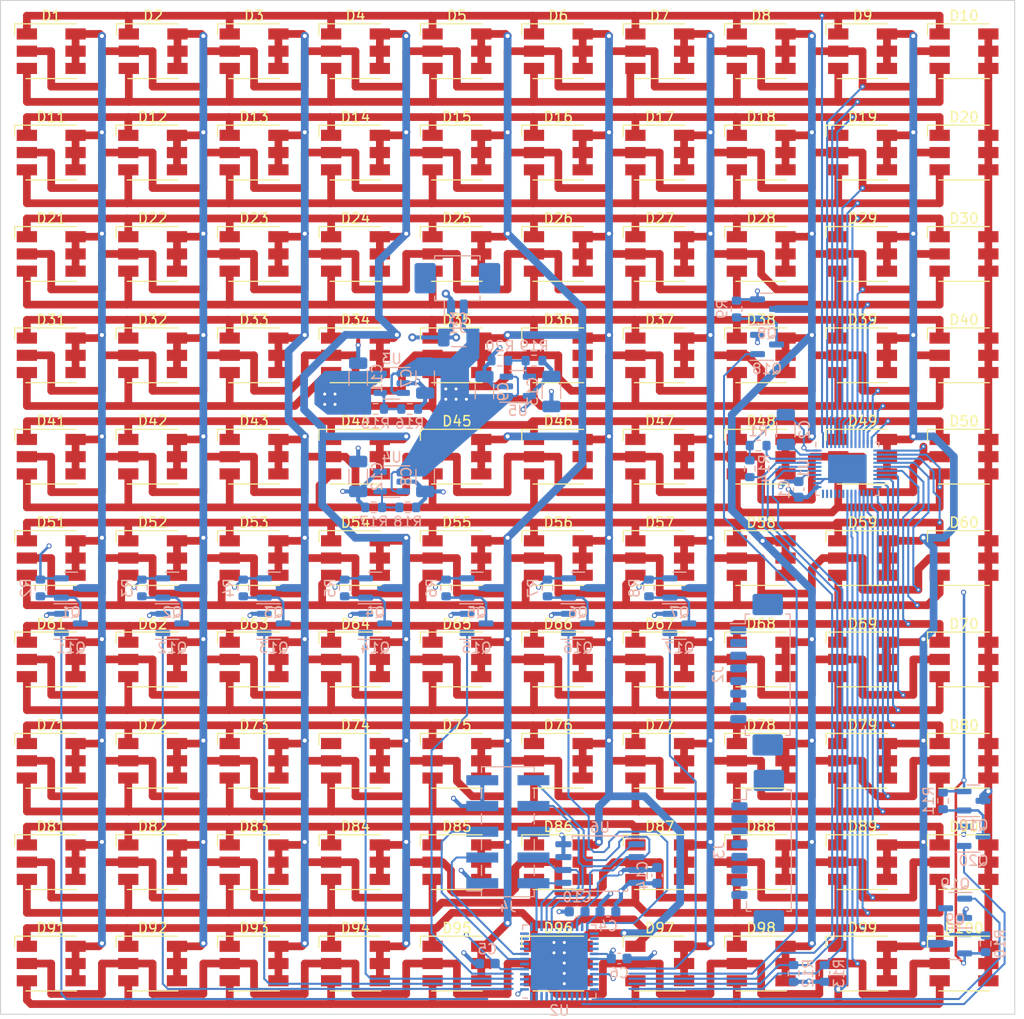
<source format=kicad_pcb>
(kicad_pcb (version 20221018) (generator pcbnew)
  (layers (0 "F.Cu" signal) (1 "In1.Cu" signal) (2 "In2.Cu" signal) (31 "B.Cu" signal) (34 "B.Paste" user) (35 "F.Paste" user) (36 "B.SilkS" user "B.Silkscreen") (37 "F.SilkS" user "F.Silkscreen") (38 "B.Mask" user) (39 "F.Mask" user) (44 "Edge.Cuts" user))
  (net 0 "")
  (net 1 "+5V")
  (net 2 "GND")
  (net 3 "Net-(U1-VCAP)")
  (net 4 "+2V5")
  (net 5 "+1V2")
  (net 6 "+3.3V")
  (net 7 "Net-(D1-RK)")
  (net 8 "Net-(D1-GK)")
  (net 9 "Net-(D1-BK)")
  (net 10 "Net-(D1-BA)")
  (net 11 "Net-(D12-BA)")
  (net 12 "Net-(D13-BA)")
  (net 13 "Net-(D14-BA)")
  (net 14 "Net-(D15-BA)")
  (net 15 "Net-(D16-BA)")
  (net 16 "Net-(D17-BA)")
  (net 17 "Net-(D18-BA)")
  (net 18 "Net-(D19-BA)")
  (net 19 "Net-(D10-BA)")
  (net 20 "Net-(D11-RK)")
  (net 21 "Net-(D11-GK)")
  (net 22 "Net-(D11-BK)")
  (net 23 "Net-(D21-RK)")
  (net 24 "Net-(D21-GK)")
  (net 25 "Net-(D21-BK)")
  (net 26 "Net-(D31-RK)")
  (net 27 "Net-(D31-GK)")
  (net 28 "Net-(D31-BK)")
  (net 29 "Net-(D41-RK)")
  (net 30 "Net-(D41-GK)")
  (net 31 "Net-(D41-BK)")
  (net 32 "Net-(D51-RK)")
  (net 33 "Net-(D51-GK)")
  (net 34 "Net-(D51-BK)")
  (net 35 "Net-(D61-RK)")
  (net 36 "Net-(D61-GK)")
  (net 37 "Net-(D61-BK)")
  (net 38 "Net-(D71-RK)")
  (net 39 "Net-(D71-GK)")
  (net 40 "Net-(D71-BK)")
  (net 41 "Net-(D81-RK)")
  (net 42 "Net-(D81-GK)")
  (net 43 "Net-(D81-BK)")
  (net 44 "Net-(D100-RK)")
  (net 45 "Net-(D100-GK)")
  (net 46 "Net-(D100-BK)")
  (net 47 "/FLASH_MOSI")
  (net 48 "/~{FPGA_RESET}")
  (net 49 "/FLASH_CLK")
  (net 50 "/FPGA_DONE")
  (net 52 "/~{FLASH_CS}")
  (net 53 "/FLASH_MISO")
  (net 54 "Net-(Q1-G)")
  (net 55 "Net-(Q12-D)")
  (net 56 "Net-(Q13-D)")
  (net 57 "Net-(Q14-D)")
  (net 58 "Net-(Q15-D)")
  (net 59 "Net-(Q16-D)")
  (net 60 "Net-(Q17-D)")
  (net 61 "Net-(Q18-D)")
  (net 62 "Net-(Q19-D)")
  (net 63 "Net-(Q10-G)")
  (net 64 "Net-(U1-IREF)")
  (net 65 "DRIVER_SDA")
  (net 66 "DRIVER_SCL")
  (net 67 "DRIVER_EN")
  (net 68 "Net-(U3-ADJ)")
  (net 69 "Net-(U4-ADJ)")
  (net 70 "Net-(U5-ADJ)")
  (net 86 "EN_ROW_6")
  (net 87 "EN_ROW_7")
  (net 111 "EN_ROW0")
  (net 112 "EN_ROW1")
  (net 113 "EN_ROW2")
  (net 114 "EN_ROW3")
  (net 115 "EN_ROW4")
  (net 116 "EN_ROW5")
  (net 117 "EN_ROW6")
  (net 118 "EN_ROW7")
  (net 119 "EN_ROW8")
  (net 120 "EN_ROW9")
  (net 130 "EN_ROW_8")
  (net 131 "EN_ROW_9")
  (footprint "LED_SMD:LED_RGB_5050-6" (layer "F.Cu") (at 175 60)
    (fp_text reference "D40")
    (fp_text value "LED_RGB")
  )
  (footprint "LED_SMD:LED_RGB_5050-6" (layer "F.Cu") (at 125 80)
    (fp_text reference "D55")
    (fp_text value "LED_RGB")
  )
  (footprint "LED_SMD:LED_RGB_5050-6" (layer "F.Cu") (at 145 30)
    (fp_text reference "D7")
    (fp_text value "LED_RGB")
  )
  (footprint "LED_SMD:LED_RGB_5050-6" (layer "F.Cu") (at 135 40)
    (fp_text reference "D16")
    (fp_text value "LED_RGB")
  )
  (footprint "LED_SMD:LED_RGB_5050-6" (layer "F.Cu") (at 95 90)
    (fp_text reference "D62")
    (fp_text value "LED_RGB")
  )
  (footprint "LED_SMD:LED_RGB_5050-6" (layer "F.Cu") (at 165 90)
    (fp_text reference "D69")
    (fp_text value "LED_RGB")
  )
  (footprint "LED_SMD:LED_RGB_5050-6" (layer "F.Cu") (at 165 60)
    (fp_text reference "D39")
    (fp_text value "LED_RGB")
  )
  (footprint "LED_SMD:LED_RGB_5050-6" (layer "F.Cu") (at 85 40)
    (fp_text reference "D11")
    (fp_text value "LED_RGB")
  )
  (footprint "LED_SMD:LED_RGB_5050-6" (layer "F.Cu") (at 105 70)
    (fp_text reference "D43")
    (fp_text value "LED_RGB")
  )
  (footprint "LED_SMD:LED_RGB_5050-6" (layer "F.Cu") (at 175 110)
    (fp_text reference "D90")
    (fp_text value "LED_RGB")
  )
  (footprint "LED_SMD:LED_RGB_5050-6" (layer "F.Cu") (at 85 60)
    (fp_text reference "D31")
    (fp_text value "LED_RGB")
  )
  (footprint "LED_SMD:LED_RGB_5050-6" (layer "F.Cu") (at 145 80)
    (fp_text reference "D57")
    (fp_text value "LED_RGB")
  )
  (footprint "LED_SMD:LED_RGB_5050-6" (layer "F.Cu") (at 125 120)
    (fp_text reference "D95")
    (fp_text value "LED_RGB")
  )
  (footprint "LED_SMD:LED_RGB_5050-6" (layer "F.Cu") (at 105 100)
    (fp_text reference "D73")
    (fp_text value "LED_RGB")
  )
  (footprint "LED_SMD:LED_RGB_5050-6" (layer "F.Cu") (at 135 30)
    (fp_text reference "D6")
    (fp_text value "LED_RGB")
  )
  (footprint "LED_SMD:LED_RGB_5050-6" (layer "F.Cu") (at 135 70)
    (fp_text reference "D46")
    (fp_text value "LED_RGB")
  )
  (footprint "LED_SMD:LED_RGB_5050-6" (layer "F.Cu") (at 95 60)
    (fp_text reference "D32")
    (fp_text value "LED_RGB")
  )
  (footprint "LED_SMD:LED_RGB_5050-6" (layer "F.Cu") (at 145 40)
    (fp_text reference "D17")
    (fp_text value "LED_RGB")
  )
  (footprint "LED_SMD:LED_RGB_5050-6" (layer "F.Cu") (at 145 120)
    (fp_text reference "D97")
    (fp_text value "LED_RGB")
  )
  (footprint "LED_SMD:LED_RGB_5050-6" (layer "F.Cu") (at 95 100)
    (fp_text reference "D72")
    (fp_text value "LED_RGB")
  )
  (footprint "LED_SMD:LED_RGB_5050-6" (layer "F.Cu") (at 115 90)
    (fp_text reference "D64")
    (fp_text value "LED_RGB")
  )
  (footprint "LED_SMD:LED_RGB_5050-6" (layer "F.Cu") (at 85 80)
    (fp_text reference "D51")
    (fp_text value "LED_RGB")
  )
  (footprint "LED_SMD:LED_RGB_5050-6" (layer "F.Cu") (at 175 100)
    (fp_text reference "D80")
    (fp_text value "LED_RGB")
  )
  (footprint "LED_SMD:LED_RGB_5050-6" (layer "F.Cu") (at 95 120)
    (fp_text reference "D92")
    (fp_text value "LED_RGB")
  )
  (footprint "LED_SMD:LED_RGB_5050-6" (layer "F.Cu") (at 85 100)
    (fp_text reference "D71")
    (fp_text value "LED_RGB")
  )
  (footprint "LED_SMD:LED_RGB_5050-6" (layer "F.Cu") (at 135 120)
    (fp_text reference "D96")
    (fp_text value "LED_RGB")
  )
  (footprint "LED_SMD:LED_RGB_5050-6" (layer "F.Cu") (at 95 50)
    (fp_text reference "D22")
    (fp_text value "LED_RGB")
  )
  (footprint "LED_SMD:LED_RGB_5050-6" (layer "F.Cu") (at 135 100)
    (fp_text reference "D76")
    (fp_text value "LED_RGB")
  )
  (footprint "LED_SMD:LED_RGB_5050-6" (layer "F.Cu") (at 125 50)
    (fp_text reference "D25")
    (fp_text value "LED_RGB")
  )
  (footprint "LED_SMD:LED_RGB_5050-6" (layer "F.Cu") (at 85 30)
    (fp_text reference "D1")
    (fp_text value "LED_RGB")
  )
  (footprint "LED_SMD:LED_RGB_5050-6" (layer "F.Cu") (at 125 100)
    (fp_text reference "D75")
    (fp_text value "LED_RGB")
  )
  (footprint "LED_SMD:LED_RGB_5050-6" (layer "F.Cu") (at 85 90)
    (fp_text reference "D61")
    (fp_text value "LED_RGB")
  )
  (footprint "LED_SMD:LED_RGB_5050-6" (layer "F.Cu") (at 155 100)
    (fp_text reference "D78")
    (fp_text value "LED_RGB")
  )
  (footprint "LED_SMD:LED_RGB_5050-6" (layer "F.Cu") (at 105 50)
    (fp_text reference "D23")
    (fp_text value "LED_RGB")
  )
  (footprint "LED_SMD:LED_RGB_5050-6" (layer "F.Cu") (at 155 110)
    (fp_text reference "D88")
    (fp_text value "LED_RGB")
  )
  (footprint "LED_SMD:LED_RGB_5050-6" (layer "F.Cu") (at 155 80)
    (fp_text reference "D58")
    (fp_text value "LED_RGB")
  )
  (footprint "LED_SMD:LED_RGB_5050-6" (layer "F.Cu") (at 135 110)
    (fp_text reference "D86")
    (fp_text value "LED_RGB")
  )
  (footprint "LED_SMD:LED_RGB_5050-6" (layer "F.Cu") (at 175 80)
    (fp_text reference "D60")
    (fp_text value "LED_RGB")
  )
  (footprint "LED_SMD:LED_RGB_5050-6" (layer "F.Cu") (at 85 50)
    (fp_text reference "D21")
    (fp_text value "LED_RGB")
  )
  (footprint "LED_SMD:LED_RGB_5050-6" (layer "F.Cu") (at 105 60)
    (fp_text reference "D33")
    (fp_text value "LED_RGB")
  )
  (footprint "LED_SMD:LED_RGB_5050-6" (layer "F.Cu") (at 115 30)
    (fp_text reference "D4")
    (fp_text value "LED_RGB")
  )
  (footprint "LED_SMD:LED_RGB_5050-6" (layer "F.Cu") (at 155 90)
    (fp_text reference "D68")
    (fp_text value "LED_RGB")
  )
  (footprint "LED_SMD:LED_RGB_5050-6" (layer "F.Cu") (at 145 50)
    (fp_text reference "D27")
    (fp_text value "LED_RGB")
  )
  (footprint "LED_SMD:LED_RGB_5050-6" (layer "F.Cu") (at 175 70)
    (fp_text reference "D50")
    (fp_text value "LED_RGB")
  )
  (footprint "LED_SMD:LED_RGB_5050-6" (layer "F.Cu") (at 115 50)
    (fp_text reference "D24")
    (fp_text value "LED_RGB")
  )
  (footprint "LED_SMD:LED_RGB_5050-6" (layer "F.Cu") (at 175 120)
    (fp_text reference "D100")
    (fp_text value "LED_RGB")
  )
  (footprint "LED_SMD:LED_RGB_5050-6" (layer "F.Cu") (at 165 100)
    (fp_text reference "D79")
    (fp_text value "LED_RGB")
  )
  (footprint "LED_SMD:LED_RGB_5050-6" (layer "F.Cu") (at 115 80)
    (fp_text reference "D54")
    (fp_text value "LED_RGB")
  )
  (footprint "LED_SMD:LED_RGB_5050-6" (layer "F.Cu") (at 165 120)
    (fp_text reference "D99")
    (fp_text value "LED_RGB")
  )
  (footprint "LED_SMD:LED_RGB_5050-6" (layer "F.Cu") (at 175 40)
    (fp_text reference "D20")
    (fp_text value "LED_RGB")
  )
  (footprint "LED_SMD:LED_RGB_5050-6" (layer "F.Cu") (at 165 110)
    (fp_text reference "D89")
    (fp_text value "LED_RGB")
  )
  (footprint "LED_SMD:LED_RGB_5050-6" (layer "F.Cu") (at 95 40)
    (fp_text reference "D12")
    (fp_text value "LED_RGB")
  )
  (footprint "LED_SMD:LED_RGB_5050-6" (layer "F.Cu") (at 155 70)
    (fp_text reference "D48")
    (fp_text value "LED_RGB")
  )
  (footprint "LED_SMD:LED_RGB_5050-6" (layer "F.Cu") (at 105 120)
    (fp_text reference "D93")
    (fp_text value "LED_RGB")
  )
  (footprint "LED_SMD:LED_RGB_5050-6" (layer "F.Cu") (at 105 90)
    (fp_text reference "D63")
    (fp_text value "LED_RGB")
  )
  (footprint "LED_SMD:LED_RGB_5050-6" (layer "F.Cu") (at 85 120)
    (fp_text reference "D91")
    (fp_text value "LED_RGB")
  )
  (footprint "LED_SMD:LED_RGB_5050-6" (layer "F.Cu") (at 135 80)
    (fp_text reference "D56")
    (fp_text value "LED_RGB")
  )
  (footprint "LED_SMD:LED_RGB_5050-6" (layer "F.Cu") (at 155 50)
    (fp_text reference "D28")
    (fp_text value "LED_RGB")
  )
  (footprint "LED_SMD:LED_RGB_5050-6" (layer "F.Cu") (at 165 80)
    (fp_text reference "D59")
    (fp_text value "LED_RGB")
  )
  (footprint "LED_SMD:LED_RGB_5050-6" (layer "F.Cu") (at 145 60)
    (fp_text reference "D37")
    (fp_text value "LED_RGB")
  )
  (footprint "LED_SMD:LED_RGB_5050-6" (layer "F.Cu") (at 165 40)
    (fp_text reference "D19")
    (fp_text value "LED_RGB")
  )
  (footprint "LED_SMD:LED_RGB_5050-6" (layer "F.Cu") (at 115 70)
    (fp_text reference "D44")
    (fp_text value "LED_RGB")
  )
  (footprint "LED_SMD:LED_RGB_5050-6" (layer "F.Cu") (at 145 100)
    (fp_text reference "D77")
    (fp_text value "LED_RGB")
  )
  (footprint "LED_SMD:LED_RGB_5050-6" (layer "F.Cu") (at 115 100)
    (fp_text reference "D74")
    (fp_text value "LED_RGB")
  )
  (footprint "LED_SMD:LED_RGB_5050-6" (layer "F.Cu") (at 135 90)
    (fp_text reference "D66")
    (fp_text value "LED_RGB")
  )
  (footprint "LED_SMD:LED_RGB_5050-6" (layer "F.Cu") (at 115 120)
    (fp_text reference "D94")
    (fp_text value "LED_RGB")
  )
  (footprint "LED_SMD:LED_RGB_5050-6" (layer "F.Cu") (at 135 60)
    (fp_text reference "D36")
    (fp_text value "LED_RGB")
  )
  (footprint "LED_SMD:LED_RGB_5050-6" (layer "F.Cu") (at 165 50)
    (fp_text reference "D29")
    (fp_text value "LED_RGB")
  )
  (footprint "LED_SMD:LED_RGB_5050-6" (layer "F.Cu") (at 175 30)
    (fp_text reference "D10")
    (fp_text value "LED_RGB")
  )
  (footprint "LED_SMD:LED_RGB_5050-6" (layer "F.Cu") (at 145 70)
    (fp_text reference "D47")
    (fp_text value "LED_RGB")
  )
  (footprint "LED_SMD:LED_RGB_5050-6" (layer "F.Cu") (at 155 40)
    (fp_text reference "D18")
    (fp_text value "LED_RGB")
  )
  (footprint "LED_SMD:LED_RGB_5050-6" (layer "F.Cu") (at 165 70)
    (fp_text reference "D49")
    (fp_text value "LED_RGB")
  )
  (footprint "LED_SMD:LED_RGB_5050-6" (layer "F.Cu") (at 95.05 30)
    (fp_text reference "D2")
    (fp_text value "LED_RGB")
  )
  (footprint "LED_SMD:LED_RGB_5050-6" (layer "F.Cu") (at 105 40)
    (fp_text reference "D13")
    (fp_text value "LED_RGB")
  )
  (footprint "LED_SMD:LED_RGB_5050-6" (layer "F.Cu") (at 105 80)
    (fp_text reference "D53")
    (fp_text value "LED_RGB")
  )
  (footprint "LED_SMD:LED_RGB_5050-6" (layer "F.Cu") (at 165 30)
    (fp_text reference "D9")
    (fp_text value "LED_RGB")
  )
  (footprint "LED_SMD:LED_RGB_5050-6" (layer "F.Cu") (at 115 40)
    (fp_text reference "D14")
    (fp_text value "LED_RGB")
  )
  (footprint "LED_SMD:LED_RGB_5050-6" (layer "F.Cu") (at 95 80)
    (fp_text reference "D52")
    (fp_text value "LED_RGB")
  )
  (footprint "LED_SMD:LED_RGB_5050-6" (layer "F.Cu") (at 155 30)
    (fp_text reference "D8")
    (fp_text value "LED_RGB")
  )
  (footprint "LED_SMD:LED_RGB_5050-6" (layer "F.Cu") (at 145 110)
    (fp_text reference "D87")
    (fp_text value "LED_RGB")
  )
  (footprint "LED_SMD:LED_RGB_5050-6" (layer "F.Cu") (at 115 60)
    (fp_text reference "D34")
    (fp_text value "LED_RGB")
  )
  (footprint "LED_SMD:LED_RGB_5050-6" (layer "F.Cu") (at 85 110)
    (fp_text reference "D81")
    (fp_text value "LED_RGB")
  )
  (footprint "LED_SMD:LED_RGB_5050-6" (layer "F.Cu") (at 175 90)
    (fp_text reference "D70")
    (fp_text value "LED_RGB")
  )
  (footprint "LED_SMD:LED_RGB_5050-6" (layer "F.Cu") (at 175 50)
    (fp_text reference "D30")
    (fp_text value "LED_RGB")
  )
  (footprint "LED_SMD:LED_RGB_5050-6" (layer "F.Cu") (at 125 40)
    (fp_text reference "D15")
    (fp_text value "LED_RGB")
  )
  (footprint "LED_SMD:LED_RGB_5050-6" (layer "F.Cu") (at 135 50)
    (fp_text reference "D26")
    (fp_text value "LED_RGB")
  )
  (footprint "LED_SMD:LED_RGB_5050-6" (layer "F.Cu") (at 125 90)
    (fp_text reference "D65")
    (fp_text value "LED_RGB")
  )
  (footprint "LED_SMD:LED_RGB_5050-6" (layer "F.Cu") (at 115 110)
    (fp_text reference "D84")
    (fp_text value "LED_RGB")
  )
  (footprint "LED_SMD:LED_RGB_5050-6" (layer "F.Cu") (at 125 70)
    (fp_text reference "D45")
    (fp_text value "LED_RGB")
  )
  (footprint "LED_SMD:LED_RGB_5050-6" (layer "F.Cu") (at 105 30)
    (fp_text reference "D3")
    (fp_text value "LED_RGB")
  )
  (footprint "LED_SMD:LED_RGB_5050-6" (layer "F.Cu") (at 105 110)
    (fp_text reference "D83")
    (fp_text value "LED_RGB")
  )
  (footprint "LED_SMD:LED_RGB_5050-6" (layer "F.Cu") (at 95 70)
    (fp_text reference "D42")
    (fp_text value "LED_RGB")
  )
  (footprint "LED_SMD:LED_RGB_5050-6" (layer "F.Cu") (at 85 70)
    (fp_text reference "D41")
    (fp_text value "LED_RGB")
  )
  (footprint "LED_SMD:LED_RGB_5050-6" (layer "F.Cu") (at 125 30)
    (fp_text reference "D5")
    (fp_text value "LED_RGB")
  )
  (footprint "LED_SMD:LED_RGB_5050-6" (layer "F.Cu") (at 155 60)
    (fp_text reference "D38")
    (fp_text value "LED_RGB")
  )
  (footprint "LED_SMD:LED_RGB_5050-6" (layer "F.Cu") (at 145 90)
    (fp_text reference "D67")
    (fp_text value "LED_RGB")
  )
  (footprint "LED_SMD:LED_RGB_5050-6" (layer "F.Cu") (at 155 120)
    (fp_text reference "D98")
    (fp_text value "LED_RGB")
  )
  (footprint "LED_SMD:LED_RGB_5050-6" (layer "F.Cu") (at 125 110)
    (fp_text reference "D85")
    (fp_text value "LED_RGB")
  )
  (footprint "LED_SMD:LED_RGB_5050-6" (layer "F.Cu") (at 125 60)
    (fp_text reference "D35")
    (fp_text value "LED_RGB")
  )
  (footprint "LED_SMD:LED_RGB_5050-6" (layer "F.Cu") (at 95 110)
    (fp_text reference "D82")
    (fp_text value "LED_RGB")
  )
  (footprint "Resistor_SMD:R_0603_1608Metric" (layer "B.Cu") (at 161.242 120.974 90)
    (fp_text reference "R13")
    (fp_text value "10k")
  )
  (footprint "Capacitor_SMD:C_1206_3216Metric" (layer "B.Cu") (at 121.872 71.952 -90)
    (fp_text reference "C8")
    (fp_text value "1u")
  )
  (footprint "Package_DFN_QFN:VQFN-46-1EP_5x6mm_P0.4mm_EP2.8x3.8mm" (layer "B.Cu") (at 163.5 71.2 -90)
    (fp_text reference "U1")
    (fp_text value "LP5036")
  )
  (footprint "Capacitor_SMD:C_0603_1608Metric" (layer "B.Cu") (at 141 119.5)
    (fp_text reference "C6")
    (fp_text value "100n")
  )
  (footprint "Package_TO_SOT_SMD:SOT-23" (layer "B.Cu") (at 175.9375 107.45)
    (fp_text reference "Q20")
    (fp_text value "Q_NMOS_GSD")
  )
  (footprint "Package_TO_SOT_SMD:SOT-23" (layer "B.Cu") (at 126.9375 86.45)
    (fp_text reference "Q15")
    (fp_text value "Q_NMOS_GSD")
  )
  (footprint "Package_TO_SOT_SMD:SOT-23" (layer "B.Cu") (at 155.5755 58.932)
    (fp_text reference "Q18")
    (fp_text value "Q_NMOS_GSD")
  )
  (footprint "Capacitor_SMD:C_1206_3216Metric" (layer "B.Cu") (at 115.268 62.251 90)
    (fp_text reference "C11")
    (fp_text value "1u")
  )
  (footprint "Resistor_SMD:R_0603_1608Metric" (layer "B.Cu") (at 152.5755 55.432 -90)
    (fp_text reference "R9")
    (fp_text value "10k")
  )
  (footprint "Resistor_SMD:R_0603_1608Metric" (layer "B.Cu") (at 120.157 75)
    (fp_text reference "R18")
    (fp_text value "10k")
  )
  (footprint "Capacitor_SMD:C_0603_1608Metric" (layer "B.Cu") (at 144.732 111.309 -90)
    (fp_text reference "C14")
    (fp_text value "100n")
  )
  (footprint "Package_TO_SOT_SMD:SOT-23" (layer "B.Cu") (at 155.5755 55.432)
    (fp_text reference "Q8")
    (fp_text value "Q_PMOS_GSD")
  )
  (footprint "Resistor_SMD:R_0603_1608Metric" (layer "B.Cu") (at 133.9375 82.95 -90)
    (fp_text reference "R7")
    (fp_text value "10k")
  )
  (footprint "Package_TO_SOT_SMD:SOT-23" (layer "B.Cu") (at 86.9375 82.95)
    (fp_text reference "Q1")
    (fp_text value "Q_PMOS_GSD")
  )
  (footprint "Resistor_SMD:R_0603_1608Metric" (layer "B.Cu") (at 132.603 60.522 180)
    (fp_text reference "R19")
    (fp_text value "5k")
  )
  (footprint "Resistor_SMD:R_0603_1608Metric" (layer "B.Cu") (at 154.701 68.904 180)
    (fp_text reference "R1")
    (fp_text value "2k1")
  )
  (footprint "Connector_Molex:Molex_PicoBlade_53261-0871_1x08-1MP_P1.25mm_Horizontal" (layer "B.Cu") (at 155.26 108.859 -90)
    (fp_text reference "J3")
    (fp_text value "Conn_01x08_Male")
  )
  (footprint "Package_TO_SOT_SMD:SOT-23" (layer "B.Cu") (at 106.9375 82.95)
    (fp_text reference "Q3")
    (fp_text value "Q_PMOS_GSD")
  )
  (footprint "Resistor_SMD:R_0603_1608Metric" (layer "B.Cu") (at 113.9375 82.95 -90)
    (fp_text reference "R5")
    (fp_text value "10k")
  )
  (footprint "Capacitor_SMD:C_1206_3216Metric" (layer "B.Cu") (at 134.318 63.57 -90)
    (fp_text reference "C13")
    (fp_text value "1u")
  )
  (footprint "Capacitor_SMD:C_0603_1608Metric" (layer "B.Cu") (at 128 120 180)
    (fp_text reference "C5")
    (fp_text value "100n")
  )
  (footprint "Package_TO_SOT_SMD:SOT-23" (layer "B.Cu") (at 136.9375 86.45)
    (fp_text reference "Q16")
    (fp_text value "Q_NMOS_GSD")
  )
  (footprint "Resistor_SMD:R_0603_1608Metric" (layer "B.Cu") (at 153.876 71.19 90)
    (fp_text reference "R14")
    (fp_text value "10k")
  )
  (footprint "Package_TO_SOT_SMD:SOT-23" (layer "B.Cu") (at 106.9375 86.45)
    (fp_text reference "Q13")
    (fp_text value "Q_NMOS_GSD")
  )
  (footprint "Package_TO_SOT_SMD:SOT-23" (layer "B.Cu") (at 96.9375 82.95)
    (fp_text reference "Q2")
    (fp_text value "Q_PMOS_GSD")
  )
  (footprint "Resistor_SMD:R_0603_1608Metric" (layer "B.Cu") (at 123.9375 82.95 -90)
    (fp_text reference "R6")
    (fp_text value "10k")
  )
  (footprint "Resistor_SMD:R_0603_1608Metric" (layer "B.Cu") (at 158.194 120.974 90)
    (fp_text reference "R12")
    (fp_text value "10k")
  )
  (footprint "Capacitor_SMD:C_1206_3216Metric" (layer "B.Cu") (at 115.268 71.952 90)
    (fp_text reference "C12")
    (fp_text value "1u")
  )
  (footprint "Capacitor_SMD:C_1206_3216Metric" (layer "B.Cu") (at 157.432 67.331 90)
    (fp_text reference "C2")
    (fp_text value "1u")
  )
  (footprint "Package_TO_SOT_SMD:SOT-23" (layer "B.Cu") (at 174.125 118.05 180)
    (fp_text reference "Q9")
    (fp_text value "Q_PMOS_GSD")
  )
  (footprint "Resistor_SMD:R_0603_1608Metric" (layer "B.Cu") (at 177.125 118.05 90)
    (fp_text reference "R10")
    (fp_text value "10k")
  )
  (footprint "Package_TO_SOT_SMD:SOT-23-5" (layer "B.Cu") (at 118.57 72.46 180)
    (fp_text reference "U4")
    (fp_text value "AP2127K-ADJ")
  )
  (footprint "Package_TO_SOT_SMD:SOT-23" (layer "B.Cu") (at 146.9375 86.45)
    (fp_text reference "Q17")
    (fp_text value "Q_NMOS_GSD")
  )
  (footprint "Package_TO_SOT_SMD:SOT-23" (layer "B.Cu") (at 174.125 114.55 180)
    (fp_text reference "Q19")
    (fp_text value "Q_NMOS_GSD")
  )
  (footprint "Package_TO_SOT_SMD:SOT-23-5" (layer "B.Cu") (at 131.016 63.062)
    (fp_text reference "U5")
    (fp_text value "AP2127K-ADJ")
  )
  (footprint "Package_TO_SOT_SMD:SOT-23-5" (layer "B.Cu") (at 118.57 62.759 180)
    (fp_text reference "U3")
    (fp_text value "AP2127K-ADJ")
  )
  (footprint "Resistor_SMD:R_0603_1608Metric" (layer "B.Cu") (at 120.348 65.299)
    (fp_text reference "R16")
    (fp_text value "10k")
  )
  (footprint "Capacitor_SMD:C_1206_3216Metric" (layer "B.Cu") (at 125.174 58.236 180)
    (fp_text reference "C3")
    (fp_text value "10u")
  )
  (footprint "Package_TO_SOT_SMD:SOT-23" (layer "B.Cu") (at 146.9375 82.95)
    (fp_text reference "Q7")
    (fp_text value "Q_PMOS_GSD")
  )
  (footprint "Package_TO_SOT_SMD:SOT-23" (layer "B.Cu") (at 96.9375 86.45)
    (fp_text reference "Q12")
    (fp_text value "Q_NMOS_GSD")
  )
  (footprint "Resistor_SMD:R_0603_1608Metric" (layer "B.Cu") (at 103.9375 82.95 -90)
    (fp_text reference "R4")
    (fp_text value "10k")
  )
  (footprint "Resistor_SMD:R_0603_1608Metric" (layer "B.Cu") (at 116.983 65.299)
    (fp_text reference "R15")
    (fp_text value "31k")
  )
  (footprint "Resistor_SMD:R_0603_1608Metric" (layer "B.Cu") (at 93.9375 82.95 -90)
    (fp_text reference "R3")
    (fp_text value "10k")
  )
  (footprint "Package_DFN_QFN:QFN-48-1EP_7x7mm_P0.5mm_EP5.6x5.6mm" (layer "B.Cu") (at 135.1 119.8)
    (fp_text reference "U2")
    (fp_text value "ICE40UP5K-SG48ITR")
  )
  (footprint "Capacitor_SMD:C_1206_3216Metric" (layer "B.Cu") (at 121.872 62.251 -90)
    (fp_text reference "C7")
    (fp_text value "1u")
  )
  (footprint "Package_TO_SOT_SMD:SOT-23" (layer "B.Cu") (at 116.9375 86.45)
    (fp_text reference "Q14")
    (fp_text value "Q_NMOS_GSD")
  )
  (footprint "Connector_Molex:Molex_PicoBlade_53261-0871_1x08-1MP_P1.25mm_Horizontal" (layer "B.Cu") (at 155.146 91.51 -90)
    (fp_text reference "J2")
    (fp_text value "Conn_01x08_Male")
  )
  (footprint "Capacitor_SMD:C_1206_3216Metric" (layer "B.Cu") (at 127.714 63.57 90)
    (fp_text reference "C9")
    (fp_text value "1u")
  )
  (footprint "Package_TO_SOT_SMD:SOT-23" (layer "B.Cu") (at 116.9375 82.95)
    (fp_text reference "Q4")
    (fp_text value "Q_PMOS_GSD")
  )
  (footprint "Package_SO:SOIC-8_5.23x5.23mm_P1.27mm" (layer "B.Cu") (at 139.1 110.135 180)
    (fp_text reference "U6")
    (fp_text value "W25Q128JVS")
  )
  (footprint "Package_TO_SOT_SMD:SOT-23" (layer "B.Cu") (at 86.9375 86.45)
    (fp_text reference "Q11")
    (fp_text value "Q_NMOS_GSD")
  )
  (footprint "Package_TO_SOT_SMD:SOT-23" (layer "B.Cu") (at 136.9375 82.95)
    (fp_text reference "Q6")
    (fp_text value "Q_PMOS_GSD")
  )
  (footprint "Resistor_SMD:R_0603_1608Metric" (layer "B.Cu") (at 129.238 60.522 180)
    (fp_text reference "R20")
    (fp_text value "10k")
  )
  (footprint "Package_TO_SOT_SMD:SOT-23" (layer "B.Cu") (at 175.9375 103.95)
    (fp_text reference "Q10")
    (fp_text value "Q_PMOS_GSD")
  )
  (footprint "Resistor_SMD:R_0603_1608Metric" (layer "B.Cu") (at 143.9375 82.95 -90)
    (fp_text reference "R8")
    (fp_text value "10k")
  )
  (footprint "Resistor_SMD:R_0603_1608Metric" (layer "B.Cu") (at 83.9375 82.95 -90)
    (fp_text reference "R2")
    (fp_text value "10k")
  )
  (footprint "Capacitor_SMD:C_0603_1608Metric" (layer "B.Cu") (at 139.893 114.878)
    (fp_text reference "C4")
    (fp_text value "100n")
  )
  (footprint "Capacitor_SMD:C_0603_1608Metric" (layer "B.Cu") (at 158.702 73.222 -90)
    (fp_text reference "C1")
    (fp_text value "100n")
  )
  (footprint "Connector_PinHeader_2.54mm:PinHeader_2x05_P2.54mm_Vertical_SMD" (layer "B.Cu") (at 130.025 107)
    (fp_text reference "J4")
    (fp_text value "Conn_02x05_Odd_Even")
  )
  (footprint "Resistor_SMD:R_0603_1608Metric" (layer "B.Cu") (at 172.9375 103.95 -90)
    (fp_text reference "R11")
    (fp_text value "10k")
  )
  (footprint "Capacitor_SMD:C_0603_1608Metric" (layer "B.Cu") (at 136.858 114.878 180)
    (fp_text reference "C10")
    (fp_text value "100n")
  )
  (footprint "Package_TO_SOT_SMD:SOT-23" (layer "B.Cu") (at 126.9375 82.95)
    (fp_text reference "Q5")
    (fp_text value "Q_PMOS_GSD")
  )
  (footprint "Resistor_SMD:R_0603_1608Metric" (layer "B.Cu") (at 116.792 75)
    (fp_text reference "R17")
    (fp_text value "21k")
  )
  (footprint "Connector_Molex:Molex_PicoBlade_53261-0271_1x02-1MP_P1.25mm_Horizontal" (layer "B.Cu") (at 125.047 52.894)
    (fp_text reference "J1")
    (fp_text value "Conn_01x02_Female")
  )
  (gr_rect (start 80 25) (end 180 125) (stroke (width 0.1)) (fill none) (layer "Edge.Cuts"))
  (segment (start 174.196 102.728) (end 174.196 119.196) (width 0.25) (layer "F.Cu") (net 1))
  (segment (start 175 101.924) (end 174.196 102.728) (width 0.25) (layer "F.Cu") (net 1))
  (segment (start 174.196 119.196) (end 174.958 119.958) (width 0.25) (layer "F.Cu") (net 1))
  (via (at 125.936 64.332) (size 0.5) (drill 0.3) (layers "F.Cu" "B.Cu") (net 1))
  (via (at 112.982 82.874) (size 0.5) (drill 0.3) (layers "F.Cu" "B.Cu") (net 1))
  (via (at 133.048 82.874) (size 0.5) (drill 0.3) (layers "F.Cu" "B.Cu") (net 1))
  (via (at 174.958 83.382) (size 0.5) (drill 0.3) (layers "F.Cu" "B.Cu") (net 1))
  (via (at 84.788 78.81) (size 0.5) (drill 0.3) (layers "F.Cu" "B.Cu") (net 1))
  (via (at 123.904 63.316) (size 0.5) (drill 0.3) (layers "F.Cu" "B.Cu") (net 1))
  (via (at 174.958 119.958) (size 0.5) (drill 0.3) (layers "F.Cu" "B.Cu") (net 1))
  (via (at 175 101.924) (size 0.5) (drill 0.3) (layers "F.Cu" "B.Cu") (net 1))
  (via (at 124.92 64.332) (size 0.5) (drill 0.3) (layers "F.Cu" "B.Cu") (net 1))
  (via (at 123.904 64.332) (size 0.5) (drill 0.3) (layers "F.Cu" "B.Cu") (net 1))
  (via (at 142.954 82.874) (size 0.5) (drill 0.3) (layers "F.Cu" "B.Cu") (net 1))
  (via (at 103.076 82.874) (size 0.5) (drill 0.3) (layers "F.Cu" "B.Cu") (net 1))
  (via (at 156.924 72.968) (size 0.5) (drill 0.3) (layers "F.Cu" "B.Cu") (net 1))
  (via (at 93.17 82.874) (size 0.5) (drill 0.3) (layers "F.Cu" "B.Cu") (net 1))
  (via (at 154.638 53.664) (size 0.5) (drill 0.3) (layers "F.Cu" "B.Cu") (net 1))
  (via (at 122.888 82.874) (size 0.5) (drill 0.3) (layers "F.Cu" "B.Cu") (net 1))
  (via (at 124.92 63.316) (size 0.5) (drill 0.3) (layers "F.Cu" "B.Cu") (net 1))
  (segment (start 118.57 63.521) (end 118.57 61.997) (width 0.25) (layer "B.Cu") (net 1))
  (segment (start 175.0625 119) (end 177 119) (width 0.25) (layer "B.Cu") (net 1))
  (segment (start 131.016 63.824) (end 131.016 62.3) (width 0.2) (layer "B.Cu") (net 1))
  (segment (start 106 82) (end 104.0625 82) (width 0.25) (layer "B.Cu") (net 1))
  (segment (start 118.758 61.809) (end 119.7075 61.809) (width 0.25) (layer "B.Cu") (net 1))
  (segment (start 175.0625 119.8535) (end 174.958 119.958) (width 0.25) (layer "B.Cu") (net 1))
  (segment (start 119.7075 70.8145) (end 119.7075 71.51) (width 0.4) (layer "B.Cu") (net 1))
  (segment (start 144.0625 82) (end 143.9375 82.125) (width 0.25) (layer "B.Cu") (net 1))
  (segment (start 131.016 62.3) (end 130.828 62.112) (width 0.2) (layer "B.Cu") (net 1))
  (segment (start 118.57 61.997) (end 118.758 61.809) (width 0.25) (layer "B.Cu") (net 1))
  (segment (start 126 82) (end 124.0625 82) (width 0.25) (layer "B.Cu") (net 1))
  (segment (start 173.0625 103) (end 172.9375 103.125) (width 0.25) (layer "B.Cu") (net 1))
  (segment (start 177 119) (end 177.125 118.875) (width 0.25) (layer "B.Cu") (net 1))
  (segment (start 133.797 82.125) (end 133.048 82.874) (width 0.25) (layer "B.Cu") (net 1))
  (segment (start 154.638 54.482) (end 154.638 53.664) (width 0.25) (layer "B.Cu") (net 1))
  (segment (start 175 83.424) (end 174.958 83.382) (width 0.25) (layer "B.Cu") (net 1))
  (segment (start 143.9375 82.125) (end 143.703 82.125) (width 0.25) (layer "B.Cu") (net 1))
  (segment (start 83.9375 79.6605) (end 84.788 78.81) (width 0.25) (layer "B.Cu") (net 1))
  (segment (start 118.758 73.41) (end 119.7075 73.41) (width 0.2) (layer "B.Cu") (net 1))
  (segment (start 93.17 82.874) (end 93.919 82.125) (width 0.25) (layer "B.Cu") (net 1))
  (segment (start 123.9375 82.125) (end 123.637 82.125) (width 0.25) (layer "B.Cu") (net 1))
  (segment (start 130.828 64.012) (end 131.016 63.824) (width 0.2) (layer "B.Cu") (net 1))
  (segment (start 121.872 70.477) (end 120.045 70.477) (width 0.4) (layer "B.Cu") (net 1))
  (segment (start 175.0625 119) (end 175.0625 119.8535) (width 0.25) (layer "B.Cu") (net 1))
  (segment (start 103.9375 82.125) (end 103.825 82.125) (width 0.25) (layer "B.Cu") (net 1))
  (segment (start 95.0625 82) (end 94.0625 82) (width 0.25) (layer "B.Cu") (net 1))
  (segment (start 93.919 82.125) (end 93.9375 82.125) (width 0.25) (layer "B.Cu") (net 1))
  (segment (start 136 82) (end 134.0625 82) (width 0.25) (layer "B.Cu") (net 1))
  (segment (start 119.7075 63.709) (end 118.758 63.709) (width 0.25) (layer "B.Cu") (net 1))
  (segment (start 123.9375 82.125) (end 123.8125 82) (width 0.25) (layer "B.Cu") (net 1))
  (segment (start 129.8785 64.012) (end 130.828 64.012) (width 0.2) (layer "B.Cu") (net 1))
  (segment (start 119.7075 71.51) (end 118.758 71.51) (width 0.2) (layer "B.Cu") (net 1))
  (segment (start 104.0625 82) (end 103.9375 82.125) (width 0.25) (layer "B.Cu") (net 1))
  (segment (start 96 82) (end 95.0625 82) (width 0.25) (layer "B.Cu") (net 1))
  (segment (start 134.0625 82) (end 133.9375 82.125) (width 0.25) (layer "B.Cu") (net 1))
  (segment (start 123.637 82.125) (end 122.888 82.874) (width 0.25) (layer "B.Cu") (net 1))
  (segment (start 93.9375 82.125) (end 93.8125 82) (width 0.25) (layer "B.Cu") (net 1))
  (segment (start 120.045 70.477) (end 119.7075 70.8145) (width 0.4) (layer "B.Cu") (net 1))
  (segment (start 116 82) (end 114.0625 82) (width 0.25) (layer "B.Cu") (net 1))
  (segment (start 159.349 71.8) (end 158.702 72.447) (width 0.2) (layer "B.Cu") (net 1))
  (segment (start 114.0625 82) (end 113.9375 82.125) (width 0.25) (layer "B.Cu") (net 1))
  (segment (start 124.0625 82) (end 123.9375 82.125) (width 0.25) (layer "B.Cu") (net 1))
  (segment (start 103.825 82.125) (end 103.076 82.874) (width 0.25) (layer "B.Cu") (net 1))
  (segment (start 118.57 71.698) (end 118.57 73.222) (width 0.2) (layer "B.Cu") (net 1))
  (segment (start 113.731 82.125) (end 112.982 82.874) (width 0.25) (layer "B.Cu") (net 1))
  (segment (start 175 103) (end 173.0625 103) (width 0.25) (layer "B.Cu") (net 1))
  (segment (start 158.702 72.447) (end 157.445 72.447) (width 0.4) (layer "B.Cu") (net 1))
  (segment (start 130.828 62.112) (end 129.8785 62.112) (width 0.2) (layer "B.Cu") (net 1))
  (segment (start 113.9375 82.125) (end 113.731 82.125) (width 0.25) (layer "B.Cu") (net 1))
  (segment (start 125.672 57.259) (end 126.649 58.236) (width 0.4) (layer "B.Cu") (net 1))
  (segment (start 143.703 82.125) (end 142.954 82.874) (width 0.25) (layer "B.Cu") (net 1))
  (segment (start 103.9375 82.125) (end 103.8125 82) (width 0.25) (layer "B.Cu") (net 1))
  (segment (start 157.445 72.447) (end 156.924 72.968) (width 0.4) (layer "B.Cu") (net 1))
  (segment (start 133.9375 82.125) (end 133.8125 82) (width 0.25) (layer "B.Cu") (net 1))
  (segment (start 175 101.924) (end 175 101.416) (width 0.25) (layer "B.Cu") (net 1))
  (segment (start 154.638 54.482) (end 152.7005 54.482) (width 0.25) (layer "B.Cu") (net 1))
  (segment (start 175 103) (end 175 83.424) (width 0.25) (layer "B.Cu") (net 1))
  (segment (start 152.7005 54.482) (end 152.5755 54.607) (width 0.25) (layer "B.Cu") (net 1))
  (segment (start 118.758 63.709) (end 118.57 63.521) (width 0.25) (layer "B.Cu") (net 1))
  (segment (start 83.9375 82.125) (end 83.9375 79.6605) (width 0.25) (layer "B.Cu") (net 1))
  (segment (start 146 82) (end 144.0625 82) (width 0.25) (layer "B.Cu") (net 1))
  (segment (start 160.5375 71.8) (end 159.349 71.8) (width 0.2) (layer "B.Cu") (net 1))
  (segment (start 84.0625 82) (end 83.9375 82.125) (width 0.25) (layer "B.Cu") (net 1))
  (segment (start 118.57 73.222) (end 118.758 73.41) (width 0.2) (layer "B.Cu") (net 1))
  (segment (start 85.0625 82) (end 84.0625 82) (width 0.25) (layer "B.Cu") (net 1))
  (segment (start 94.0625 82) (end 93.9375 82.125) (width 0.25) (layer "B.Cu") (net 1))
  (segment (start 113.9375 82.125) (end 113.8125 82) (width 0.25) (layer "B.Cu") (net 1))
  (segment (start 133.9375 82.125) (end 133.797 82.125) (width 0.25) (layer "B.Cu") (net 1))
  (segment (start 125.672 55.294) (end 125.672 57.259) (width 0.4) (layer "B.Cu") (net 1))
  (segment (start 118.758 71.51) (end 118.57 71.698) (width 0.2) (layer "B.Cu") (net 1))
  (segment (start 86 82) (end 85.0625 82) (width 0.25) (layer "B.Cu") (net 1))
  (segment (start 115.268 58.998) (end 115.268 58.49) (width 0.4) (layer "F.Cu") (net 2))
  (segment (start 121.11 62.554) (end 121.819 63.263) (width 0.4) (layer "F.Cu") (net 2))
  (segment (start 121.819 63.263) (end 121.819 63.316) (width 0.4) (layer "F.Cu") (net 2))
  (via (at 124.92 58.236) (size 0.8) (drill 0.4) (layers "F.Cu" "B.Cu") (net 2))
  (via (at 135.588 118.942) (size 0.5) (drill 0.3) (layers "F.Cu" "B.Cu") (net 2))
  (via (at 134.318 85.668) (size 0.5) (drill 0.3) (layers "F.Cu" "B.Cu") (net 2))
  (via (at 115.268 58.998) (size 0.5) (drill 0.3) (layers "F.Cu" "B.Cu") (net 2))
  (via (at 175.212 114.624) (size 0.5) (drill 0.3) (layers "F.Cu" "B.Cu") (net 2))
  (via (at 134.318 63.57) (size 0.5) (drill 0.3) (layers "F.Cu" "B.Cu") (net 2))
  (via (at 123.904 53.918) (size 0.8) (drill 0.4) (layers "F.Cu" "B.Cu") (net 2))
  (via (at 134.572 117.926) (size 0.5) (drill 0.3) (layers "F.Cu" "B.Cu") (net 2))
  (via (at 135.588 119.958) (size 0.5) (drill 0.3) (layers "F.Cu" "B.Cu") (net 2))
  (via (at 114.506 85.668) (size 0.5) (drill 0.3) (layers "F.Cu" "B.Cu") (net 2))
  (via (at 154.638 58.744) (size 0.5) (drill 0.3) (layers "F.Cu" "B.Cu") (net 2))
  (via (at 124.666 103.702) (size 0.5) (drill 0.3) (layers "F.Cu" "B.Cu") (net 2))
  (via (at 157.686 73.222) (size 0.5) (drill 0.3) (layers "F.Cu" "B.Cu") (net 2))
  (via (at 159.21 69.1305) (size 0.5) (drill 0.3) (layers "F.Cu" "B.Cu") (net 2))
  (via (at 135.588 121.99) (size 0.5) (drill 0.3) (layers "F.Cu" "B.Cu") (net 2))
  (via (at 115.268 69.158) (size 0.5) (drill 0.3) (layers "F.Cu" "B.Cu") (net 2))
  (via (at 144.478 85.668) (size 0.5) (drill 0.3) (layers "F.Cu" "B.Cu") (net 2))
  (via (at 94.694 85.668) (size 0.5) (drill 0.3) (layers "F.Cu" "B.Cu") (net 2))
  (via (at 84.534 85.668) (size 0.5) (drill 0.3) (layers "F.Cu" "B.Cu") (net 2))
  (via (at 120.602 58.236) (size 0.8) (drill 0.4) (layers "F.Cu" "B.Cu") (net 2))
  (via (at 135.08 114.878) (size 0.5) (drill 0.3) (layers "F.Cu" "B.Cu") (net 2))
  (via (at 123.65 73.476) (size 0.5) (drill 0.3) (layers "F.Cu" "B.Cu") (net 2))
  (via (at 121.11 62.554) (size 0.5) (drill 0.3) (layers "F.Cu" "B.Cu") (net 2))
  (via (at 144.478 118.942) (size 0.5) (drill 0.3) (layers "F.Cu" "B.Cu") (net 2))
  (via (at 135.588 117.926) (size 0.5) (drill 0.3) (layers "F.Cu" "B.Cu") (net 2))
  (via (at 104.6 85.668) (size 0.5) (drill 0.3) (layers "F.Cu" "B.Cu") (net 2))
  (via (at 124.412 85.668) (size 0.5) (drill 0.3) (layers "F.Cu" "B.Cu") (net 2))
  (via (at 134.572 118.942) (size 0.5) (drill 0.3) (layers "F.Cu" "B.Cu") (net 2))
  (via (at 141.176 112.846) (size 0.5) (drill 0.3) (layers "F.Cu" "B.Cu") (net 2))
  (via (at 174.958 107.258) (size 0.5) (drill 0.3) (layers "F.Cu" "B.Cu") (net 2))
  (via (at 125.682 118.942) (size 0.5) (drill 0.3) (layers "F.Cu" "B.Cu") (net 2))
  (via (at 135.588 120.974) (size 0.5) (drill 0.3) (layers "F.Cu" "B.Cu") (net 2))
  (via (at 129.238 59.252) (size 0.5) (drill 0.3) (layers "F.Cu" "B.Cu") (net 2))
  (segment (start 154.638 57.982) (end 154.638 58.744) (width 0.4) (layer "B.Cu") (net 2))
  (segment (start 141.775 119.5) (end 143.92 119.5) (width 0.4) (layer "B.Cu") (net 2))
  (segment (start 124.422 57.513) (end 123.699 58.236) (width 0.4) (layer "B.Cu") (net 2))
  (segment (start 120.905 72.46) (end 119.7075 72.46) (width 0.4) (layer "B.Cu") (net 2))
  (segment (start 128.681 63.062) (end 127.714 62.095) (width 0.4) (layer "B.Cu") (net 2))
  (segment (start 120.905 62.759) (end 121.11 62.554) (width 0.4) (layer "B.Cu") (net 2))
  (segment (start 160.842 72.6) (end 161.242 72.2) (width 0.2) (layer "B.Cu") (net 2))
  (segment (start 175 106.5) (end 175 107.216) (width 0.4) (layer "B.Cu") (net 2))
  (segment (start 160.5375 73) (end 160.5375 72.6) (width 0.2) (layer "B.Cu") (net 2))
  (segment (start 158.702 73.997) (end 159.5405 73.997) (width 0.4) (layer "B.Cu") (net 2))
  (segment (start 134.486 85.5) (end 134.318 85.668) (width 0.4) (layer "B.Cu") (net 2))
  (segment (start 157.432 65.856) (end 157.686 65.856) (width 0.2) (layer "B.Cu") (net 2))
  (segment (start 157.686 65.856) (end 159.21 67.38) (width 0.2) (layer "B.Cu") (net 2))
  (segment (start 160.5375 69.4) (end 159.4795 69.4) (width 0.2) (layer "B.Cu") (net 2))
  (segment (start 128.413 60.077) (end 129.238 59.252) (width 0.4) (layer "B.Cu") (net 2))
  (segment (start 124.58 85.5) (end 124.412 85.668) (width 0.4) (layer "B.Cu") (net 2))
  (segment (start 125.424 104.46) (end 124.666 103.702) (width 0.4) (layer "B.Cu") (net 2))
  (segment (start 127.5 104.46) (end 127.5 101.92) (width 0.4) (layer "B.Cu") (net 2))
  (segment (start 115.268 70.477) (end 115.268 69.158) (width 0.4) (layer "B.Cu") (net 2))
  (segment (start 144.732 112.084) (end 142.744 112.084) (width 0.4) (layer "B.Cu") (net 2))
  (segment (start 140.668 114.116) (end 140.668 114.878) (width 0.4) (layer "B.Cu") (net 2))
  (segment (start 123.699 58.236) (end 124.92 58.236) (width 0.4) (layer "B.Cu") (net 2))
  (segment (start 124.422 54.436) (end 123.904 53.918) (width 0.4) (layer "B.Cu") (net 2))
  (segment (start 121.872 63.726) (end 121.872 64.6) (width 0.4) (layer "B.Cu") (net 2))
  (segment (start 127.714 61.221) (end 128.413 60.522) (width 0.4) (layer "B.Cu") (net 2))
  (segment (start 158.702 73.997) (end 158.461 73.997) (width 0.4) (layer "B.Cu") (net 2))
  (segment (start 153.876 68.904) (end 156.924 65.856) (width 0.2) (layer "B.Cu") (net 2))
  (segment (start 124.422 55.294) (end 124.422 57.513) (width 0.4) (layer "B.Cu") (net 2))
  (segment (start 156.924 65.856) (end 157.432 65.856) (width 0.2) (layer "B.Cu") (net 2))
  (segment (start 121.872 74.11) (end 120.982 75) (width 0.4) (layer "B.Cu") (net 2))
  (segment (start 129.8785 63.062) (end 128.681 63.062) (width 0.4) (layer "B.Cu") (net 2))
  (segment (start 146 85.5) (end 144.646 85.5) (width 0.4) (layer "B.Cu") (net 2))
  (segment (start 158.461 73.997) (end 157.686 73.222) (width 0.4) (layer "B.Cu") (net 2))
  (segment (start 142.7 112.04) (end 141.982 112.04) (width 0.4) (layer "B.Cu") (net 2))
  (segment (start 134.318 65.045) (end 134.318 63.57) (width 0.4) (layer "B.Cu") (net 2))
  (segment (start 121.872 73.427) (end 121.872 74.11) (width 0.4) (layer "B.Cu") (net 2))
  (segment (start 160.5375 72.2) (end 161.242 72.2) (width 0.2) (layer "B.Cu") (net 2))
  (segment (start 128.413 60.522) (end 128.413 60.077) (width 0.4) (layer "B.Cu") (net 2))
  (segment (start 106 85.5) (end 104.768 85.5) (width 0.4) (layer "B.Cu") (net 2))
  (segment (start 161.242 72.2) (end 162.5 72.2) (width 0.2) (layer "B.Cu") (net 2))
  (segment (start 114.506 85.668) (end 114.674 85.5) (width 0.4) (layer "B.Cu") (net 2))
  (segment (start 126 85.5) (end 124.58 85.5) (width 0.4) (layer "B.Cu") (net 2))
  (segment (start 94.862 85.5) (end 94.694 85.668) (width 0.4) (layer "B.Cu") (net 2))
  (segment (start 159.21 67.38) (end 159.21 69.1305) (width 0.2) (layer "B.Cu") (net 2))
  (segment (start 159.5405 73.997) (end 160.5375 73) (width 0.4) (layer "B.Cu") (net 2))
  (segment (start 84.702 85.5) (end 84.534 85.668) (width 0.4) (layer "B.Cu") (net 2))
  (segment (start 143.92 119.5) (end 144.478 118.942) (width 0.4) (layer "B.Cu") (net 2))
  (segment (start 121.872 73.427) (end 123.601 73.427) (width 0.4) (layer "B.Cu") (net 2))
  (segment (start 114.674 85.5) (end 116 85.5) (width 0.4) (layer "B.Cu") (net 2))
  (segment (start 86 85.5) (end 84.702 85.5) (width 0.4) (layer "B.Cu") (net 2))
  (segment (start 123.699 58.236) (end 120.602 58.236) (width 0.4) (layer "B.Cu") (net 2))
  (segment (start 141.982 112.04) (end 141.176 112.846) (width 0.4) (layer "B.Cu") (net 2))
  (segment (start 175 107.216) (end 174.958 107.258) (width 0.4) (layer "B.Cu") (net 2))
  (segment (start 121.872 73.427) (end 120.905 72.46) (width 0.4) (layer "B.Cu") (net 2))
  (segment (start 115.268 60.776) (end 115.268 58.998) (width 0.4) (layer "B.Cu") (net 2))
  (segment (start 121.872 63.316) (end 121.11 62.554) (width 0.4) (layer "B.Cu") (net 2))
  (segment (start 159.4795 69.4) (end 159.21 69.1305) (width 0.2) (layer "B.Cu") (net 2))
  (segment (start 135.08 114.878) (end 136.083 114.878) (width 0.4) (layer "B.Cu") (net 2))
  (segment (start 127.5 104.46) (end 125.424 104.46) (width 0.4) (layer "B.Cu") (net 2))
  (segment (start 175.0625 115.5) (end 175.0625 114.7735) (width 0.4) (layer "B.Cu") (net 2))
  (segment (start 96 85.5) (end 94.862 85.5) (width 0.4) (layer "B.Cu") (net 2))
  (segment (start 142.744 112.084) (end 142.7 112.04) (width 0.4) (layer "B.Cu") (net 2))
  (segment (start 104.768 85.5) (end 104.6 85.668) (width 0.4) (layer "B.Cu") (net 2))
  (segment (start 136 85.5) (end 134.486 85.5) (width 0.4) (layer "B.Cu") (net 2))
  (segment (start 121.872 63.726) (end 121.872 63.316) (width 0.4) (layer "B.Cu") (net 2))
  (segment (start 160.5375 72.6) (end 160.842 72.6) (width 0.2) (layer "B.Cu") (net 2))
  (segment (start 141.176 112.846) (end 141.176 113.608) (width 0.4) (layer "B.Cu") (net 2))
  (segment (start 126.74 120) (end 125.682 118.942) (width 0.4) (layer "B.Cu") (net 2))
  (segment (start 153.876 70.365) (end 153.876 68.904) (width 0.2) (layer "B.Cu") (net 2))
  (segment (start 144.646 85.5) (end 144.478 85.668) (width 0.4) (layer "B.Cu") (net 2))
  (segment (start 119.7075 62.759) (end 120.905 62.759) (width 0.4) (layer "B.Cu") (net 2))
  (segment (start 127.714 62.095) (end 127.714 61.221) (width 0.4) (layer "B.Cu") (net 2))
  (segment (start 121.872 64.6) (end 121.173 65.299) (width 0.4) (layer "B.Cu") (net 2))
  (segment (start 123.601 73.427) (end 123.65 73.476) (width 0.4) (layer "B.Cu") (net 2))
  (segment (start 127.225 120) (end 126.74 120) (width 0.4) (layer "B.Cu") (net 2))
  (segment (start 162.5 72.2) (end 163.5 71.2) (width 0.2) (layer "B.Cu") (net 2))
  (segment (start 124.422 55.294) (end 124.422 54.436) (width 0.4) (layer "B.Cu") (net 2))
  (segment (start 175.0625 114.7735) (end 175.212 114.624) (width 0.4) (layer "B.Cu") (net 2))
  (segment (start 141.176 113.608) (end 140.668 114.116) (width 0.4) (layer "B.Cu") (net 2))
  (segment (start 158.836 69.8) (end 157.842 68.806) (width 0.2) (layer "B.Cu") (net 3))
  (segment (start 160.5375 69.8) (end 158.836 69.8) (width 0.2) (layer "B.Cu") (net 3))
  (segment (start 157.842 68.806) (end 157.432 68.806) (width 0.2) (layer "B.Cu") (net 3))
  (via (at 140.16 113.1) (size 0.5) (drill 0.3) (layers "F.Cu" "B.Cu") (net 4))
  (via (at 113.744 73.427) (size 0.5) (drill 0.3) (layers "F.Cu" "B.Cu") (net 4))
  (segment (start 115.268 73.427) (end 115.268 74.301) (width 0.4) (layer "B.Cu") (net 4))
  (segment (start 137.85 116.3625) (end 137.85 116.146) (width 0.2) (layer "B.Cu") (net 4))
  (segment (start 137.85 116.146) (end 139.118 114.878) (width 0.2) (layer "B.Cu") (net 4))
  (segment (start 113.744 73.427) (end 115.268 73.427) (width 0.4) (layer "B.Cu") (net 4))
  (segment (start 117.185 71.51) (end 115.268 73.427) (width 0.4) (layer "B.Cu") (net 4))
  (segment (start 117.4325 71.51) (end 117.185 71.51) (width 0.4) (layer "B.Cu") (net 4))
  (segment (start 139.118 114.878) (end 139.118 114.142) (width 0.4) (layer "B.Cu") (net 4))
  (segment (start 115.268 74.301) (end 115.967 75) (width 0.4) (layer "B.Cu") (net 4))
  (segment (start 139.118 114.142) (end 140.16 113.1) (width 0.4) (layer "B.Cu") (net 4))
  (via (at 131.524 65.348) (size 0.5) (drill 0.3) (layers "F.Cu" "B.Cu") (net 5))
  (via (at 125.936 117.164) (size 0.5) (drill 0.3) (layers "F.Cu" "B.Cu") (net 5))
  (via (at 140.414 118.688) (size 0.5) (drill 0.3) (layers "F.Cu" "B.Cu") (net 5))
  (segment (start 131.524 65.348) (end 132.1535 64.7185) (width 0.4) (layer "B.Cu") (net 5))
  (segment (start 140.225 119.5) (end 140.225 118.877) (width 0.4) (layer "B.Cu") (net 5))
  (segment (start 139.775 119.05) (end 140.225 119.5) (width 0.2) (layer "B.Cu") (net 5))
  (segment (start 134.318 62.095) (end 134.318 61.412) (width 0.4) (layer "B.Cu") (net 5))
  (segment (start 131.6625 120.55) (end 129.325 120.55) (width 0.2) (layer "B.Cu") (net 5))
  (segment (start 128.772 120) (end 125.936 117.164) (width 0.2) (layer "B.Cu") (net 5))
  (segment (start 129.325 120.55) (end 128.775 120) (width 0.2) (layer "B.Cu") (net 5))
  (segment (start 140.225 118.877) (end 140.414 118.688) (width 0.4) (layer "B.Cu") (net 5))
  (segment (start 134.0705 62.095) (end 132.1535 64.012) (width 0.4) (layer "B.Cu") (net 5))
  (segment (start 132.1535 64.7185) (end 132.1535 64.012) (width 0.4) (layer "B.Cu") (net 5))
  (segment (start 138.5375 119.05) (end 139.775 119.05) (width 0.2) (layer "B.Cu") (net 5))
  (segment (start 134.318 62.095) (end 134.0705 62.095) (width 0.4) (layer "B.Cu") (net 5))
  (segment (start 140.175 119.55) (end 140.225 119.5) (width 0.2) (layer "B.Cu") (net 5))
  (segment (start 128.775 120) (end 128.772 120) (width 0.2) (layer "B.Cu") (net 5))
  (segment (start 134.318 61.412) (end 133.428 60.522) (width 0.4) (layer "B.Cu") (net 5))
  (segment (start 138.5375 119.55) (end 140.175 119.55) (width 0.2) (layer "B.Cu") (net 5))
  (via (at 135.334 107.3305) (size 0.5) (drill 0.3) (layers "F.Cu" "B.Cu") (net 6))
  (via (at 111.966 63.824) (size 0.5) (drill 0.3) (layers "F.Cu" "B.Cu") (net 6))
  (via (at 125.428 110.814) (size 0.5) (drill 0.3) (layers "F.Cu" "B.Cu") (net 6))
  (via (at 112.982 64.84) (size 0.5) (drill 0.3) (layers "F.Cu" "B.Cu") (net 6))
  (via (at 159.718 121.736) (size 0.5) (drill 0.3) (layers "F.Cu" "B.Cu") (net 6))
  (via (at 131.016 123.006) (size 0.5) (drill 0.3) (layers "F.Cu" "B.Cu") (net 6))
  (via (at 140.414 121.482) (size 0.5) (drill 0.3) (layers "F.Cu" "B.Cu") (net 6))
  (via (at 111.966 64.84) (size 0.5) (drill 0.3) (layers "F.Cu" "B.Cu") (net 6))
  (via (at 112.982 63.824) (size 0.5) (drill 0.3) (layers "F.Cu" "B.Cu") (net 6))
  (via (at 141.158676 111.06465) (size 0.5) (drill 0.3) (layers "F.Cu" "B.Cu") (net 6))
  (segment (start 159.655 121.799) (end 159.718 121.736) (width 0.4) (layer "B.Cu") (net 6))
  (segment (start 158.448 121.799) (end 159.655 121.799) (width 0.4) (layer "B.Cu") (net 6))
  (segment (start 138.89 112.084) (end 138.89 113.354) (width 0.2) (layer "B.Cu") (net 6))
  (segment (start 131.6625 122.55) (end 131.472 122.55) (width 0.2) (layer "B.Cu") (net 6))
  (segment (start 141.158676 111.06465) (end 141.453326 110.77) (width 0.4) (layer "B.Cu") (net 6))
  (segment (start 142.7 110.77) (end 144.496 110.77) (width 0.4) (layer "B.Cu") (net 6))
  (segment (start 139.982 121.05) (end 140.414 121.482) (width 0.2) (layer "B.Cu") (net 6))
  (segment (start 127.5 112.08) (end 126.694 112.08) (width 0.4) (layer "B.Cu") (net 6))
  (segment (start 141.158676 111.06465) (end 140.901326 111.322) (width 0.2) (layer "B.Cu") (net 6))
  (segment (start 141.453326 110.77) (end 142.7 110.77) (width 0.4) (layer "B.Cu") (net 6))
  (segment (start 135.5 108.23) (end 135.5 107.4965) (width 0.4) (layer "B.Cu") (net 6))
  (segment (start 138.89 113.354) (end 137.633 114.611) (width 0.2) (layer "B.Cu") (net 6))
  (segment (start 126.694 112.08) (end 125.428 110.814) (width 0.4) (layer "B.Cu") (net 6))
  (segment (start 135.5 107.4965) (end 135.334 107.3305) (width 0.4) (layer "B.Cu") (net 6))
  (segment (start 136.85 115.661) (end 137.633 114.878) (width 0.2) (layer "B.Cu") (net 6))
  (segment (start 135.5 109.5) (end 135.5 108.23) (width 0.4) (layer "B.Cu") (net 6))
  (segment (start 117.4325 61.809) (end 117.185 61.809) (width 0.4) (layer "B.Cu") (net 6))
  (segment (start 138.5375 121.05) (end 139.982 121.05) (width 0.2) (layer "B.Cu") (net 6))
  (segment (start 136.85 116.3625) (end 136.85 115.661) (width 0.2) (layer "B.Cu") (net 6))
  (segment (start 140.901326 111.322) (end 139.652 111.322) (width 0.2) (layer "B.Cu") (net 6))
  (segment (start 139.652 111.322) (end 138.89 112.084) (width 0.2) (layer "B.Cu") (net 6))
  (segment (start 137.633 114.611) (end 137.633 114.878) (width 0.2) (layer "B.Cu") (net 6))
  (segment (start 161.242 121.799) (end 159.781 121.799) (width 0.4) (layer "B.Cu") (net 6))
  (segment (start 144.496 110.77) (end 144.732 110.534) (width 0.4) (layer "B.Cu") (net 6))
  (segment (start 131.472 122.55) (end 131.016 123.006) (width 0.2) (layer "B.Cu") (net 6))
  (segment (start 159.781 121.799) (end 159.718 121.736) (width 0.4) (layer "B.Cu") (net 6))
  (segment (start 132.6 28.3) (end 132.6 26.6) (width 0.762) (layer "F.Cu") (net 7))
  (segment (start 132.5 26.5) (end 142.5 26.5) (width 0.762) (layer "F.Cu") (net 7))
  (segment (start 152.5 26.5) (end 161 26.5) (width 0.762) (layer "F.Cu") (net 7))
  (segment (start 152.6 26.6) (end 152.5 26.5) (width 0.762) (layer "F.Cu") (net 7))
  (segment (start 112.6 28.3) (end 112.6 26.6) (width 0.762) (layer "F.Cu") (net 7))
  (segment (start 161 26.5) (end 162.5 26.5) (width 0.762) (layer "F.Cu") (net 7))
  (segment (start 112.5 26.5) (end 122.5 26.5) (width 0.762) (layer "F.Cu") (net 7))
  (segment (start 162.5 26.5) (end 172.6 26.5) (width 0.762) (layer "F.Cu") (net 7))
  (segment (start 112.6 26.6) (end 112.5 26.5) (width 0.762) (layer "F.Cu") (net 7))
  (segment (start 82.6 28.3) (end 82.6 26.5) (width 0.762) (layer "F.Cu") (net 7))
  (segment (start 142.6 28.3) (end 142.6 26.6) (width 0.762) (layer "F.Cu") (net 7))
  (segment (start 162.6 26.6) (end 162.5 26.5) (width 0.762) (layer "F.Cu") (net 7))
  (segment (start 122.6 28.3) (end 122.6 26.6) (width 0.762) (layer "F.Cu") (net 7))
  (segment (start 102.6 26.6) (end 102.5 26.5) (width 0.762) (layer "F.Cu") (net 7))
  (segment (start 102.6 28.3) (end 102.6 26.6) (width 0.762) (layer "F.Cu") (net 7))
  (segment (start 122.5 26.5) (end 132.5 26.5) (width 0.762) (layer "F.Cu") (net 7))
  (segment (start 132.6 26.6) (end 132.5 26.5) (width 0.762) (layer "F.Cu") (net 7))
  (segment (start 142.6 26.6) (end 142.5 26.5) (width 0.762) (layer "F.Cu") (net 7))
  (segment (start 92.65 26.65) (end 92.5 26.5) (width 0.762) (layer "F.Cu") (net 7))
  (segment (start 82.6 26.5) (end 92.5 26.5) (width 0.762) (layer "F.Cu") (net 7))
  (segment (start 122.6 26.6) (end 122.5 26.5) (width 0.762) (layer "F.Cu") (net 7))
  (segment (start 92.65 28.3) (end 92.65 26.65) (width 0.762) (layer "F.Cu") (net 7))
  (segment (start 162.6 28.3) (end 162.6 26.6) (width 0.762) (layer "F.Cu") (net 7))
  (segment (start 172.6 26.5) (end 172.6 28.3) (width 0.762) (layer "F.Cu") (net 7))
  (segment (start 152.6 28.3) (end 152.6 26.6) (width 0.762) (layer "F.Cu") (net 7))
  (segment (start 142.5 26.5) (end 152.5 26.5) (width 0.762) (layer "F.Cu") (net 7))
  (segment (start 92.5 26.5) (end 102.5 26.5) (width 0.762) (layer "F.Cu") (net 7))
  (segment (start 102.5 26.5) (end 112.5 26.5) (width 0.762) (layer "F.Cu") (net 7))
  (via (at 161 26.5) (size 0.5) (drill 0.2) (layers "F.Cu" "B.Cu") (net 7))
  (segment (start 161.1 67.665685) (end 161.1 68.7375) (width 0.2) (layer "B.Cu") (net 7))
  (segment (start 161 26.5) (end 161 67.565685) (width 0.2) (layer "B.Cu") (net 7))
  (segment (start 161 67.565685) (end 161.1 67.665685) (width 0.2) (layer "B.Cu") (net 7))
  (segment (start 100 30) (end 102.6 30) (width 0.762) (layer "F.Cu") (net 8))
  (segment (start 135 30) (end 135 33.5) (width 0.762) (layer "F.Cu") (net 8))
  (segment (start 135 33.5) (end 140 33.5) (width 0.762) (layer "F.Cu") (net 8))
  (segment (start 150 33.5) (end 150 30) (width 0.762) (layer "F.Cu") (net 8))
  (segment (start 150 30) (end 152.6 30) (width 0.762) (layer "F.Cu") (net 8))
  (segment (start 105 33.5) (end 110 33.5) (width 0.762) (layer "F.Cu") (net 8))
  (segment (start 125 30) (end 125 33.5) (width 0.762) (layer "F.Cu") (net 8))
  (segment (start 160 33.5) (end 160 30) (width 0.762) (layer "F.Cu") (net 8))
  (segment (start 110 30) (end 112.6 30) (width 0.762) (layer "F.Cu") (net 8))
  (segment (start 102.6 30) (end 105 30) (width 0.762) (layer "F.Cu") (net 8))
  (segment (start 155 33.5) (end 160 33.5) (width 0.762) (layer "F.Cu") (net 8))
  (segment (start 160 30) (end 162.6 30) (width 0.762) (layer "F.Cu") (net 8))
  (segment (start 170 33.5) (end 170 30) (width 0.762) (layer "F.Cu") (net 8))
  (segment (start 130 33.5) (end 130 30) (width 0.762) (layer "F.Cu") (net 8))
  (segment (start 162.6 30) (end 165 30) (width 0.762) (layer "F.Cu") (net 8))
  (segment (start 82.6 30) (end 85 30) (width 0.762) (layer "F.Cu") (net 8))
  (segment (start 144.5 33.5) (end 150 33.5) (width 0.762) (layer "F.Cu") (net 8))
  (segment (start 140 30) (end 141.71 30) (width 0.762) (layer "F.Cu") (net 8))
  (segment (start 120 33.5) (end 120 30) (width 0.762) (layer "F.Cu") (net 8))
  (segment (start 100 33.5) (end 100 30) (width 0.762) (layer "F.Cu") (net 8))
  (segment (start 142.1 30) (end 144.5 30) (width 0.762) (layer "F.Cu") (net 8))
  (segment (start 165 33.5) (end 170 33.5) (width 0.762) (layer "F.Cu") (net 8))
  (segment (start 140 33.5) (end 140 30) (width 0.762) (layer "F.Cu") (net 8))
  (segment (start 90 33.5) (end 90 30) (width 0.762) (layer "F.Cu") (net 8))
  (segment (start 95 33.5) (end 100 33.5) (width 0.762) (layer "F.Cu") (net 8))
  (segment (start 130 30) (end 132.37 30) (width 0.762) (layer "F.Cu") (net 8))
  (segment (start 152.6 30) (end 155 30) (width 0.762) (layer "F.Cu") (net 8))
  (segment (start 115 30) (end 115 33.5) (width 0.762) (layer "F.Cu") (net 8))
  (segment (start 132.6 30) (end 135 30) (width 0.762) (layer "F.Cu") (net 8))
  (segment (start 110 33.5) (end 110 30) (width 0.762) (layer "F.Cu") (net 8))
  (segment (start 90 30) (end 92.65 30) (width 0.762) (layer "F.Cu") (net 8))
  (segment (start 144.5 30) (end 144.5 33.5) (width 0.762) (layer "F.Cu") (net 8))
  (segment (start 95 30) (end 95 33.5) (width 0.762) (layer "F.Cu") (net 8))
  (segment (start 92.65 30) (end 95 30) (width 0.762) (layer "F.Cu") (net 8))
  (segment (start 120 30) (end 122.64 30) (width 0.762) (layer "F.Cu") (net 8))
  (segment (start 85 30) (end 85 33.5) (width 0.762) (layer "F.Cu") (net 8))
  (segment (start 155 30) (end 155 33.5) (width 0.762) (layer "F.Cu") (net 8))
  (segment (start 170 30) (end 172.6 30) (width 0.762) (layer "F.Cu") (net 8))
  (segment (start 115 33.5) (end 120 33.5) (width 0.762) (layer "F.Cu") (net 8))
  (segment (start 85 33.5) (end 90 33.5) (width 0.762) (layer "F.Cu") (net 8))
  (segment (start 112.6 30) (end 115 30) (width 0.762) (layer "F.Cu") (net 8))
  (segment (start 105 30) (end 105 33.5) (width 0.762) (layer "F.Cu") (net 8))
  (segment (start 125 33.5) (end 130 33.5) (width 0.762) (layer "F.Cu") (net 8))
  (segment (start 165 30) (end 165 33.5) (width 0.762) (layer "F.Cu") (net 8))
  (segment (start 122.64 30) (end 125 30) (width 0.762) (layer "F.Cu") (net 8))
  (via (at 165 33.5) (size 0.5) (drill 0.2) (layers "F.Cu" "B.Cu") (net 8))
  (segment (start 161.5 37) (end 161.5 68.7375) (width 0.2) (layer "B.Cu") (net 8))
  (segment (start 165 33.5) (end 161.5 37) (width 0.2) (layer "B.Cu") (net 8))
  (segment (start 132.37 35) (end 141.71 35) (width 0.762) (layer "F.Cu") (net 9))
  (segment (start 142.1 31.7) (end 142.1 35) (width 0.762) (layer "F.Cu") (net 9))
  (segment (start 142.1 35) (end 142 35) (width 0.762) (layer "F.Cu") (net 9))
  (segment (start 132.6 31.7) (end 132.6 35) (width 0.762) (layer "F.Cu") (net 9))
  (segment (start 112.6 35) (end 122.64 35) (width 0.762) (layer "F.Cu") (net 9))
  (segment (start 112.6 35) (end 112.6 31.7) (width 0.762) (layer "F.Cu") (net 9))
  (segment (start 82.6 35) (end 92.65 35) (width 0.762) (layer "F.Cu") (net 9))
  (segment (start 82.6 31.7) (end 82.6 35) (width 0.762) (layer "F.Cu") (net 9))
  (segment (start 132.6 35) (end 132.37 35) (width 0.762) (layer "F.Cu") (net 9))
  (segment (start 172.6 35) (end 172.6 31.7) (width 0.762) (layer "F.Cu") (net 9))
  (segment (start 102.6 35) (end 102.6 31.7) (width 0.762) (layer "F.Cu") (net 9))
  (segment (start 122.64 35) (end 122.64 31.7) (width 0.762) (layer "F.Cu") (net 9))
  (segment (start 164.5 35) (end 172.6 35) (width 0.762) (layer "F.Cu") (net 9))
  (segment (start 162.6 35) (end 164.5 35) (width 0.762) (layer "F.Cu") (net 9))
  (segment (start 122.64 35) (end 132.37 35) (width 0.762) (layer "F.Cu") (net 9))
  (segment (start 142 35) (end 152.6 35) (width 0.762) (layer "F.Cu") (net 9))
  (segment (start 92.65 35) (end 92.65 31.7) (width 0.762) (layer "F.Cu") (net 9))
  (segment (start 162.6 35) (end 162.6 31.7) (width 0.762) (layer "F.Cu") (net 9))
  (segment (start 141.71 35) (end 142 35) (width 0.762) (layer "F.Cu") (net 9))
  (segment (start 92.65 35) (end 102.6 35) (width 0.762) (layer "F.Cu") (net 9))
  (segment (start 152.6 35) (end 162.6 35) (width 0.762) (layer "F.Cu") (net 9))
  (segment (start 152.6 35) (end 152.6 31.7) (width 0.762) (layer "F.Cu") (net 9))
  (segment (start 102.6 35) (end 112.6 35) (width 0.762) (layer "F.Cu") (net 9))
  (via (at 164.5 35) (size 0.5) (drill 0.2) (layers "F.Cu" "B.Cu") (net 9))
  (segment (start 162 66) (end 161.9 66.1) (width 0.2) (layer "B.Cu") (net 9))
  (segment (start 161.9 66.1) (end 161.9 68.7375) (width 0.2) (layer "B.Cu") (net 9))
  (segment (start 164.5 35) (end 162 37.5) (width 0.2) (layer "B.Cu") (net 9))
  (segment (start 162 37.5) (end 162 66) (width 0.2) (layer "B.Cu") (net 9))
  (segment (start 87.4 68.3) (end 89.7 68.3) (width 0.762) (layer "F.Cu") (net 10))
  (segment (start 89.8 28.3) (end 90 28.5) (width 0.762) (layer "F.Cu") (net 10))
  (segment (start 89.7 58.3) (end 90 58) (width 0.762) (layer "F.Cu") (net 10))
  (segment (start 89.7 118.3) (end 90 118) (width 0.762) (layer "F.Cu") (net 10))
  (segment (start 87.4 58.3) (end 89.7 58.3) (width 0.762) (layer "F.Cu") (net 10))
  (segment (start 87.4 28.3) (end 89.8 28.3) (width 0.762) (layer "F.Cu") (net 10))
  (segment (start 87.4 118.3) (end 89.7 118.3) (width 0.762) (layer "F.Cu") (net 10))
  (segment (start 87.4 108.3) (end 89.7 108.3) (width 0.762) (layer "F.Cu") (net 10))
  (segment (start 87.4 78.3) (end 89.7 78.3) (width 0.762) (layer "F.Cu") (net 10))
  (segment (start 89.7 68.3) (end 90 68) (width 0.762) (layer "F.Cu") (net 10))
  (segment (start 87.4 48.3) (end 89.7 48.3) (width 0.762) (layer "F.Cu") (net 10))
  (segment (start 87.4 111.7) (end 87.4 108.3) (width 0.762) (layer "F.Cu") (net 10))
  (segment (start 89.7 98.3) (end 90 98) (width 0.762) (layer "F.Cu") (net 10))
  (segment (start 87.4 41.7) (end 87.4 38.3) (width 0.762) (layer "F.Cu") (net 10))
  (segment (start 87.4 101.7) (end 87.4 98.3) (width 0.762) (layer "F.Cu") (net 10))
  (segment (start 87.4 98.3) (end 89.7 98.3) (width 0.762) (layer "F.Cu") (net 10))
  (segment (start 87.4 61.7) (end 87.4 58.3) (width 0.762) (layer "F.Cu") (net 10))
  (segment (start 89.7 38.3) (end 90 38) (width 0.762) (layer "F.Cu") (net 10))
  (segment (start 89.7 48.3) (end 90 48) (width 0.762) (layer "F.Cu") (net 10))
  (segment (start 89.7 78.3) (end 90 78) (width 0.762) (layer "F.Cu") (net 10))
  (segment (start 87.4 88.3) (end 89.7 88.3) (width 0.762) (layer "F.Cu") (net 10))
  (segment (start 87.4 48.3) (end 87.4 51.7) (width 0.762) (layer "F.Cu") (net 10))
  (segment (start 87.4 38.3) (end 89.7 38.3) (width 0.762) (layer "F.Cu") (net 10))
  (segment (start 89.7 108.3) (end 90 108) (width 0.762) (layer "F.Cu") (net 10))
  (segment (start 87.4 71.7) (end 87.4 68.3) (width 0.762) (layer "F.Cu") (net 10))
  (segment (start 87.4 78.3) (end 87.4 81.7) (width 0.762) (layer "F.Cu") (net 10))
  (segment (start 87.4 121.7) (end 87.4 118.3) (width 0.762) (layer "F.Cu") (net 10))
  (segment (start 87.4 91.7) (end 87.4 88.3) (width 0.762) (layer "F.Cu") (net 10))
  (segment (start 89.7 88.3) (end 90 88) (width 0.762) (layer "F.Cu") (net 10))
  (segment (start 87.4 31.7) (end 87.4 28.3) (width 0.762) (layer "F.Cu") (net 10))
  (via (at 90 78) (size 0.8) (drill 0.4) (layers "F.Cu" "B.Cu") (net 10))
  (via (at 90 58) (size 0.8) (drill 0.4) (layers "F.Cu" "B.Cu") (net 10))
  (via (at 90 38) (size 0.8) (drill 0.4) (layers "F.Cu" "B.Cu") (net 10))
  (via (at 90 68) (size 0.8) (drill 0.4) (layers "F.Cu" "B.Cu") (net 10))
  (via (at 90 108) (size 0.8) (drill 0.4) (layers "F.Cu" "B.Cu") (net 10))
  (via (at 90 88) (size 0.8) (drill 0.4) (layers "F.Cu" "B.Cu") (net 10))
  (via (at 90 98) (size 0.8) (drill 0.4) (layers "F.Cu" "B.Cu") (net 10))
  (via (at 90 118) (size 0.8) (drill 0.4) (layers "F.Cu" "B.Cu") (net 10))
  (via (at 90 48) (size 0.8) (drill 0.4) (layers "F.Cu" "B.Cu") (net 10))
  (via (at 90 28.5) (size 0.8) (drill 0.4) (layers "F.Cu" "B.Cu") (net 10))
  (segment (start 90 38) (end 90 48) (width 0.762) (layer "B.Cu") (net 10))
  (segment (start 90 78) (end 90 82.874) (width 0.762) (layer "B.Cu") (net 10))
  (segment (start 90 98) (end 90 108) (width 0.762) (layer "B.Cu") (net 10))
  (segment (start 87.875 82.95) (end 89.924 82.95) (width 0.762) (layer "B.Cu") (net 10))
  (segment (start 90 48) (end 90 58) (width 0.762) (layer "B.Cu") (net 10))
  (segment (start 90 82.874) (end 90 88) (width 0.762) (layer "B.Cu") (net 10))
  (segment (start 90 28.5) (end 90 38) (width 0.762) (layer "B.Cu") (net 10))
  (segment (start 89.924 82.95) (end 90 82.874) (width 0.762) (layer "B.Cu") (net 10))
  (segment (start 90 88) (end 90 98) (width 0.762) (layer "B.Cu") (net 10))
  (segment (start 90 58) (end 90 68) (width 0.762) (layer "B.Cu") (net 10))
  (segment (start 90 108) (end 90 118) (width 0.762) (layer "B.Cu") (net 10))
  (segment (start 90 68) (end 90 78) (width 0.762) (layer "B.Cu") (net 10))
  (segment (start 99.7 38.3) (end 100 38) (width 0.762) (layer "F.Cu") (net 11))
  (segment (start 97.4 88.3) (end 99.7 88.3) (width 0.762) (layer "F.Cu") (net 11))
  (segment (start 97.4 71.7) (end 97.4 68.3) (width 0.762) (layer "F.Cu") (net 11))
  (segment (start 97.4 41.7) (end 97.4 38.3) (width 0.762) (layer "F.Cu") (net 11))
  (segment (start 97.4 38.3) (end 99.7 38.3) (width 0.762) (layer "F.Cu") (net 11))
  (segment (start 97.4 88.3) (end 97.4 91.7) (width 0.762) (layer "F.Cu") (net 11))
  (segment (start 97.4 48.3) (end 99.7 48.3) (width 0.762) (layer "F.Cu") (net 11))
  (segment (start 99.7 98.3) (end 100 98) (width 0.762) (layer "F.Cu") (net 11))
  (segment (start 99.7 48.3) (end 100 48) (width 0.762) (layer "F.Cu") (net 11))
  (segment (start 99.7 108.3) (end 100 108) (width 0.762) (layer "F.Cu") (net 11))
  (segment (start 97.4 61.7) (end 97.4 58.3) (width 0.762) (layer "F.Cu") (net 11))
  (segment (start 99.8 28.3) (end 100 28.5) (width 0.762) (layer "F.Cu") (net 11))
  (segment (start 99.7 88.3) (end 100 88) (width 0.762) (layer "F.Cu") (net 11))
  (segment (start 99.7 58.3) (end 100 58) (width 0.762) (layer "F.Cu") (net 11))
  (segment (start 97.4 48.3) (end 97.4 51.7) (width 0.762) (layer "F.Cu") (net 11))
  (segment (start 97.4 108.3) (end 99.7 108.3) (width 0.762) (layer "F.Cu") (net 11))
  (segment (start 97.4 78.3) (end 97.4 81.7) (width 0.762) (layer "F.Cu") (net 11))
  (segment (start 99.7 78.3) (end 100 78) (width 0.762) (layer "F.Cu") (net 11))
  (segment (start 97.4 68.3) (end 99.7 68.3) (width 0.762) (layer "F.Cu") (net 11))
  (segment (start 97.45 28.3) (end 99.8 28.3) (width 0.762) (layer "F.Cu") (net 11))
  (segment (start 97.4 98.3) (end 99.7 98.3) (width 0.762) (layer "F.Cu") (net 11))
  (segment (start 97.4 101.7) (end 97.4 98.3) (width 0.762) (layer "F.Cu") (net 11))
  (segment (start 97.4 121.7) (end 97.4 118.3) (width 0.762) (layer "F.Cu") (net 11))
  (segment (start 97.4 78.3) (end 99.7 78.3) (width 0.762) (layer "F.Cu") (net 11))
  (segment (start 97.4 111.7) (end 97.4 108.3) (width 0.762) (layer "F.Cu") (net 11))
  (segment (start 97.4 118.3) (end 99.7 118.3) (width 0.762) (layer "F.Cu") (net 11))
  (segment (start 97.4 58.3) (end 99.7 58.3) (width 0.762) (layer "F.Cu") (net 11))
  (segment (start 99.7 118.3) (end 100 118) (width 0.762) (layer "F.Cu") (net 11))
  (segment (start 99.7 68.3) (end 100 68) (width 0.762) (layer "F.Cu") (net 11))
  (segment (start 97.45 31.7) (end 97.45 28.3) (width 0.762) (layer "F.Cu") (net 11))
  (via (at 100 68) (size 0.8) (drill 0.4) (layers "F.Cu" "B.Cu") (net 11))
  (via (at 100 118) (size 0.8) (drill 0.4) (layers "F.Cu" "B.Cu") (net 11))
  (via (at 100 48) (size 0.8) (drill 0.4) (layers "F.Cu" "B.Cu") (net 11))
  (via (at 100 108) (size 0.8) (drill 0.4) (layers "F.Cu" "B.Cu") (net 11))
  (via (at 100 78) (size 0.8) (drill 0.4) (layers "F.Cu" "B.Cu") (net 11))
  (via (at 100 88) (size 0.8) (drill 0.4) (layers "F.Cu" "B.Cu") (net 11))
  (via (at 100 28.5) (size 0.8) (drill 0.4) (layers "F.Cu" "B.Cu") (net 11))
  (via (at 100 98) (size 0.8) (drill 0.4) (layers "F.Cu" "B.Cu") (net 11))
  (via (at 100 38) (size 0.8) (drill 0.4) (layers "F.Cu" "B.Cu") (net 11))
  (via (at 100 58) (size 0.8) (drill 0.4) (layers "F.Cu" "B.Cu") (net 11))
  (segment (start 100 38) (end 100 48) (width 0.762) (layer "B.Cu") (net 11))
  (segment (start 99.924 82.95) (end 100 82.874) (width 0.762) (layer "B.Cu") (net 11))
  (segment (start 100 82.874) (end 100 88) (width 0.762) (layer "B.Cu") (net 11))
  (segment (start 100 78) (end 100 82.874) (width 0.762) (layer "B.Cu") (net 11))
  (segment (start 100 28.5) (end 100 38) (width 0.762) (layer "B.Cu") (net 11))
  (segment (start 100 88) (end 100 98) (width 0.762) (layer "B.Cu") (net 11))
  (segment (start 100 108) (end 100 118) (width 0.762) (layer "B.Cu") (net 11))
  (segment (start 97.875 82.95) (end 99.924 82.95) (width 0.762) (layer "B.Cu") (net 11))
  (segment (start 100 48) (end 100 58) (width 0.762) (layer "B.Cu") (net 11))
  (segment (start 100 58) (end 100 68) (width 0.762) (layer "B.Cu") (net 11))
  (segment (start 100 68) (end 100 78) (width 0.762) (layer "B.Cu") (net 11))
  (segment (start 100 98) (end 100 108) (width 0.762) (layer "B.Cu") (net 11))
  (segment (start 109.7 58.3) (end 110 58) (width 0.762) (layer "F.Cu") (net 12))
  (segment (start 107.4 121.7) (end 107.4 118.3) (width 0.762) (layer "F.Cu") (net 12))
  (segment (start 109.7 108.3) (end 110 108) (width 0.762) (layer "F.Cu") (net 12))
  (segment (start 109.7 48.3) (end 110 48) (width 0.762) (layer "F.Cu") (net 12))
  (segment (start 109.7 38.3) (end 110 38) (width 0.762) (layer "F.Cu") (net 12))
  (segment (start 107.4 108.3) (end 109.7 108.3) (width 0.762) (layer "F.Cu") (net 12))
  (segment (start 107.4 28.3) (end 109.8 28.3) (width 0.762) (layer "F.Cu") (net 12))
  (segment (start 107.4 111.7) (end 107.4 108.3) (width 0.762) (layer "F.Cu") (net 12))
  (segment (start 107.4 31.7) (end 107.4 28.3) (width 0.762) (layer "F.Cu") (net 12))
  (segment (start 107.4 78.3) (end 109.7 78.3) (width 0.762) (layer "F.Cu") (net 12))
  (segment (start 107.4 118.3) (end 109.7 118.3) (width 0.762) (layer "F.Cu") (net 12))
  (segment (start 107.4 61.7) (end 107.4 58.3) (width 0.762) (layer "F.Cu") (net 12))
  (segment (start 107.4 88.3) (end 109.7 88.3) (width 0.762) (layer "F.Cu") (net 12))
  (segment (start 107.4 58.3) (end 109.7 58.3) (width 0.762) (layer "F.Cu") (net 12))
  (segment (start 107.4 91.7) (end 107.4 88.3) (width 0.762) (layer "F.Cu") (net 12))
  (segment (start 107.4 68.3) (end 109.7 68.3) (width 0.762) (layer "F.Cu") (net 12))
  (segment (start 107.4 48.3) (end 109.7 48.3) (width 0.762) (layer "F.Cu") (net 12))
  (segment (start 107.4 41.7) (end 107.4 38.3) (width 0.762) (layer "F.Cu") (net 12))
  (segment (start 109.7 68.3) (end 110 68) (width 0.762) (layer "F.Cu") (net 12))
  (segment (start 107.4 38.3) (end 109.7 38.3) (width 0.762) (layer "F.Cu") (net 12))
  (segment (start 107.4 71.7) (end 107.4 68.3) (width 0.762) (layer "F.Cu") (net 12))
  (segment (start 107.4 78.3) (end 107.4 81.7) (width 0.762) (layer "F.Cu") (net 12))
  (segment (start 109.7 98.3) (end 110 98) (width 0.762) (layer "F.Cu") (net 12))
  (segment (start 107.4 51.7) (end 107.4 48.3) (width 0.762) (layer "F.Cu") (net 12))
  (segment (start 109.8 28.3) (end 110 28.5) (width 0.762) (layer "F.Cu") (net 12))
  (segment (start 107.4 98.3) (end 109.7 98.3) (width 0.762) (layer "F.Cu") (net 12))
  (segment (start 107.4 101.7) (end 107.4 98.3) (width 0.762) (layer "F.Cu") (net 12))
  (segment (start 109.7 88.3) (end 110 88) (width 0.762) (layer "F.Cu") (net 12))
  (segment (start 109.7 118.3) (end 110 118) (width 0.762) (layer "F.Cu") (net 12))
  (segment (start 109.7 78.3) (end 110 78) (width 0.762) (layer "F.Cu") (net 12))
  (via (at 110 88) (size 0.8) (drill 0.4) (layers "F.Cu" "B.Cu") (net 12))
  (via (at 110 28.5) (size 0.8) (drill 0.4) (layers "F.Cu" "B.Cu") (net 12))
  (via (at 110 98) (size 0.8) (drill 0.4) (layers "F.Cu" "B.Cu") (net 12))
  (via (at 110 38) (size 0.8) (drill 0.4) (layers "F.Cu" "B.Cu") (net 12))
  (via (at 110 78) (size 0.8) (drill 0.4) (layers "F.Cu" "B.Cu") (net 12))
  (via (at 110 68) (size 0.8) (drill 0.4) (layers "F.Cu" "B.Cu") (net 12))
  (via (at 110 108) (size 0.8) (drill 0.4) (layers "F.Cu" "B.Cu") (net 12))
  (via (at 110 58) (size 0.8) (drill 0.4) (layers "F.Cu" "B.Cu") (net 12))
  (via (at 110 48) (size 0.8) (drill 0.4) (layers "F.Cu" "B.Cu") (net 12))
  (via (at 110 118) (size 0.8) (drill 0.4) (layers "F.Cu" "B.Cu") (net 12))
  (segment (start 109.924 82.95) (end 110 82.874) (width 0.762) (layer "B.Cu") (net 12))
  (segment (start 107.875 82.95) (end 109.924 82.95) (width 0.762) (layer "B.Cu") (net 12))
  (segment (start 110 78) (end 110 82.874) (width 0.762) (layer "B.Cu") (net 12))
  (segment (start 110 58) (end 108.41 59.59) (width 0.762) (layer "B.Cu") (net 12))
  (segment (start 110 88) (end 110 98) (width 0.762) (layer "B.Cu") (net 12))
  (segment (start 110 48) (end 110 58) (width 0.762) (layer "B.Cu") (net 12))
  (segment (start 110 68) (end 110 78) (width 0.762) (layer "B.Cu") (net 12))
  (segment (start 108.41 59.59) (end 108.41 66.41) (width 0.762) (layer "B.Cu") (net 12))
  (segment (start 110 38) (end 110 48) (width 0.762) (layer "B.Cu") (net 12))
  (segment (start 108.41 66.41) (end 110 68) (width 0.762) (layer "B.Cu") (net 12))
  (segment (start 110 28.5) (end 110 38) (width 0.762) (layer "B.Cu") (net 12))
  (segment (start 110 98) (end 110 108) (width 0.762) (layer "B.Cu") (net 12))
  (segment (start 110 108) (end 110 118) (width 0.762) (layer "B.Cu") (net 12))
  (segment (start 110 82.874) (end 110 88) (width 0.762) (layer "B.Cu") (net 12))
  (segment (start 117.4 48.3) (end 119.7 48.3) (width 0.762) (layer "F.Cu") (net 13))
  (segment (start 117.4 61.7) (end 117.4 58.3) (width 0.762) (layer "F.Cu") (net 13))
  (segment (start 119.7 48.3) (end 120 48) (width 0.762) (layer "F.Cu") (net 13))
  (segment (start 117.4 118.3) (end 119.7 118.3) (width 0.762) (layer "F.Cu") (net 13))
  (segment (start 117.4 31.7) (end 117.4 28.3) (width 0.762) (layer "F.Cu") (net 13))
  (segment (start 117.4 78.3) (end 117.4 81.7) (width 0.762) (layer "F.Cu") (net 13))
  (segment (start 117.4 71.7) (end 117.4 68.3) (width 0.762) (layer "F.Cu") (net 13))
  (segment (start 119.7 38.3) (end 120 38) (width 0.762) (layer "F.Cu") (net 13))
  (segment (start 117.4 111.7) (end 117.4 108.3) (width 0.762) (layer "F.Cu") (net 13))
  (segment (start 119.7 88.3) (end 120 88) (width 0.762) (layer "F.Cu") (net 13))
  (segment (start 117.4 91.7) (end 117.4 88.3) (width 0.762) (layer "F.Cu") (net 13))
  (segment (start 117.4 108.3) (end 119.7 108.3) (width 0.762) (layer "F.Cu") (net 13))
  (segment (start 117.4 98.3) (end 117.4 101.7) (width 0.762) (layer "F.Cu") (net 13))
  (segment (start 117.4 121.7) (end 117.4 118.3) (width 0.762) (layer "F.Cu") (net 13))
  (segment (start 119.078 57.982) (end 118.76 58.3) (width 0.762) (layer "F.Cu") (net 13))
  (segment (start 118.76 58.3) (end 117.4 58.3) (width 0.762) (layer "F.Cu") (net 13))
  (segment (start 117.4 78.3) (end 119.7 78.3) (width 0.762) (layer "F.Cu") (net 13))
  (segment (start 119.7 118.3) (end 120 118) (width 0.762) (layer "F.Cu") (net 13))
  (segment (start 117.4 88.3) (end 119.7 88.3) (width 0.762) (layer "F.Cu") (net 13))
  (segment (start 117.4 98.3) (end 119.7 98.3) (width 0.762) (layer "F.Cu") (net 13))
  (segment (start 119.7 108.3) (end 120 108) (width 0.762) (layer "F.Cu") (net 13))
  (segment (start 117.4 28.3) (end 119.8 28.3) (width 0.762) (layer "F.Cu") (net 13))
  (segment (start 117.4 51.7) (end 117.4 48.3) (width 0.762) (layer "F.Cu") (net 13))
  (segment (start 119.7 78.3) (end 120 78) (width 0.762) (layer "F.Cu") (net 13))
  (segment (start 119.7 98.3) (end 120 98) (width 0.762) (layer "F.Cu") (net 13))
  (segment (start 117.4 41.7) (end 117.4 38.3) (width 0.762) (layer "F.Cu") (net 13))
  (segment (start 117.4 68.3) (end 119.7 68.3) (width 0.762) (layer "F.Cu") (net 13))
  (segment (start 119.8 28.3) (end 120 28.5) (width 0.762) (layer "F.Cu") (net 13))
  (segment (start 117.4 38.3) (end 119.7 38.3) (width 0.762) (layer "F.Cu") (net 13))
  (segment (start 119.7 68.3) (end 120 68) (width 0.762) (layer "F.Cu") (net 13))
  (via (at 120 28.5) (size 0.8) (drill 0.4) (layers "F.Cu" "B.Cu") (net 13))
  (via (at 120 78) (size 0.8) (drill 0.4) (layers "F.Cu" "B.Cu") (net 13))
  (via (at 120 88) (size 0.8) (drill 0.4) (layers "F.Cu" "B.Cu") (net 13))
  (via (at 120 108) (size 0.8) (drill 0.4) (layers "F.Cu" "B.Cu") (net 13))
  (via (at 119.078 57.982) (size 0.8) (drill 0.4) (layers "F.Cu" "B.Cu") (net 13))
  (via (at 120 68) (size 0.8) (drill 0.4) (layers "F.Cu" "B.Cu") (net 13))
  (via (at 120 118) (size 0.8) (drill 0.4) (layers "F.Cu" "B.Cu") (net 13))
  (via (at 120 38) (size 0.8) (drill 0.4) (layers "F.Cu" "B.Cu") (net 13))
  (via (at 120 48) (size 0.8) (drill 0.4) (layers "F.Cu" "B.Cu") (net 13))
  (via (at 120 98) (size 0.8) (drill 0.4) (layers "F.Cu" "B.Cu") (net 13))
  (segment (start 119.078 57.982) (end 117.3 56.204) (width 0.762) (layer "B.Cu") (net 13))
  (segment (start 120 78) (end 114.966 78) (width 0.762) (layer "B.Cu") (net 13))
  (segment (start 111.712 67.126) (end 111.712 68.508) (width 0.762) (layer "B.Cu") (net 13))
  (segment (start 111.712 68.508) (end 111.712 67.888) (width 0.762) (layer "B.Cu") (net 13))
  (segment (start 117.875 82.95) (end 119.924 82.95) (width 0.762) (layer "B.Cu") (net 13))
  (segment (start 120 88) (end 120 98) (width 0.762) (layer "B.Cu") (net 13))
  (segment (start 120 38) (end 120 48) (width 0.762) (layer "B.Cu") (net 13))
  (segment (start 120 28.5) (end 120 38) (width 0.762) (layer "B.Cu") (net 13))
  (segment (start 117.3 50.7) (end 120 48) (width 0.762) (layer "B.Cu") (net 13))
  (segment (start 120 82.874) (end 120 88) (width 0.762) (layer "B.Cu") (net 13))
  (segment (start 120 108) (end 120 118) (width 0.762) (layer "B.Cu") (net 13))
  (segment (start 117.3 56.204) (end 117.3 50.7) (width 0.762) (layer "B.Cu") (net 13))
  (segment (start 109.934 62.046) (end 109.934 65.348) (width 0.762) (layer "B.Cu") (net 13))
  (segment (start 119.078 57.982) (end 113.998 57.982) (width 0.762) (layer "B.Cu") (net 13))
  (segment (start 113.998 57.982) (end 109.934 62.046) (width 0.762) (layer "B.Cu") (net 13))
  (segment (start 109.934 65.348) (end 111.712 67.126) (width 0.762) (layer "B.Cu") (net 13))
  (segment (start 114.966 78) (end 111.712 74.746) (width 0.762) (layer "B.Cu") (net 13))
  (segment (start 120 98) (end 120 108) (width 0.762) (layer "B.Cu") (net 13))
  (segment (start 119.924 82.95) (end 120 82.874) (width 0.762) (layer "B.Cu") (net 13))
  (segment (start 120 78) (end 120 82.874) (width 0.762) (layer "B.Cu") (net 13))
  (segment (start 111.824 68) (end 120 68) (width 0.762) (layer "B.Cu") (net 13))
  (segment (start 111.712 74.746) (end 111.712 68.508) (width 0.762) (layer "B.Cu") (net 13))
  (segment (start 111.712 67.888) (end 111.824 68) (width 0.762) (layer "B.Cu") (net 13))
  (segment (start 127.4 68.3) (end 129.7 68.3) (width 0.762) (layer "F.Cu") (net 14))
  (segment (start 129.7 88.3) (end 130 88) (width 0.762) (layer "F.Cu") (net 14))
  (segment (start 127.4 28.3) (end 129.8 28.3) (width 0.762) (layer "F.Cu") (net 14))
  (segment (start 127.4 101.7) (end 127.4 98.3) (width 0.762) (layer "F.Cu") (net 14))
  (segment (start 129.7 58.3) (end 130 58) (width 0.762) (layer "F.Cu") (net 14))
  (segment (start 127.4 38.3) (end 129.7 38.3) (width 0.762) (layer "F.Cu") (net 14))
  (segment (start 127.4 88.3) (end 129.7 88.3) (width 0.762) (layer "F.Cu") (net 14))
  (segment (start 127.4 51.7) (end 127.4 48.3) (width 0.762) (layer "F.Cu") (net 14))
  (segment (start 127.4 91.7) (end 127.4 88.3) (width 0.762) (layer "F.Cu") (net 14))
  (segment (start 129.7 108.3) (end 130 108) (width 0.762) (layer "F.Cu") (net 14))
  (segment (start 127.4 81.7) (end 127.4 78.3) (width 0.762) (layer "F.Cu") (net 14))
  (segment (start 130 116) (end 127.7 118.3) (width 0.762) (layer "F.Cu") (net 14))
  (segment (start 129.7 48.3) (end 130 48) (width 0.762) (layer "F.Cu") (net 14))
  (segment (start 127.7 118.3) (end 127.4 118.3) (width 0.762) (layer "F.Cu") (net 14))
  (segment (start 127.4 108.3) (end 129.7 108.3) (width 0.762) (layer "F.Cu") (net 14))
  (segment (start 127.4 58.3) (end 129.7 58.3) (width 0.762) (layer "F.Cu") (net 14))
  (segment (start 127.4 41.7) (end 127.4 38.3) (width 0.762) (layer "F.Cu") (net 14))
  (segment (start 127.4 48.3) (end 129.7 48.3) (width 0.762) (layer "F.Cu") (net 14))
  (segment (start 127.4 58.3) (end 127.4 61.7) (width 0.762) (layer "F.Cu") (net 14))
  (segment (start 127.4 111.7) (end 127.4 108.3) (width 0.762) (layer "F.Cu") (net 14))
  (segment (start 127.4 121.7) (end 127.4 118.3) (width 0.762) (layer "F.Cu") (net 14))
  (segment (start 129.8 28.3) (end 130 28.5) (width 0.762) (layer "F.Cu") (net 14))
  (segment (start 127.4 98.3) (end 129.7 98.3) (width 0.762) (layer "F.Cu") (net 14))
  (segment (start 129.7 38.3) (end 130 38) (width 0.762) (layer "F.Cu") (net 14))
  (segment (start 129.7 78.3) (end 130 78) (width 0.762) (layer "F.Cu") (net 14))
  (segment (start 127.4 31.7) (end 127.4 28.3) (width 0.762) (layer "F.Cu") (net 14))
  (segment (start 129.7 68.3) (end 130 68) (width 0.762) (layer "F.Cu") (net 14))
  (segment (start 129.7 98.3) (end 130 98) (width 0.762) (layer "F.Cu") (net 14))
  (segment (start 127.4 68.3) (end 127.4 71.7) (width 0.762) (layer "F.Cu") (net 14))
  (segment (start 127.4 78.3) (end 129.7 78.3) (width 0.762) (layer "F.Cu") (net 14))
  (via (at 130 88) (size 0.8) (drill 0.4) (layers "F.Cu" "B.Cu") (net 14))
  (via (at 130 28.5) (size 0.8) (drill 0.4) (layers "F.Cu" "B.Cu") (net 14))
  (via (at 130 48) (size 0.8) (drill 0.4) (layers "F.Cu" "B.Cu") (net 14))
  (via (at 130 58) (size 0.8) (drill 0.4) (layers "F.Cu" "B.Cu") (net 14))
  (via (at 130 108) (size 0.8) (drill 0.4) (layers "F.Cu" "B.Cu") (net 14))
  (via (at 130 38) (size 0.8) (drill 0.4) (layers "F.Cu" "B.Cu") (net 14))
  (via (at 130 98) (size 0.8) (drill 0.4) (layers "F.Cu" "B.Cu") (net 14))
  (via (at 130 116) (size 0.8) (drill 0.4) (layers "F.Cu" "B.Cu") (net 14))
  (via (at 130 78) (size 0.8) (drill 0.4) (layers "F.Cu" "B.Cu") (net 14))
  (via (at 130 68) (size 0.8) (drill 0.4) (layers "F.Cu" "B.Cu") (net 14))
  (segment (start 130 68) (end 137.224 68) (width 0.762) (layer "B.Cu") (net 14))
  (segment (start 137.366 57.982) (end 137.366 68.142) (width 0.762) (layer "B.Cu") (net 14))
  (segment (start 130 38) (end 130 48) (width 0.762) (layer "B.Cu") (net 14))
  (segment (start 130 78) (end 130 82.874) (width 0.762) (layer "B.Cu") (net 14))
  (segment (start 130 108) (end 130 116) (width 0.762) (layer "B.Cu") (net 14))
  (segment (start 130 48) (end 137.366 55.366) (width 0.762) (layer "B.Cu") (net 14))
  (segment (start 137.366 68.142) (end 137.366 70.634) (width 0.762) (layer "B.Cu") (net 14))
  (segment (start 137.224 68) (end 137.366 68.142) (width 0.762) (layer "B.Cu") (net 14))
  (segment (start 137.366 70.634) (end 130 78) (width 0.762) (layer "B.Cu") (net 14))
  (segment (start 137.348 58) (end 137.366 57.982) (width 0.762) (layer "B.Cu") (net 14))
  (segment (start 137.366 55.366) (end 137.366 57.982) (width 0.762) (layer "B.Cu") (net 14))
  (segment (start 130 88) (end 130 98) (width 0.762) (layer "B.Cu") (net 14))
  (segment (start 130 98) (end 130 108) (width 0.762) (layer "B.Cu") (net 14))
  (segment (start 130 58) (end 137.348 58) (width 0.762) (layer "B.Cu") (net 14))
  (segment (start 129.924 82.95) (end 130 82.874) (width 0.762) (layer "B.Cu") (net 14))
  (segment (start 130 28.5) (end 130 38) (width 0.762) (layer "B.Cu") (net 14))
  (segment (start 127.875 82.95) (end 129.924 82.95) (width 0.762) (layer "B.Cu") (net 14))
  (segment (start 130 82.874) (end 130 88) (width 0.762) (layer "B.Cu") (net 14))
  (segment (start 139.8 28.3) (end 140 28.5) (width 0.762) (layer "F.Cu") (net 15))
  (segment (start 137.4 91.7) (end 137.4 88.3) (width 0.762) (layer "F.Cu") (net 15))
  (segment (start 141.5 117) (end 138.038 117) (width 0.762) (layer "F.Cu") (net 15))
  (segment (start 137.4 38.3) (end 139.7 38.3) (width 0.762) (layer "F.Cu") (net 15))
  (segment (start 137.4 58.3) (end 139.7 58.3) (width 0.762) (layer "F.Cu") (net 15))
  (segment (start 137.4 108.3) (end 137.4 111.7) (width 0.762) (layer "F.Cu") (net 15))
  (segment (start 139.7 78.3) (end 140 78) (width 0.762) (layer "F.Cu") (net 15))
  (segment (start 137.4 51.7) (end 137.4 48.3) (width 0.762) (layer "F.Cu") (net 15))
  (segment (start 139.7 98.3) (end 140 98) (width 0.762) (layer "F.Cu") (net 15))
  (segment (start 139.7 38.3) (end 140 38) (width 0.762) (layer "F.Cu") (net 15))
  (segment (start 137.4 78.3) (end 139.7 78.3) (width 0.762) (layer "F.Cu") (net 15))
  (segment (start 137.4 48.3) (end 139.7 48.3) (width 0.762) (layer "F.Cu") (net 15))
  (segment (start 137.4 101.7) (end 137.4 98.3) (width 0.762) (layer "F.Cu") (net 15))
  (segment (start 138.7 108.3) (end 137.4 108.3) (width 0.762) (layer "F.Cu") (net 15))
  (segment (start 139.7 58.3) (end 140 58) (width 0.762) (layer "F.Cu") (net 15))
  (segment (start 137.4 31.7) (end 137.4 28.3) (width 0.762) (layer "F.Cu") (net 15))
  (segment (start 137.4 88.3) (end 139.7 88.3) (width 0.762) (layer "F.Cu") (net 15))
  (segment (start 137.4 98.3) (end 139.7 98.3) (width 0.762) (layer "F.Cu") (net 15))
  (segment (start 137.4 121.7) (end 137.4 118.3) (width 0.762) (layer "F.Cu") (net 15))
  (segment (start 139 108) (end 138.7 108.3) (width 0.762) (layer "F.Cu") (net 15))
  (segment (start 137.4 28.3) (end 139.8 28.3) (width 0.762) (layer "F.Cu") (net 15))
  (segment (start 137.4 61.7) (end 137.4 58.3) (width 0.762) (layer "F.Cu") (net 15))
  (segment (start 137.4 78.3) (end 137.4 81.7) (width 0.762) (layer "F.Cu") (net 15))
  (segment (start 138.038 117) (end 137.4 117.638) (width 0.762) (layer "F.Cu") (net 15))
  (segment (start 137.4 41.7) (end 137.4 38.3) (width 0.762) (layer "F.Cu") (net 15))
  (segment (start 139.7 88.3) (end 140 88) (width 0.762) (layer "F.Cu") (net 15))
  (segment (start 137.4 68.3) (end 139.7 68.3) (width 0.762) (layer "F.Cu") (net 15))
  (segment (start 139.7 68.3) (end 140 68) (width 0.762) (layer "F.Cu") (net 15))
  (segment (start 137.4 71.7) (end 137.4 68.3) (width 0.762) (layer "F.Cu") (net 15))
  (segment (start 137.4 117.638) (end 137.4 118.3) (width 0.762) (layer "F.Cu") (net 15))
  (segment (start 139.7 48.3) (end 140 48) (width 0.762) (layer "F.Cu") (net 15))
  (via (at 140 78) (size 0.8) (drill 0.4) (layers "F.Cu" "B.Cu") (net 15))
  (via (at 140 28.5) (size 0.8) (drill 0.4) (layers "F.Cu" "B.Cu") (net 15))
  (via (at 140 58) (size 0.8) (drill 0.4) (layers "F.Cu" "B.Cu") (net 15))
  (via (at 139 108) (size 0.8) (drill 0.4) (layers "F.Cu" "B.Cu") (net 15))
  (via (at 140 48) (size 0.8) (drill 0.4) (layers "F.Cu" "B.Cu") (net 15))
  (via (at 140 68) (size 0.8) (drill 0.4) (layers "F.Cu" "B.Cu") (net 15))
  (via (at 140 88) (size 0.8) (drill 0.4) (layers "F.Cu" "B.Cu") (net 15))
  (via (at 140 38) (size 0.8) (drill 0.4) (layers "F.Cu" "B.Cu") (net 15))
  (via (at 141.5 117) (size 0.8) (drill 0.4) (layers "F.Cu" "B.Cu") (net 15))
  (via (at 140 98) (size 0.8) (drill 0.4) (layers "F.Cu" "B.Cu") (net 15))
  (segment (start 140 98) (end 140 103.5) (width 0.762) (layer "B.Cu") (net 15))
  (segment (start 140 78) (end 140 82.874) (width 0.762) (layer "B.Cu") (net 15))
  (segment (start 147.018 107.018) (end 143.5 103.5) (width 0.762) (layer "B.Cu") (net 15))
  (segment (start 137.875 82.95) (end 139.924 82.95) (width 0.762) (layer "B.Cu") (net 15))
  (segment (start 140 38) (end 140 48) (width 0.762) (layer "B.Cu") (net 15))
  (segment (start 141.5 117) (end 144 117) (width 0.762) (layer "B.Cu") (net 15))
  (segment (start 140 58) (end 140 68) (width 0.762) (layer "B.Cu") (net 15))
  (segment (start 140 68) (end 140 78) (width 0.762) (layer "B.Cu") (net 15))
  (segment (start 140 48) (end 140 58) (width 0.762) (layer "B.Cu") (net 15))
  (segment (start 140 82.874) (end 140 88) (width 0.762) (layer "B.Cu") (net 15))
  (segment (start 139.924 82.95) (end 140 82.874) (width 0.762) (layer "B.Cu") (net 15))
  (segment (start 140 103.5) (end 139 104.5) (width 0.762) (layer "B.Cu") (net 15))
  (segment (start 139 104.5) (end 139 108) (width 0.762) (layer "B.Cu") (net 15))
  (segment (start 147.018 113.982) (end 147.018 107.018) (width 0.762) (layer "B.Cu") (net 15))
  (segment (start 140 28.5) (end 140 38) (width 0.762) (layer "B.Cu") (net 15))
  (segment (start 143.5 103.5) (end 140 103.5) (width 0.762) (layer "B.Cu") (net 15))
  (segment (start 144 117) (end 147.018 113.982) (width 0.762) (layer "B.Cu") (net 15))
  (segment (start 140 88) (end 140 98) (width 0.762) (layer "B.Cu") (net 15))
  (segment (start 147.4 31.7) (end 147.4 28.3) (width 0.762) (layer "F.Cu") (net 16))
  (segment (start 147.4 98.3) (end 149.7 98.3) (width 0.762) (layer "F.Cu") (net 16))
  (segment (start 147.4 91.7) (end 147.4 88.3) (width 0.762) (layer "F.Cu") (net 16))
  (segment (start 147.4 118.3) (end 149.7 118.3) (width 0.762) (layer "F.Cu") (net 16))
  (segment (start 147.4 88.3) (end 149.7 88.3) (width 0.762) (layer "F.Cu") (net 16))
  (segment (start 147.4 108.3) (end 149.7 108.3) (width 0.762) (layer "F.Cu") (net 16))
  (segment (start 147.4 81.7) (end 147.4 78.3) (width 0.762) (layer "F.Cu") (net 16))
  (segment (start 147.4 108.3) (end 147.4 111.7) (width 0.762) (layer "F.Cu") (net 16))
  (segment (start 149.7 108.3) (end 150 108) (width 0.762) (layer "F.Cu") (net 16))
  (segment (start 147.4 51.7) (end 147.4 48.3) (width 0.762) (layer "F.Cu") (net 16))
  (segment (start 149.7 48.3) (end 150 48) (width 0.762) (layer "F.Cu") (net 16))
  (segment (start 149.7 118.3) (end 150 118) (width 0.762) (layer "F.Cu") (net 16))
  (segment (start 149.7 38.3) (end 150 38) (width 0.762) (layer "F.Cu") (net 16))
  (segment (start 147.4 48.3) (end 149.7 48.3) (width 0.762) (layer "F.Cu") (net 16))
  (segment (start 149.7 58.3) (end 150 58) (width 0.762) (layer "F.Cu") (net 16))
  (segment (start 149.7 68.3) (end 150 68) (width 0.762) (layer "F.Cu") (net 16))
  (segment (start 147.4 61.7) (end 147.4 58.3) (width 0.762) (layer "F.Cu") (net 16))
  (segment (start 147.4 28.3) (end 149.8 28.3) (width 0.762) (layer "F.Cu") (net 16))
  (segment (start 149.7 88.3) (end 150 88) (width 0.762) (layer "F.Cu") (net 16))
  (segment (start 147.4 121.7) (end 147.4 118.3) (width 0.762) (layer "F.Cu") (net 16))
  (segment (start 149.7 78.3) (end 150 78) (width 0.762) (layer "F.Cu") (net 16))
  (segment (start 149.7 98.3) (end 150 98) (width 0.762) (layer "F.Cu") (net 16))
  (segment (start 147.4 68.3) (end 149.7 68.3) (width 0.762) (layer "F.Cu") (net 16))
  (segment (start 147.4 68.3) (end 147.4 71.7) (width 0.762) (layer "F.Cu") (net 16))
  (segment (start 147.4 58.3) (end 149.7 58.3) (width 0.762) (layer "F.Cu") (net 16))
  (segment (start 147.4 41.7) (end 147.4 38.3) (width 0.762) (layer "F.Cu") (net 16))
  (segment (start 147.4 38.3) (end 149.7 38.3) (width 0.762) (layer "F.Cu") (net 16))
  (segment (start 147.4 101.7) (end 147.4 98.3) (width 0.762) (layer "F.Cu") (net 16))
  (segment (start 149.8 28.3) (end 150 28.5) (width 0.762) (layer "F.Cu") (net 16))
  (segment (start 147.4 78.3) (end 149.7 78.3) (width 0.762) (layer "F.Cu") (net 16))
  (via (at 150 68) (size 0.8) (drill 0.4) (layers "F.Cu" "B.Cu") (net 16))
  (via (at 150 78) (size 0.8) (drill 0.4) (layers "F.Cu" "B.Cu") (net 16))
  (via (at 150 48) (size 0.8) (drill 0.4) (layers "F.Cu" "B.Cu") (net 16))
  (via (at 150 38) (size 0.8) (drill 0.4) (layers "F.Cu" "B.Cu") (net 16))
  (via (at 150 108) (size 0.8) (drill 0.4) (layers "F.Cu" "B.Cu") (net 16))
  (via (at 150 28.5) (size 0.8) (drill 0.4) (layers "F.Cu" "B.Cu") (net 16))
  (via (at 150 88) (size 0.8) (drill 0.4) (layers "F.Cu" "B.Cu") (net 16))
  (via (at 150 118) (size 0.8) (drill 0.4) (layers "F.Cu" "B.Cu") (net 16))
  (via (at 150 58) (size 0.8) (drill 0.4) (layers "F.Cu" "B.Cu") (net 16))
  (via (at 150 98) (size 0.8) (drill 0.4) (layers "F.Cu" "B.Cu") (net 16))
  (segment (start 150 98) (end 150 108) (width 0.762) (layer "B.Cu") (net 16))
  (segment (start 150 28.5) (end 150 30.5) (width 0.762) (layer "B.Cu") (net 16))
  (segment (start 150 108) (end 150 118) (width 0.762) (layer "B.Cu") (net 16))
  (segment (start 150 82.874) (end 150 88) (width 0.762) (layer "B.Cu") (net 16))
  (segment (start 149.924 82.95) (end 150 82.874) (width 0.762) (layer "B.Cu") (net 16))
  (segment (start 150 68) (end 150 78) (width 0.762) (layer "B.Cu") (net 16))
  (segment (start 150 78) (end 150 82.874) (width 0.762) (layer "B.Cu") (net 16))
  (segment (start 150 58) (end 150 68) (width 0.762) (layer "B.Cu") (net 16))
  (segment (start 150 30.5) (end 150 38) (width 0.762) (layer "B.Cu") (net 16))
  (segment (start 150 48) (end 150 58) (width 0.762) (layer "B.Cu") (net 16))
  (segment (start 147.875 82.95) (end 149.924 82.95) (width 0.762) (layer "B.Cu") (net 16))
  (segment (start 150 38) (end 150 48) (width 0.762) (layer "B.Cu") (net 16))
  (segment (start 150 88) (end 150 98) (width 0.762) (layer "B.Cu") (net 16))
  (segment (start 157.4 68.3) (end 159.7 68.3) (width 0.762) (layer "F.Cu") (net 17))
  (segment (start 159.7 48.3) (end 160 48) (width 0.762) (layer "F.Cu") (net 17))
  (segment (start 159.7 68.3) (end 160 68) (width 0.762) (layer "F.Cu") (net 17))
  (segment (start 157.4 101.7) (end 157.4 98.3) (width 0.762) (layer "F.Cu") (net 17))
  (segment (start 157.4 118.3) (end 159.7 118.3) (width 0.762) (layer "F.Cu") (net 17))
  (segment (start 157.4 108.3) (end 157.4 111.7) (width 0.762) (layer "F.Cu") (net 17))
  (segment (start 157.4 78.3) (end 157.4 81.7) (width 0.762) (layer "F.Cu") (net 17))
  (segment (start 157.4 91.7) (end 157.4 88.3) (width 0.762) (layer "F.Cu") (net 17))
  (segment (start 157.4 71.7) (end 157.4 68.3) (width 0.762) (layer "F.Cu") (net 17))
  (segment (start 157.4 61.7) (end 157.4 58.3) (width 0.762) (layer "F.Cu") (net 17))
  (segment (start 159.7 88.3) (end 160 88) (width 0.762) (layer "F.Cu") (net 17))
  (segment (start 157.4 38.3) (end 159.7 38.3) (width 0.762) (layer "F.Cu") (net 17))
  (segment (start 157.4 108.3) (end 159.7 108.3) (width 0.762) (layer "F.Cu") (net 17))
  (segment (start 157.4 58.3) (end 159.7 58.3) (width 0.762) (layer "F.Cu") (net 17))
  (segment (start 157.4 88.3) (end 159.7 88.3) (width 0.762) (layer "F.Cu") (net 17))
  (segment (start 159.7 98.3) (end 160 98) (width 0.762) (layer "F.Cu") (net 17))
  (segment (start 157.4 51.7) (end 157.4 48.3) (width 0.762) (layer "F.Cu") (net 17))
  (segment (start 157.4 48.3) (end 159.7 48.3) (width 0.762) (layer "F.Cu") (net 17))
  (segment (start 157.4 98.3) (end 159.7 98.3) (width 0.762) (layer "F.Cu") (net 17))
  (segment (start 157.4 28.3) (end 159.8 28.3) (width 0.762) (layer "F.Cu") (net 17))
  (segment (start 159.8 28.3) (end 160 28.5) (width 0.762) (layer "F.Cu") (net 17))
  (segment (start 157.4 118.3) (end 157.4 121.7) (width 0.762) (layer "F.Cu") (net 17))
  (segment (start 157.398 78.302) (end 157.4 78.3) (width 0.762) (layer "F.Cu") (net 17))
  (segment (start 157.4 41.7) (end 157.4 38.3) (width 0.762) (layer "F.Cu") (net 17))
  (segment (start 159.7 58.3) (end 160 58) (width 0.762) (layer "F.Cu") (net 17))
  (segment (start 159.7 108.3) (end 160 108) (width 0.762) (layer "F.Cu") (net 17))
  (segment (start 159.7 118.3) (end 160 118) (width 0.762) (layer "F.Cu") (net 17))
  (segment (start 159.7 38.3) (end 160 38) (width 0.762) (layer "F.Cu") (net 17))
  (segment (start 157.4 31.7) (end 157.4 28.3) (width 0.762) (layer "F.Cu") (net 17))
  (segment (start 155.146 78.302) (end 157.398 78.302) (width 0.762) (layer "F.Cu") (net 17))
  (via (at 160 58) (size 0.8) (drill 0.4) (layers "F.Cu" "B.Cu") (net 17))
  (via (at 160 38) (size 0.8) (drill 0.4) (layers "F.Cu" "B.Cu") (net 17))
  (via (at 160 48) (size 0.8) (drill 0.4) (layers "F.Cu" "B.Cu") (net 17))
  (via (at 160 88) (size 0.8) (drill 0.4) (layers "F.Cu" "B.Cu") (net 17))
  (via (at 160 98) (size 0.8) (drill 0.4) (layers "F.Cu" "B.Cu") (net 17))
  (via (at 160 68) (size 0.8) (drill 0.4) (layers "F.Cu" "B.Cu") (net 17))
  (via (at 160 28.5) (size 0.8) (drill 0.4) (layers "F.Cu" "B.Cu") (net 17))
  (via (at 155.146 78.302) (size 0.8) (drill 0.4) (layers "F.Cu" "B.Cu") (net 17))
  (via (at 160 118) (size 0.8) (drill 0.4) (layers "F.Cu" "B.Cu") (net 17))
  (via (at 160 108) (size 0.8) (drill 0.4) (layers "F.Cu" "B.Cu") (net 17))
  (segment (start 156.513 55.432) (end 159.99 55.432) (width 0.762) (layer "B.Cu") (net 17))
  (segment (start 155.146 78.302) (end 152.098 75.254) (width 0.762) (layer "B.Cu") (net 17))
  (segment (start 160 55.442) (end 160 58) (width 0.762) (layer "B.Cu") (net 17))
  (segment (start 155.146 78.302) (end 160 83.156) (width 0.762) (layer "B.Cu") (net 17))
  (segment (start 160 105) (end 160 108) (width 0.762) (layer "B.Cu") (net 17))
  (segment (start 160 98) (end 160 105) (width 0.762) (layer "B.Cu") (net 17))
  (segment (start 160 88) (end 160 98) (width 0.762) (layer "B.Cu") (net 17))
  (segment (start 159.954 58) (end 160 58) (width 0.762) (layer "B.Cu") (net 17))
  (segment (start 160 30.5) (end 160 38) (width 0.762) (layer "B.Cu") (net 17))
  (segment (start 152.098 75.254) (end 152.098 65.856) (width 0.762) (layer "B.Cu") (net 17))
  (segment (start 160 83.156) (end 160 88) (width 0.762) (layer "B.Cu") (net 17))
  (segment (start 160 28.5) (end 160 30.5) (width 0.762) (layer "B.Cu") (net 17))
  (segment (start 160 108) (end 160 118) (width 0.762) (layer "B.Cu") (net 17))
  (segment (start 159.99 55.432) (end 160 55.442) (width 0.762) (layer "B.Cu") (net 17))
  (segment (start 160 48) (end 160 55.442) (width 0.762) (layer "B.Cu") (net 17))
  (segment (start 160 38) (end 160 48) (width 0.762) (layer "B.Cu") (net 17))
  (segment (start 160 58) (end 160 68) (width 0.762) (layer "B.Cu") (net 17))
  (segment (start 152.098 65.856) (end 159.954 58) (width 0.762) (layer "B.Cu") (net 17))
  (segment (start 167.4 61.7) (end 167.4 58.3) (width 0.762) (layer "F.Cu") (net 18))
  (segment (start 167.4 41.7) (end 167.4 38.3) (width 0.762) (layer "F.Cu") (net 18))
  (segment (start 170.7 98.3) (end 167.4 98.3) (width 0.762) (layer "F.Cu") (net 18))
  (segment (start 167.4 68.3) (end 169.7 68.3) (width 0.762) (layer "F.Cu") (net 18))
  (segment (start 171 78) (end 170.7 78.3) (width 0.762) (layer "F.Cu") (net 18))
  (segment (start 170.7 108.3) (end 167.4 108.3) (width 0.762) (layer "F.Cu") (net 18))
  (segment (start 167.4 101.7) (end 167.4 98.3) (width 0.762) (layer "F.Cu") (net 18))
  (segment (start 169.7 38.3) (end 170 38) (width 0.762) (layer "F.Cu") (net 18))
  (segment (start 167.4 91.7) (end 167.4 88.3) (width 0.762) (layer "F.Cu") (net 18))
  (segment (start 167.4 48.3) (end 169.7 48.3) (width 0.762) (layer "F.Cu") (net 18))
  (segment (start 170.7 118.3) (end 167.4 118.3) (width 0.762) (layer "F.Cu") (net 18))
  (segment (start 167.4 81.7) (end 167.4 78.3) (width 0.762) (layer "F.Cu") (net 18))
  (segment (start 169.7 48.3) (end 170 48) (width 0.762) (layer "F.Cu") (net 18))
  (segment (start 169.7 58.3) (end 170 58) (width 0.762) (layer "F.Cu") (net 18))
  (segment (start 167.4 58.3) (end 169.7 58.3) (width 0.762) (layer "F.Cu") (net 18))
  (segment (start 171 98) (end 170.7 98.3) (width 0.762) (layer "F.Cu") (net 18))
  (segment (start 167.4 121.7) (end 167.4 118.3) (width 0.762) (layer "F.Cu") (net 18))
  (segment (start 171 108) (end 170.7 108.3) (width 0.762) (layer "F.Cu") (net 18))
  (segment (start 171 118) (end 170.7 118.3) (width 0.762) (layer "F.Cu") (net 18))
  (segment (start 170.7 88.3) (end 167.4 88.3) (width 0.762) (layer "F.Cu") (net 18))
  (segment (start 167.4 51.7) (end 167.4 48.3) (width 0.762) (layer "F.Cu") (net 18))
  (segment (start 167.4 28.3) (end 169.8 28.3) (width 0.762) (layer "F.Cu") (net 18))
  (segment (start 169.7 68.3) (end 170 68) (width 0.762) (layer "F.Cu") (net 18))
  (segment (start 167.4 38.3) (end 169.7 38.3) (width 0.762) (layer "F.Cu") (net 18))
  (segment (start 167.4 31.7) (end 167.4 28.3) (width 0.762) (layer "F.Cu") (net 18))
  (segment (start 169.8 28.3) (end 170 28.5) (width 0.762) (layer "F.Cu") (net 18))
  (segment (start 171 88) (end 170.7 88.3) (width 0.762) (layer "F.Cu") (net 18))
  (segment (start 167.4 68.3) (end 167.4 71.7) (width 0.762) (layer "F.Cu") (net 18))
  (segment (start 167.4 108.3) (end 167.4 111.7) (width 0.762) (layer "F.Cu") (net 18))
  (segment (start 170.7 78.3) (end 167.4 78.3) (width 0.762) (layer "F.Cu") (net 18))
  (via (at 171 98) (size 0.8) (drill 0.4) (layers "F.Cu" "B.Cu") (net 18))
  (via (at 171 108) (size 0.8) (drill 0.4) (layers "F.Cu" "B.Cu") (net 18))
  (via (at 171 78) (size 0.8) (drill 0.4) (layers "F.Cu" "B.Cu") (net 18))
  (via (at 170 28.5) (size 0.8) (drill 0.4) (layers "F.Cu" "B.Cu") (net 18))
  (via (at 170 38) (size 0.8) (drill 0.4) (layers "F.Cu" "B.Cu") (net 18))
  (via (at 171 118) (size 0.8) (drill 0.4) (layers "F.Cu" "B.Cu") (net 18))
  (via (at 171 88) (size 0.8) (drill 0.4) (layers "F.Cu" "B.Cu") (net 18))
  (via (at 170 68) (size 0.8) (drill 0.4) (layers "F.Cu" "B.Cu") (net 18))
  (via (at 170 48) (size 0.8) (drill 0.4) (layers "F.Cu" "B.Cu") (net 18))
  (via (at 170 58) (size 0.8) (drill 0.4) (layers "F.Cu" "B.Cu") (net 18))
  (segment (start 172 68) (end 170 68) (width 0.762) (layer "B.Cu") (net 18))
  (segment (start 173.1875 118.05) (end 171.05 118.05) (width 0.762) (layer "B.Cu") (net 18))
  (segment (start 171 108) (end 171 98) (width 0.762) (layer "B.Cu") (net 18))
  (segment (start 171.05 118.05) (end 171 118) (width 0.762) (layer "B.Cu") (net 18))
  (segment (start 174 77) (end 174 70) (width 0.762) (layer "B.Cu") (net 18))
  (segment (start 173 78) (end 174 77) (width 0.762) (layer "B.Cu") (net 18))
  (segment (start 171 78) (end 173 78) (width 0.762) (layer "B.Cu") (net 18))
  (segment (start 172 87) (end 172 79) (width 0.762) (layer "B.Cu") (net 18))
  (segment (start 170 31) (end 170 38) (width 0.762) (layer "B.Cu") (net 18))
  (segment (start 170 28.5) (end 170 31) (width 0.762) (layer "B.Cu") (net 18))
  (segment (start 170 38) (end 170 48) (width 0.762) (layer "B.Cu") (net 18))
  (segment (start 171 118) (end 171 108) (width 0.762) (layer "B.Cu") (net 18))
  (segment (start 171 98) (end 171 88) (width 0.762) (layer "B.Cu") (net 18))
  (segment (start 174 70) (end 172 68) (width 0.762) (layer "B.Cu") (net 18))
  (segment (start 170 58) (end 170 68) (width 0.762) (layer "B.Cu") (net 18))
  (segment (start 170 48) (end 170 58) (width 0.762) (layer "B.Cu") (net 18))
  (segment (start 172 79) (end 171 78) (width 0.762) (layer "B.Cu") (net 18))
  (segment (start 171 88) (end 172 87) (width 0.762) (layer "B.Cu") (net 18))
  (segment (start 177.4 28.3) (end 177.4 103) (width 0.762) (layer "F.Cu") (net 19))
  (segment (start 177.4 103) (end 177.4 121.7) (width 0.762) (layer "F.Cu") (net 19))
  (via (at 177.4 103) (size 0.8) (drill 0.4) (layers "F.Cu" "B.Cu") (net 19))
  (segment (start 176.875 103.525) (end 177.4 103) (width 0.762) (layer "B.Cu") (net 19))
  (segment (start 176.875 103.95) (end 176.875 103.525) (width 0.762) (layer "B.Cu") (net 19))
  (segment (start 152.6 36.6) (end 152.5 36.5) (width 0.762) (layer "F.Cu") (net 20))
  (segment (start 152.5 36.5) (end 162.5 36.5) (width 0.762) (layer "F.Cu") (net 20))
  (segment (start 162.5 36.5) (end 164 36.5) (width 0.762) (layer "F.Cu") (net 20))
  (segment (start 92.6 36.5) (end 92.6 38.3) (width 0.762) (layer "F.Cu") (net 20))
  (segment (start 122.6 38.3) (end 122.6 36.6) (width 0.762) (layer "F.Cu") (net 20))
  (segment (start 152.6 38.3) (end 152.6 36.6) (width 0.762) (layer "F.Cu") (net 20))
  (segment (start 142.6 36.6) (end 142.5 36.5) (width 0.762) (layer "F.Cu") (net 20))
  (segment (start 162.6 38.3) (end 162.6 36.6) (width 0.762) (layer "F.Cu") (net 20))
  (segment (start 92.6 36.5) (end 102.5 36.5) (width 0.762) (layer "F.Cu") (net 20))
  (segment (start 112.6 36.6) (end 112.5 36.5) (width 0.762) (layer "F.Cu") (net 20))
  (segment (start 82.6 36.5) (end 92.6 36.5) (width 0.762) (layer "F.Cu") (net 20))
  (segment (start 172.6 36.5) (end 172.6 38.3) (width 0.762) (layer "F.Cu") (net 20))
  (segment (start 132.6 36.6) (end 132.5 36.5) (width 0.762) (layer "F.Cu") (net 20))
  (segment (start 112.6 38.3) (end 112.6 36.6) (width 0.762) (layer "F.Cu") (net 20))
  (segment (start 102.5 36.5) (end 112.5 36.5) (width 0.762) (layer "F.Cu") (net 20))
  (segment (start 112.5 36.5) (end 122.5 36.5) (width 0.762) (layer "F.Cu") (net 20))
  (segment (start 102.6 38.3) (end 102.6 36.6) (width 0.762) (layer "F.Cu") (net 20))
  (segment (start 162.6 36.6) (end 162.5 36.5) (width 0.762) (layer "F.Cu") (net 20))
  (segment (start 142.6 38.3) (end 142.6 36.6) (width 0.762) (layer "F.Cu") (net 20))
  (segment (start 142.5 36.5) (end 152.5 36.5) (width 0.762) (layer "F.Cu") (net 20))
  (segment (start 164 36.5) (end 172.6 36.5) (width 0.762) (layer "F.Cu") (net 20))
  (segment (start 102.6 36.6) (end 102.5 36.5) (width 0.762) (layer "F.Cu") (net 20))
  (segment (start 122.6 36.6) (end 122.5 36.5) (width 0.762) (layer "F.Cu") (net 20))
  (segment (start 82.6 38.3) (end 82.6 36.5) (width 0.762) (layer "F.Cu") (net 20))
  (segment (start 132.5 36.5) (end 142.5 36.5) (width 0.762) (layer "F.Cu") (net 20))
  (segment (start 122.5 36.5) (end 132.5 36.5) (width 0.762) (layer "F.Cu") (net 20))
  (segment (start 132.6 38.3) (end 132.6 36.6) (width 0.762) (layer "F.Cu") (net 20))
  (via (at 164 36.5) (size 0.5) (drill 0.2) (layers "F.Cu" "B.Cu") (net 20))
  (segment (start 162.3 66.265686) (end 162.3 68.7375) (width 0.2) (layer "B.Cu") (net 20))
  (segment (start 162.5 38) (end 162.5 66.065686) (width 0.2) (layer "B.Cu") (net 20))
  (segment (start 162.5 66.065686) (end 162.3 66.265686) (width 0.2) (layer "B.Cu") (net 20))
  (segment (start 164 36.5) (end 162.5 38) (width 0.2) (layer "B.Cu") (net 20))
  (segment (start 165 43.5) (end 170 43.5) (width 0.762) (layer "F.Cu") (net 21))
  (segment (start 150 43.5) (end 150 40) (width 0.762) (layer "F.Cu") (net 21))
  (segment (start 162.6 40) (end 165 40) (width 0.762) (layer "F.Cu") (net 21))
  (segment (start 120 40) (end 122.6 40) (width 0.762) (layer "F.Cu") (net 21))
  (segment (start 165 40) (end 165 43.5) (width 0.762) (layer "F.Cu") (net 21))
  (segment (start 110 43.5) (end 110 40) (width 0.762) (layer "F.Cu") (net 21))
  (segment (start 135 43.5) (end 140 43.5) (width 0.762) (layer "F.Cu") (net 21))
  (segment (start 112.6 40) (end 115 40) (width 0.762) (layer "F.Cu") (net 21))
  (segment (start 125 43.5) (end 130 43.5) (width 0.762) (layer "F.Cu") (net 21))
  (segment (start 120 43.5) (end 120 40) (width 0.762) (layer "F.Cu") (net 21))
  (segment (start 155 40) (end 155 43.5) (width 0.762) (layer "F.Cu") (net 21))
  (segment (start 122.6 40) (end 125 40) (width 0.762) (layer "F.Cu") (net 21))
  (segment (start 115 40) (end 115 43.5) (width 0.762) (layer "F.Cu") (net 21))
  (segment (start 100 43.5) (end 100 40) (width 0.762) (layer "F.Cu") (net 21))
  (segment (start 105 43.5) (end 110 43.5) (width 0.762) (layer "F.Cu") (net 21))
  (segment (start 100 40) (end 102.6 40) (width 0.762) (layer "F.Cu") (net 21))
  (segment (start 145 43.5) (end 150 43.5) (width 0.762) (layer "F.Cu") (net 21))
  (segment (start 135 40) (end 135 43.5) (width 0.762) (layer "F.Cu") (net 21))
  (segment (start 85 43.5) (end 90 43.5) (width 0.762) (layer "F.Cu") (net 21))
  (segment (start 170 43.5) (end 170 40) (width 0.762) (layer "F.Cu") (net 21))
  (segment (start 160 43.5) (end 160 40) (width 0.762) (layer "F.Cu") (net 21))
  (segment (start 170 40) (end 172.6 40) (width 0.762) (layer "F.Cu") (net 21))
  (segment (start 155 43.5) (end 160 43.5) (width 0.762) (layer "F.Cu") (net 21))
  (segment (start 92.6 40) (end 95 40) (width 0.762) (layer "F.Cu") (net 21))
  (segment (start 105 40) (end 105 43.5) (width 0.762) (layer "F.Cu") (net 21))
  (segment (start 152.6 40) (end 155 40) (width 0.762) (layer "F.Cu") (net 21))
  (segment (start 85 40) (end 85 43.5) (width 0.762) (layer "F.Cu") (net 21))
  (segment (start 90 40) (end 92.6 40) (width 0.762) (layer "F.Cu") (net 21))
  (segment (start 160 40) (end 162.6 40) (width 0.762) (layer "F.Cu") (net 21))
  (segment (start 150 40) (end 152.6 40) (width 0.762) (layer "F.Cu") (net 21))
  (segment (start 125 40) (end 125 43.5) (width 0.762) (layer "F.Cu") (net 21))
  (segment (start 110 40) (end 112.6 40) (width 0.762) (layer "F.Cu") (net 21))
  (segment (start 140 40) (end 142.6 40) (width 0.762) (layer "F.Cu") (net 21))
  (segment (start 142.6 40) (end 145 40) (width 0.762) (layer "F.Cu") (net 21))
  (segment (start 115 43.5) (end 120 43.5) (width 0.762) (layer "F.Cu") (net 21))
  (segment (start 95 40) (end 95 43.5) (width 0.762) (layer "F.Cu") (net 21))
  (segment (start 130 40) (end 132.6 40) (width 0.762) (layer "F.Cu") (net 21))
  (segment (start 145 40) (end 145 43.5) (width 0.762) (layer "F.Cu") (net 21))
  (segment (start 132.6 40) (end 135 40) (width 0.762) (layer "F.Cu") (net 21))
  (segment (start 82.6 40) (end 85 40) (width 0.762) (layer "F.Cu") (net 21))
  (segment (start 140 43.5) (end 140 40) (width 0.762) (layer "F.Cu") (net 21))
  (segment (start 130 43.5) (end 130 40) (width 0.762) (layer "F.Cu") (net 21))
  (segment (start 102.6 40) (end 105 40) (width 0.762) (layer "F.Cu") (net 21))
  (segment (start 90 43.5) (end 90 40) (width 0.762) (layer "F.Cu") (net 21))
  (segment (start 95 43.5) (end 100 43.5) (width 0.762) (layer "F.Cu") (net 21))
  (via (at 165 43.5) (size 0.5) (drill 0.2) (layers "F.Cu" "B.Cu") (net 21))
  (segment (start 162.7 66.431371) (end 162.7 68.7375) (width 0.2) (layer "B.Cu") (net 21))
  (segment (start 163 45.5) (end 163 66.131371) (width 0.2) (layer "B.Cu") (net 21))
  (segment (start 165 43.5) (end 163 45.5) (width 0.2) (layer "B.Cu") (net 21))
  (segment (start 163 66.131371) (end 162.7 66.431371) (width 0.2) (layer "B.Cu") (net 21))
  (segment (start 112.6 44.9) (end 112.5 45) (width 0.762) (layer "F.Cu") (net 22))
  (segment (start 92.6 44.9) (end 92.5 45) (width 0.762) (layer "F.Cu") (net 22))
  (segment (start 142.6 41.7) (end 142.6 44.9) (width 0.762) (layer "F.Cu") (net 22))
  (segment (start 122.5 45) (end 132.5 45) (width 0.762) (layer "F.Cu") (net 22))
  (segment (start 112.5 45) (end 122.5 45) (width 0.762) (layer "F.Cu") (net 22))
  (segment (start 162.5 45) (end 164.5 45) (width 0.762) (layer "F.Cu") (net 22))
  (segment (start 82.6 45) (end 92.5 45) (width 0.762) (layer "F.Cu") (net 22))
  (segment (start 122.6 41.7) (end 122.6 44.9) (width 0.762) (layer "F.Cu") (net 22))
  (segment (start 132.5 45) (end 142.5 45) (width 0.762) (layer "F.Cu") (net 22))
  (segment (start 152.6 44.9) (end 152.5 45) (width 0.762) (layer "F.Cu") (net 22))
  (segment (start 152.5 45) (end 162.5 45) (width 0.762) (layer "F.Cu") (net 22))
  (segment (start 112.6 41.7) (end 112.6 44.9) (width 0.762) (layer "F.Cu") (net 22))
  (segment (start 142.6 44.9) (end 142.5 45) (width 0.762) (layer "F.Cu") (net 22))
  (segment (start 162.6 41.7) (end 162.6 44.9) (width 0.762) (layer "F.Cu") (net 22))
  (segment (start 132.6 41.7) (end 132.6 44.9) (width 0.762) (layer "F.Cu") (net 22))
  (segment (start 172.6 45) (end 172.6 41.7) (width 0.762) (layer "F.Cu") (net 22))
  (segment (start 82.6 41.7) (end 82.6 45) (width 0.762) (layer "F.Cu") (net 22))
  (segment (start 102.5 45) (end 112.5 45) (width 0.762) (layer "F.Cu") (net 22))
  (segment (start 102.6 41.7) (end 102.6 44.9) (width 0.762) (layer "F.Cu") (net 22))
  (segment (start 142.5 45) (end 152.5 45) (width 0.762) (layer "F.Cu") (net 22))
  (segment (start 132.6 44.9) (end 132.5 45) (width 0.762) (layer "F.Cu") (net 22))
  (segment (start 152.6 41.7) (end 152.6 44.9) (width 0.762) (layer "F.Cu") (net 22))
  (segment (start 162.6 44.9) (end 162.5 45) (width 0.762) (layer "F.Cu") (net 22))
  (segment (start 122.6 44.9) (end 122.5 45) (width 0.762) (layer "F.Cu") (net 22))
  (segment (start 102.6 44.9) (end 102.5 45) (width 0.762) (layer "F.Cu") (net 22))
  (segment (start 92.5 45) (end 102.5 45) (width 0.762) (layer "F.Cu") (net 22))
  (segment (start 164.5 45) (end 172.6 45) (width 0.762) (layer "F.Cu") (net 22))
  (segment (start 92.6 41.7) (end 92.6 44.9) (width 0.762) (layer "F.Cu") (net 22))
  (via (at 164.5 45) (size 0.5) (drill 0.2) (layers "F.Cu" "B.Cu") (net 22))
  (segment (start 163.5 46) (end 163.5 66.197057) (width 0.2) (layer "B.Cu") (net 22))
  (segment (start 163.5 66.197057) (end 163.1 66.597057) (width 0.2) (layer "B.Cu") (net 22))
  (segment (start 164.5 45) (end 163.5 46) (width 0.2) (layer "B.Cu") (net 22))
  (segment (start 163.1 66.597057) (end 163.1 68.7375) (width 0.2) (layer "B.Cu") (net 22))
  (segment (start 162.6 46.6) (end 162.5 46.5) (width 0.762) (layer "F.Cu") (net 23))
  (segment (start 102.5 46.5) (end 112.5 46.5) (width 0.762) (layer "F.Cu") (net 23))
  (segment (start 152.6 48.3) (end 152.6 46.6) (width 0.762) (layer "F.Cu") (net 23))
  (segment (start 82.6 48.3) (end 82.6 46.5) (width 0.762) (layer "F.Cu") (net 23))
  (segment (start 132.6 46.6) (end 132.5 46.5) (width 0.762) (layer "F.Cu") (net 23))
  (segment (start 102.6 46.6) (end 102.5 46.5) (width 0.762) (layer "F.Cu") (net 23))
  (segment (start 92.6 46.6) (end 92.5 46.5) (width 0.762) (layer "F.Cu") (net 23))
  (segment (start 122.6 48.3) (end 122.6 46.6) (width 0.762) (layer "F.Cu") (net 23))
  (segment (start 112.6 48.3) (end 112.6 46.6) (width 0.762) (layer "F.Cu") (net 23))
  (segment (start 152.6 46.6) (end 152.5 46.5) (width 0.762) (layer "F.Cu") (net 23))
  (segment (start 92.6 48.3) (end 92.6 46.6) (width 0.762) (layer "F.Cu") (net 23))
  (segment (start 162.6 48.3) (end 162.6 46.6) (width 0.762) (layer "F.Cu") (net 23))
  (segment (start 162.5 46.5) (end 164.5 46.5) (width 0.762) (layer "F.Cu") (net 23))
  (segment (start 112.6 46.6) (end 112.5 46.5) (width 0.762) (layer "F.Cu") (net 23))
  (segment (start 122.5 46.5) (end 132.5 46.5) (width 0.762) (layer "F.Cu") (net 23))
  (segment (start 142.6 46.6) (end 142.5 46.5) (width 0.762) (layer "F.Cu") (net 23))
  (segment (start 82.6 46.5) (end 92.5 46.5) (width 0.762) (layer "F.Cu") (net 23))
  (segment (start 152.5 46.5) (end 162.5 46.5) (width 0.762) (layer "F.Cu") (net 23))
  (segment (start 142.5 46.5) (end 152.5 46.5) (width 0.762) (layer "F.Cu") (net 23))
  (segment (start 122.6 46.6) (end 122.5 46.5) (width 0.762) (layer "F.Cu") (net 23))
  (segment (start 142.6 48.3) (end 142.6 46.6) (width 0.762) (layer "F.Cu") (net 23))
  (segment (start 112.5 46.5) (end 122.5 46.5) (width 0.762) (layer "F.Cu") (net 23))
  (segment (start 164.5 46.5) (end 172.6 46.5) (width 0.762) (layer "F.Cu") (net 23))
  (segment (start 172.6 46.5) (end 172.6 48.3) (width 0.762) (layer "F.Cu") (net 23))
  (segment (start 132.6 48.3) (end 132.6 46.6) (width 0.762) (layer "F.Cu") (net 23))
  (segment (start 132.5 46.5) (end 142.5 46.5) (width 0.762) (layer "F.Cu") (net 23))
  (segment (start 102.6 48.3) (end 102.6 46.6) (width 0.762) (layer "F.Cu") (net 23))
  (segment (start 92.5 46.5) (end 102.5 46.5) (width 0.762) (layer "F.Cu") (net 23))
  (via (at 164.5 46.5) (size 0.5) (drill 0.2) (layers "F.Cu" "B.Cu") (net 23))
  (segment (start 164 66.262743) (end 164 47) (width 0.2) (layer "B.Cu") (net 23))
  (segment (start 164 47) (end 164.5 46.5) (width 0.2) (layer "B.Cu") (net 23))
  (segment (start 163.5 68.7375) (end 163.5 66.762743) (width 0.2) (layer "B.Cu") (net 23))
  (segment (start 163.5 66.762743) (end 164 66.262743) (width 0.2) (layer "B.Cu") (net 23))
  (segment (start 85 53.5) (end 90 53.5) (width 0.762) (layer "F.Cu") (net 24))
  (segment (start 165 50) (end 162.6 50) (width 0.762) (layer "F.Cu") (net 24))
  (segment (start 150 50) (end 152.6 50) (width 0.762) (layer "F.Cu") (net 24))
  (segment (start 142.6 50) (end 145 50) (width 0.762) (layer "F.Cu") (net 24))
  (segment (start 130 53.5) (end 130 50) (width 0.762) (layer "F.Cu") (net 24))
  (segment (start 95 53.5) (end 100 53.5) (width 0.762) (layer "F.Cu") (net 24))
  (segment (start 120 53.5) (end 120 50) (width 0.762) (layer "F.Cu") (net 24))
  (segment (start 155 50) (end 155 51.994) (width 0.762) (layer "F.Cu") (net 24))
  (segment (start 110 53.5) (end 110 50) (width 0.762) (layer "F.Cu") (net 24))
  (segment (start 150 53.5) (end 150 50) (width 0.762) (layer "F.Cu") (net 24))
  (segment (start 156.506 53.5) (end 160 53.5) (width 0.762) (layer "F.Cu") (net 24))
  (segment (start 122.6 50) (end 125 50) (width 0.762) (layer "F.Cu") (net 24))
  (segment (start 102.6 50) (end 105 50) (width 0.762) (layer "F.Cu") (net 24))
  (segment (start 105 50) (end 105 53.5) (width 0.762) (layer "F.Cu") (net 24))
  (segment (start 85 50) (end 85 53.5) (width 0.762) (layer "F.Cu") (net 24))
  (segment (start 125 53.5) (end 130 53.5) (width 0.762) (layer "F.Cu") (net 24))
  (segment (start 155 51.994) (end 156.506 53.5) (width 0.762) (layer "F.Cu") (net 24))
  (segment (start 100 53.5) (end 100 50) (width 0.762) (layer "F.Cu") (net 24))
  (segment (start 165 53.5) (end 170 53.5) (width 0.762) (layer "F.Cu") (net 24))
  (segment (start 145 53.5) (end 150 53.5) (width 0.762) (layer "F.Cu") (net 24))
  (segment (start 160 53.5) (end 160 50) (width 0.762) (layer "F.Cu") (net 24))
  (segment (start 105 53.5) (end 110 53.5) (width 0.762) (layer "F.Cu") (net 24))
  (segment (start 82.6 50) (end 85 50) (width 0.762) (layer "F.Cu") (net 24))
  (segment (start 112.6 50) (end 115 50) (width 0.762) (layer "F.Cu") (net 24))
  (segment (start 90 50) (end 92.6 50) (width 0.762) (layer "F.Cu") (net 24))
  (segment (start 165 53.5) (end 165 50) (width 0.762) (layer "F.Cu") (net 24))
  (segment (start 140 50) (end 142.6 50) (width 0.762) (layer "F.Cu") (net 24))
  (segment (start 135 50) (end 135 53.5) (width 0.762) (layer "F.Cu") (net 24))
  (segment (start 125 50) (end 125 53.5) (width 0.762) (layer "F.Cu") (net 24))
  (segment (start 95 50) (end 95 53.5) (width 0.762) (layer "F.Cu") (net 24))
  (segment (start 115 50) (end 115 53.5) (width 0.762) (layer "F.Cu") (net 24))
  (segment (start 90 53.5) (end 90 50) (width 0.762) (layer "F.Cu") (net 24))
  (segment (start 115 53.5) (end 120 53.5) (width 0.762) (layer "F.Cu") (net 24))
  (segment (start 92.6 50) (end 95 50) (width 0.762) (layer "F.Cu") (net 24))
  (segment (start 120 50) (end 122.6 50) (width 0.762) (layer "F.Cu") (net 24))
  (segment (start 170 50) (end 172.6 50) (width 0.762) (layer "F.Cu") (net 24))
  (segment (start 170 53.5) (end 170 50) (width 0.762) (layer "F.Cu") (net 24))
  (segment (start 110 50) (end 112.6 50) (width 0.762) (layer "F.Cu") (net 24))
  (segment (start 152.6 50) (end 155 50) (width 0.762) (layer "F.Cu") (net 24))
  (segment (start 132.6 50) (end 135 50) (width 0.762) (layer "F.Cu") (net 24))
  (segment (start 130 50) (end 132.6 50) (width 0.762) (layer "F.Cu") (net 24))
  (segment (start 135 53.5) (end 140 53.5) (width 0.762) (layer "F.Cu") (net 24))
  (segment (start 160 50) (end 162.6 50) (width 0.762) (layer "F.Cu") (net 24))
  (segment (start 100 50) (end 102.6 50) (width 0.762) (layer "F.Cu") (net 24))
  (segment (start 145 50) (end 145 53.5) (width 0.762) (layer "F.Cu") (net 24))
  (segment (start 140 53.5) (end 140 50) (width 0.762) (layer "F.Cu") (net 24))
  (via (at 165 53.5) (size 0.5) (drill 0.2) (layers "F.Cu" "B.Cu") (net 24))
  (segment (start 163.9 66.928429) (end 164.5 66.328429) (width 0.2) (layer "B.Cu") (net 24))
  (segment (start 164.5 66.328429) (end 164.5 54) (width 0.2) (layer "B.Cu") (net 24))
  (segment (start 164.5 54) (end 165 53.5) (width 0.2) (layer "B.Cu") (net 24))
  (segment (start 163.9 68.7375) (end 163.9 66.928429) (width 0.2) (layer "B.Cu") (net 24))
  (segment (start 122.6 51.7) (end 122.6 54.9) (width 0.762) (layer "F.Cu") (net 25))
  (segment (start 102.5 55) (end 112.5 55) (width 0.762) (layer "F.Cu") (net 25))
  (segment (start 92.6 54.9) (end 92.5 55) (width 0.762) (layer "F.Cu") (net 25))
  (segment (start 152.6 54.9) (end 152.5 55) (width 0.762) (layer "F.Cu") (net 25))
  (segment (start 92.6 51.7) (end 92.6 54.9) (width 0.762) (layer "F.Cu") (net 25))
  (segment (start 162.6 54.9) (end 162.5 55) (width 0.762) (layer "F.Cu") (net 25))
  (segment (start 152.5 55) (end 162.5 55) (width 0.762) (layer "F.Cu") (net 25))
  (segment (start 172.6 55) (end 172.6 51.7) (width 0.762) (layer "F.Cu") (net 25))
  (segment (start 152.6 51.7) (end 152.6 54.9) (width 0.762) (layer "F.Cu") (net 25))
  (segment (start 142.6 54.9) (end 142.5 55) (width 0.762) (layer "F.Cu") (net 25))
  (segment (start 82.6 55) (end 92.5 55) (width 0.762) (layer "F.Cu") (net 25))
  (segment (start 82.6 51.7) (end 82.6 55) (width 0.762) (layer "F.Cu") (net 25))
  (segment (start 112.6 54.9) (end 112.5 55) (width 0.762) (layer "F.Cu") (net 25))
  (segment (start 142.6 51.7) (end 142.6 54.9) (width 0.762) (layer "F.Cu") (net 25))
  (segment (start 102.6 54.9) (end 102.5 55) (width 0.762) (layer "F.Cu") (net 25))
  (segment (start 102.6 51.7) (end 102.6 54.9) (width 0.762) (layer "F.Cu") (net 25))
  (segment (start 132.5 55) (end 142.5 55) (width 0.762) (layer "F.Cu") (net 25))
  (segment (start 165.5 55) (end 172.6 55) (width 0.762) (layer "F.Cu") (net 25))
  (segment (start 122.6 54.9) (end 122.5 55) (width 0.762) (layer "F.Cu") (net 25))
  (segment (start 132.6 51.7) (end 132.6 54.9) (width 0.762) (layer "F.Cu") (net 25))
  (segment (start 112.6 51.7) (end 112.6 54.9) (width 0.762) (layer "F.Cu") (net 25))
  (segment (start 162.5 55) (end 165.5 55) (width 0.762) (layer "F.Cu") (net 25))
  (segment (start 142.5 55) (end 152.5 55) (width 0.762) (layer "F.Cu") (net 25))
  (segment (start 112.5 55) (end 122.5 55) (width 0.762) (layer "F.Cu") (net 25))
  (segment (start 132.6 54.9) (end 132.5 55) (width 0.762) (layer "F.Cu") (net 25))
  (segment (start 122.5 55) (end 132.5 55) (width 0.762) (layer "F.Cu") (net 25))
  (segment (start 92.5 55) (end 102.5 55) (width 0.762) (layer "F.Cu") (net 25))
  (segment (start 162.6 51.7) (end 162.6 54.9) (width 0.762) (layer "F.Cu") (net 25))
  (via (at 165.5 55) (size 0.5) (drill 0.2) (layers "F.Cu" "B.Cu") (net 25))
  (segment (start 164.3 67.094115) (end 165 66.394115) (width 0.2) (layer "B.Cu") (net 25))
  (segment (start 165 66.394115) (end 165 55.5) (width 0.2) (layer "B.Cu") (net 25))
  (segment (start 165 55.5) (end 165.5 55) (width 0.2) (layer "B.Cu") (net 25))
  (segment (start 164.3 68.7375) (end 164.3 67.094115) (width 0.2) (layer "B.Cu") (net 25))
  (segment (start 162.5 56.5) (end 166 56.5) (width 0.762) (layer "F.Cu") (net 26))
  (segment (start 162.6 58.3) (end 162.6 56.6) (width 0.762) (layer "F.Cu") (net 26))
  (segment (start 132.5 56.5) (end 142.5 56.5) (width 0.762) (layer "F.Cu") (net 26))
  (segment (start 112.6 56.6) (end 112.5 56.5) (width 0.762) (layer "F.Cu") (net 26))
  (segment (start 122.6 56.6) (end 122.5 56.5) (width 0.762) (layer "F.Cu") (net 26))
  (segment (start 92.5 56.5) (end 102.5 56.5) (width 0.762) (layer "F.Cu") (net 26))
  (segment (start 92.6 58.3) (end 92.6 56.6) (width 0.762) (layer "F.Cu") (net 26))
  (segment (start 142.5 56.5) (end 152.5 56.5) (width 0.762) (layer "F.Cu") (net 26))
  (segment (start 172.6 56.5) (end 172.6 58.3) (width 0.762) (layer "F.Cu") (net 26))
  (segment (start 92.6 56.6) (end 92.5 56.5) (width 0.762) (layer "F.Cu") (net 26))
  (segment (start 132.6 56.6) (end 132.5 56.5) (width 0.762) (layer "F.Cu") (net 26))
  (segment (start 152.6 58.3) (end 152.6 56.6) (width 0.762) (layer "F.Cu") (net 26))
  (segment (start 166 56.5) (end 172.6 56.5) (width 0.762) (layer "F.Cu") (net 26))
  (segment (start 132.6 58.3) (end 132.6 56.6) (width 0.762) (layer "F.Cu") (net 26))
  (segment (start 152.5 56.5) (end 162.5 56.5) (width 0.762) (layer "F.Cu") (net 26))
  (segment (start 122.6 58.3) (end 122.6 56.6) (width 0.762) (layer "F.Cu") (net 26))
  (segment (start 102.5 56.5) (end 112.5 56.5) (width 0.762) (layer "F.Cu") (net 26))
  (segment (start 142.6 56.6) (end 142.5 56.5) (width 0.762) (layer "F.Cu") (net 26))
  (segment (start 102.6 56.6) (end 102.5 56.5) (width 0.762) (layer "F.Cu") (net 26))
  (segment (start 82.6 56.5) (end 92.5 56.5) (width 0.762) (layer "F.Cu") (net 26))
  (segment (start 102.6 58.3) (end 102.6 56.6) (width 0.762) (layer "F.Cu") (net 26))
  (segment (start 82.6 58.3) (end 82.6 56.5) (width 0.762) (layer "F.Cu") (net 26))
  (segment (start 162.6 56.6) (end 162.5 56.5) (width 0.762) (layer "F.Cu") (net 26))
  (segment (start 112.6 58.3) (end 112.6 56.6) (width 0.762) (layer "F.Cu") (net 26))
  (segment (start 112.5 56.5) (end 122.5 56.5) (width 0.762) (layer "F.Cu") (net 26))
  (segment (start 152.6 56.6) (end 152.5 56.5) (width 0.762) (layer "F.Cu") (net 26))
  (segment (start 142.6 58.3) (end 142.6 56.6) (width 0.762) (layer "F.Cu") (net 26))
  (segment (start 122.5 56.5) (end 132.5 56.5) (width 0.762) (layer "F.Cu") (net 26))
  (via (at 166 56.5) (size 0.5) (drill 0.2) (layers "F.Cu" "B.Cu") (net 26))
  (segment (start 164.7 68.7375) (end 164.7 67.259801) (width 0.2) (layer "B.Cu") (net 26))
  (segment (start 165.5 66.459801) (end 165.5 57) (width 0.2) (layer "B.Cu") (net 26))
  (segment (start 165.5 57) (end 166 56.5) (width 0.2) (layer "B.Cu") (net 26))
  (segment (start 164.7 67.259801) (end 165.5 66.459801) (width 0.2) (layer "B.Cu") (net 26))
  (segment (start 125.428 62.3) (end 126.19 63.062) (width 0.762) (layer "F.Cu") (net 27))
  (segment (start 155 63.5) (end 160 63.5) (width 0.762) (layer "F.Cu") (net 27))
  (segment (start 85 63.5) (end 90 63.5) (width 0.762) (layer "F.Cu") (net 27))
  (segment (start 122.6 60) (end 124.906 60) (width 0.762) (layer "F.Cu") (net 27))
  (segment (start 110 61.98) (end 110 60) (width 0.762) (layer "F.Cu") (net 27))
  (segment (start 95 63.5) (end 100 63.5) (width 0.762) (layer "F.Cu") (net 27))
  (segment (start 170 63.5) (end 170 60) (width 0.762) (layer "F.Cu") (net 27))
  (segment (start 140 60) (end 142.6 60) (width 0.762) (layer "F.Cu") (net 27))
  (segment (start 152.6 60) (end 153.608 60) (width 0.762) (layer "F.Cu") (net 27))
  (segment (start 145 63.5) (end 150 63.5) (width 0.762) (layer "F.Cu") (net 27))
  (segment (start 102.6 60) (end 105 60) (width 0.762) (layer "F.Cu") (net 27))
  (segment (start 108.48 63.5) (end 110 61.98) (width 0.762) (layer "F.Cu") (net 27))
  (segment (start 120.87 60) (end 122.6 60) (width 0.762) (layer "F.Cu") (net 27))
  (segment (start 130 62.046) (end 130 60) (width 0.762) (layer "F.Cu") (net 27))
  (segment (start 170 60) (end 172.6 60) (width 0.762) (layer "F.Cu") (net 27))
  (segment (start 116.468 63.5) (end 119.586 63.5) (width 0.762) (layer "F.Cu") (net 27))
  (segment (start 95 60) (end 95 63.5) (width 0.762) (layer "F.Cu") (net 27))
  (segment (start 85 60) (end 85 63.5) (width 0.762) (layer "F.Cu") (net 27))
  (segment (start 155 61.392) (end 155 63.5) (width 0.762) (layer "F.Cu") (net 27))
  (segment (start 115 62.032) (end 116.468 63.5) (width 0.762) (layer "F.Cu") (net 27))
  (segment (start 135 60) (end 135 62.22) (width 0.762) (layer "F.Cu") (net 27))
  (segment (start 92.6 60) (end 95 60) (width 0.762) (layer "F.Cu") (net 27))
  (segment (start 162.6 60) (end 165 60) (width 0.762) (layer "F.Cu") (net 27))
  (segment (start 112.6 60) (end 115 60) (width 0.762) (layer "F.Cu") (net 27))
  (segment (start 90 63.5) (end 90 60) (width 0.762) (layer "F.Cu") (net 27))
  (segment (start 165 63.5) (end 166.5 63.5) (width 0.762) (layer "F.Cu") (net 27))
  (segment (start 128.984 63.062) (end 130 62.046) (width 0.762) (layer "F.Cu") (net 27))
  (segment (start 150 63.5) (end 150 60) (width 0.762) (layer "F.Cu") (net 27))
  (segment (start 124.906 60) (end 125.428 60.522) (width 0.762) (layer "F.Cu") (net 27))
  (segment (start 160 60) (end 162.6 60) (width 0.762) (layer "F.Cu") (net 27))
  (segment (start 119.586 61.284) (end 120.87 60) (width 0.762) (layer "F.Cu") (net 27))
  (segment (start 132.6 60) (end 135 60) (width 0.762) (layer "F.Cu") (net 27))
  (segment (start 90 60) (end 92.6 60) (width 0.762) (layer "F.Cu") (net 27))
  (segment (start 115 60) (end 115 62.032) (width 0.762) (layer "F.Cu") (net 27))
  (segment (start 119.586 63.5) (end 119.586 61.284) (width 0.762) (layer "F.Cu") (net 27))
  (segment (start 125.428 60.522) (end 125.428 62.3) (width 0.762) (layer "F.Cu") (net 27))
  (segment (start 165 60) (end 165 63.5) (width 0.762) (layer "F.Cu") (net 27))
  (segment (start 100 60) (end 102.6 60) (width 0.762) (layer "F.Cu") (net 27))
  (segment (start 140 63.5) (end 140 60) (width 0.762) (layer "F.Cu") (net 27))
  (segment (start 166.5 63.5) (end 170 63.5) (width 0.762) (layer "F.Cu") (net 27))
  (segment (start 130 60) (end 132.6 60) (width 0.762) (layer "F.Cu") (net 27))
  (segment (start 105 60) (end 105 63.5) (width 0.762) (layer "F.Cu") (net 27))
  (segment (start 153.608 60) (end 155 61.392) (width 0.762) (layer "F.Cu") (net 27))
  (segment (start 110 60) (end 112.6 60) (width 0.762) (layer "F.Cu") (net 27))
  (segment (start 82.6 60) (end 85 60) (width 0.762) (layer "F.Cu") (net 27))
  (segment (start 142.6 60) (end 145 60) (width 0.762) (layer "F.Cu") (net 27))
  (segment (start 150 60) (end 152.6 60) (width 0.762) (layer "F.Cu") (net 27))
  (segment (start 100 63.5) (end 100 60) (width 0.762) (layer "F.Cu") (net 27))
  (segment (start 105 63.5) (end 108.48 63.5) (width 0.762) (layer "F.Cu") (net 27))
  (segment (start 135 62.22) (end 136.28 63.5) (width 0.762) (layer "F.Cu") (net 27))
  (segment (start 136.28 63.5) (end 140 63.5) (width 0.762) (layer "F.Cu") (net 27))
  (segment (start 145 60) (end 145 63.5) (width 0.762) (layer "F.Cu") (net 27))
  (segment (start 160 63.5) (end 160 60) (width 0.762) (layer "F.Cu") (net 27))
  (segment (start 126.19 63.062) (end 128.984 63.062) (width 0.762) (layer "F.Cu") (net 27))
  (via (at 166.5 63.5) (size 0.5) (drill 0.2) (layers "F.Cu" "B.Cu") (net 27))
  (segment (start 165.1 68.7375) (end 165.1 67.425487) (width 0.2) (layer "B.Cu") (net 27))
  (segment (start 166 66.525487) (end 166 64) (width 0.2) (layer "B.Cu") (net 27))
  (segment (start 165.1 67.425487) (end 166 66.525487) (width 0.2) (layer "B.Cu") (net 27))
  (segment (start 166 64) (end 166.5 63.5) (width 0.2) (layer "B.Cu") (net 27))
  (segment (start 102.6 64.9) (end 102.5 65) (width 0.762) (layer "F.Cu") (net 28))
  (segment (start 162.5 65) (end 167 65) (width 0.762) (layer "F.Cu") (net 28))
  (segment (start 152.6 64.9) (end 152.5 65) (width 0.762) (layer "F.Cu") (net 28))
  (segment (start 112.312 61.7) (end 112.6 61.7) (width 0.762) (layer "F.Cu") (net 28))
  (segment (start 108.41 65) (end 109.012 65) (width 0.762) (layer "F.Cu") (net 28))
  (segment (start 82.6 65) (end 92.5 65) (width 0.762) (layer "F.Cu") (net 28))
  (segment (start 82.6 61.7) (end 82.6 65) (width 0.762) (layer "F.Cu") (net 28))
  (segment (start 167 65) (end 172.6 65) (width 0.762) (layer "F.Cu") (net 28))
  (segment (start 102.5 65) (end 108.41 65) (width 0.762) (layer "F.Cu") (net 28))
  (segment (start 92.6 61.7) (end 92.6 64.9) (width 0.762) (layer "F.Cu") (net 28))
  (segment (start 122.6 64.9) (end 122.5 65) (width 0.762) (layer "F.Cu") (net 28))
  (segment (start 162.6 64.9) (end 162.5 65) (width 0.762) (layer "F.Cu") (net 28))
  (segment (start 128.73 64.332) (end 132.6 64.332) (width 0.762) (layer "F.Cu") (net 28))
  (segment (start 142.6 64.9) (end 142.5 65) (width 0.762) (layer "F.Cu") (net 28))
  (segment (start 172.6 65) (end 172.6 61.7) (width 0.762) (layer "F.Cu") (net 28))
  (segment (start 132.6 64.332) (end 133.268 65) (width 0.762) (layer "F.Cu") (net 28))
  (segment (start 92.5 65) (end 102.5 65) (width 0.762) (layer "F.Cu") (net 28))
  (segment (start 127.46 65.602) (end 128.73 64.332) (width 0.762) (layer "F.Cu") (net 28))
  (segment (start 142.5 65) (end 152.5 65) (width 0.762) (layer "F.Cu") (net 28))
  (segment (start 112.6 61.7) (end 112.636 61.7) (width 0.762) (layer "F.Cu") (net 28))
  (segment (start 133.268 65) (end 142.5 65) (width 0.762) (layer "F.Cu") (net 28))
  (segment (start 152.5 65) (end 162.5 65) (width 0.762) (layer "F.Cu") (net 28))
  (segment (start 142.6 61.7) (end 142.6 64.9) (width 0.762) (layer "F.Cu") (net 28))
  (segment (start 112.636 61.7) (end 115.936 65) (width 0.762) (layer "F.Cu") (net 28))
  (segment (start 116.03 65) (end 122.5 65) (width 0.762) (layer "F.Cu") (net 28))
  (segment (start 102.6 61.7) (end 102.6 64.9) (width 0.762) (layer "F.Cu") (net 28))
  (segment (start 115.936 65) (end 116.03 65) (width 0.762) (layer "F.Cu") (net 28))
  (segment (start 162.6 61.7) (end 162.6 64.9) (width 0.762) (layer "F.Cu") (net 28))
  (segment (start 122.5 65) (end 123.102 65.602) (width 0.762) (layer "F.Cu") (net 28))
  (segment (start 152.6 61.7) (end 152.6 64.9) (width 0.762) (layer "F.Cu") (net 28))
  (segment (start 123.102 65.602) (end 127.46 65.602) (width 0.762) (layer "F.Cu") (net 28))
  (segment (start 92.6 64.9) (end 92.5 65) (width 0.762) (layer "F.Cu") (net 28))
  (segment (start 109.012 65) (end 112.312 61.7) (width 0.762) (layer "F.Cu") (net 28))
  (segment (start 122.6 61.7) (end 122.6 64.9) (width 0.762) (layer "F.Cu") (net 28))
  (segment (start 132.6 61.7) (end 132.6 64.332) (width 0.762) (layer "F.Cu") (net 28))
  (via (at 167 65) (size 0.5) (drill 0.2) (layers "F.Cu" "B.Cu") (net 28))
  (segment (start 167 65) (end 166.5 65.5) (width 0.2) (layer "B.Cu") (net 28))
  (segment (start 165.5 67.591173) (end 166.5 66.591173) (width 0.2) (layer "B.Cu") (net 28))
  (segment (start 165.5 68.7375) (end 165.5 67.591173) (width 0.2) (layer "B.Cu") (net 28))
  (segment (start 166.5 66.591173) (end 166.5 65.5) (width 0.2) (layer "B.Cu") (net 28))
  (segment (start 152.5 66.5) (end 162.5 66.5) (width 0.762) (layer "F.Cu") (net 29))
  (segment (start 121.618 66.5) (end 121.99 66.872) (width 0.762) (layer "F.Cu") (net 29))
  (segment (start 162.6 66.6) (end 162.5 66.5) (width 0.762) (layer "F.Cu") (net 29))
  (segment (start 142.5 66.5) (end 152.5 66.5) (width 0.762) (layer "F.Cu") (net 29))
  (segment (start 142.6 68.3) (end 142.6 66.6) (width 0.762) (layer "F.Cu") (net 29))
  (segment (start 121.618 66.5) (end 112.5 66.5) (width 0.762) (layer "F.Cu") (net 29))
  (segment (start 122.634 66.872) (end 132.128 66.872) (width 0.762) (layer "F.Cu") (net 29))
  (segment (start 112.6 68.3) (end 112.6 66.6) (width 0.762) (layer "F.Cu") (net 29))
  (segment (start 132.6 66.6) (end 132.5 66.5) (width 0.762) (layer "F.Cu") (net 29))
  (segment (start 82.6 66.5) (end 92.5 66.5) (width 0.762) (layer "F.Cu") (net 29))
  (segment (start 152.6 66.6) (end 152.5 66.5) (width 0.762) (layer "F.Cu") (net 29))
  (segment (start 92.6 66.6) (end 92.5 66.5) (width 0.762) (layer "F.Cu") (net 29))
  (segment (start 122.6 66.906) (end 122.634 66.872) (width 0.762) (layer "F.Cu") (net 29))
  (segment (start 121.99 66.872) (end 122.634 66.872) (width 0.762) (layer "F.Cu") (net 29))
  (segment (start 122.6 68.3) (end 122.6 66.906) (width 0.762) (layer "F.Cu") (net 29))
  (segment (start 132.128 66.872) (end 132.5 66.5) (width 0.762) (layer "F.Cu") (net 29))
  (segment (start 142.6 66.6) (end 142.5 66.5) (width 0.762) (layer "F.Cu") (net 29))
  (segment (start 172.6 66.5) (end 172.6 68.3) (width 0.762) (layer "F.Cu") (net 29))
  (segment (start 132.6 68.3) (end 132.6 66.6) (width 0.762) (layer "F.Cu") (net 29))
  (segment (start 132.5 66.5) (end 142.5 66.5) (width 0.762) (layer "F.Cu") (net 29))
  (segment (start 102.6 66.6) (end 102.5 66.5) (width 0.762) (layer "F.Cu") (net 29))
  (segment (start 92.6 68.3) (end 92.6 66.6) (width 0.762) (layer "F.Cu") (net 29))
  (segment (start 92.5 66.5) (end 102.5 66.5) (width 0.762) (layer "F.Cu") (net 29))
  (segment (start 162.5 66.5) (end 172.6 66.5) (width 0.762) (layer "F.Cu") (net 29))
  (segment (start 152.6 68.3) (end 152.6 66.6) (width 0.762) (layer "F.Cu") (net 29))
  (segment (start 162.6 68.3) (end 162.6 66.6) (width 0.762) (layer "F.Cu") (net 29))
  (segment (start 102.6 68.3) (end 102.6 66.6) (width 0.762) (layer "F.Cu") (net 29))
  (segment (start 112.6 66.6) (end 112.5 66.5) (width 0.762) (layer "F.Cu") (net 29))
  (segment (start 102.5 66.5) (end 112.5 66.5) (width 0.762) (layer "F.Cu") (net 29))
  (segment (start 82.6 68.3) (end 82.6 66.5) (width 0.762) (layer "F.Cu") (net 29))
  (via (at 167.5 66.5) (size 0.5) (drill 0.2) (layers "F.Cu" "B.Cu") (net 29))
  (segment (start 165.9 68.7375) (end 165.9 68.1) (width 0.2) (layer "B.Cu") (net 29))
  (segment (start 165.9 68.1) (end 167.5 66.5) (width 0.2) (layer "B.Cu") (net 29))
  (segment (start 95 70) (end 95 73.5) (width 0.762) (layer "F.Cu") (net 30))
  (segment (start 165 70) (end 162.6 70) (width 0.762) (layer "F.Cu") (net 30))
  (segment (start 160 70) (end 162.6 70) (width 0.762) (layer "F.Cu") (net 30))
  (segment (start 145 73.5) (end 150 73.5) (width 0.762) (layer "F.Cu") (net 30))
  (segment (start 120 70) (end 120 73.5) (width 0.762) (layer "F.Cu") (net 30))
  (segment (start 140 73.5) (end 140 70) (width 0.762) (layer "F.Cu") (net 30))
  (segment (start 90 73.5) (end 90 70) (width 0.762) (layer "F.Cu") (net 30))
  (segment (start 85 70) (end 85 73.5) (width 0.762) (layer "F.Cu") (net 30))
  (segment (start 115 73.5) (end 115 71.002) (width 0.762) (layer "F.Cu") (net 30))
  (segment (start 105 73.5) (end 110 73.5) (width 0.762) (layer "F.Cu") (net 30))
  (segment (start 135 70) (end 135 73.5) (width 0.762) (layer "F.Cu") (net 30))
  (segment (start 100 70) (end 102.6 70) (width 0.762) (layer "F.Cu") (net 30))
  (segment (start 110 70) (end 112.6 70) (width 0.762) (layer "F.Cu") (net 30))
  (segment (start 130 70) (end 132.6 70) (width 0.762) (layer "F.Cu") (net 30))
  (segment (start 122.6 70) (end 120 70) (width 0.762) (layer "F.Cu") (net 30))
  (segment (start 152.6 70) (end 155 70) (width 0.762) (layer "F.Cu") (net 30))
  (segment (start 142.6 70) (end 145 70) (width 0.762) (layer "F.Cu") (net 30))
  (segment (start 132.6 70) (end 135 70) (width 0.762) (layer "F.Cu") (net 30))
  (segment (start 150 70) (end 152.6 70) (width 0.762) (layer "F.Cu") (net 30))
  (segment (start 170 71) (end 170 73.5) (width 0.762) (layer "F.Cu") (net 30))
  (segment (start 85 73.5) (end 90 73.5) (width 0.762) (layer "F.Cu") (net 30))
  (segment (start 95 73.5) (end 100 73.5) (width 0.762) (layer "F.Cu") (net 30))
  (segment (start 130 73.5) (end 130 70) (width 0.762) (layer "F.Cu") (net 30))
  (segment (start 125 70) (end 125 73.5) (width 0.762) (layer "F.Cu") (net 30))
  (segment (start 122.6 70) (end 125 70) (width 0.762) (layer "F.Cu") (net 30))
  (segment (start 92.6 70) (end 95 70) (width 0.762) (layer "F.Cu") (net 30))
  (segment (start 155 70) (end 155 74.238) (width 0.762) (layer "F.Cu") (net 30))
  (segment (start 82.6 70) (end 85 70) (width 0.762) (layer "F.Cu") (net 30))
  (segment (start 125 73.5) (end 130 73.5) (width 0.762) (layer "F.Cu") (net 30))
  (segment (start 90 70) (end 92.6 70) (width 0.762) (layer "F.Cu") (net 30))
  (segment (start 165 73.5) (end 165 70) (width 0.762) (layer "F.Cu") (net 30))
  (segment (start 145 70) (end 145 73.5) (width 0.762) (layer "F.Cu") (net 30))
  (segment (start 102.6 70) (end 105 70) (width 0.762) (layer "F.Cu") (net 30))
  (segment (start 105 70) (end 105 73.5) (width 0.762) (layer "F.Cu") (net 30))
  (segment (start 135 73.5) (end 140 73.5) (width 0.762) (layer "F.Cu") (net 30))
  (segment (start 171 70) (end 172.6 70) (width 0.762) (layer "F.Cu") (net 30))
  (segment (start 115 71.002) (end 113.998 70) (width 0.762) (layer "F.Cu") (net 30))
  (segment (start 155 74.238) (end 160 74.238) (width 0.762) (layer "F.Cu") (net 30))
  (segment (start 113.998 70) (end 112.6 70) (width 0.762) (layer "F.Cu") (net 30))
  (segment (start 150 73.5) (end 150 70) (width 0.762) (layer "F.Cu") (net 30))
  (segment (start 120 73.5) (end 115 73.5) (width 0.762) (layer "F.Cu") (net 30))
  (segment (start 171 69) (end 171 70) (width 0.762) (layer "F.Cu") (net 30))
  (segment (start 170 73.5) (end 165 73.5) (width 0.762) (layer "F.Cu") (net 30))
  (segment (start 171 70) (end 170 71) (width 0.762) (layer "F.Cu") (net 30))
  (segment (start 160 74.238) (end 160 70) (width 0.762) (layer "F.Cu") (net 30))
  (segment (start 110 73.5) (end 110 70) (width 0.762) (layer "F.Cu") (net 30))
  (segment (start 100 73.5) (end 100 70) (width 0.762) (layer "F.Cu") (net 30))
  (segment (start 140 70) (end 142.6 70) (width 0.762) (layer "F.Cu") (net 30))
  (via (at 171 69) (size 0.5) (drill 0.2) (layers "F.Cu" "B.Cu") (net 30))
  (segment (start 170.6 69.4) (end 166.4625 69.4) (width 0.2) (layer "B.Cu") (net 30))
  (segment (start 171 69) (end 170.6 69.4) (width 0.2) (layer "B.Cu") (net 30))
  (segment (start 102.6 74.9) (end 102.5 75) (width 0.762) (layer "F.Cu") (net 31))
  (segment (start 82.6 71.7) (end 82.6 75) (width 0.762) (layer "F.Cu") (net 31))
  (segment (start 152.5 75) (end 153.008 75.508) (width 0.762) (layer "F.Cu") (net 31))
  (segment (start 161.992 75.508) (end 162.5 75) (width 0.762) (layer "F.Cu") (net 31))
  (segment (start 111.458 72.842) (end 111.458 75) (width 0.762) (layer "F.Cu") (net 31))
  (segment (start 162.6 74.9) (end 162.5 75) (width 0.762) (layer "F.Cu") (net 31))
  (segment (start 122.5 75) (end 132.5 75) (width 0.762) (layer "F.Cu") (net 31))
  (segment (start 122.6 74.9) (end 122.5 75) (width 0.762) (layer "F.Cu") (net 31))
  (segment (start 172.6 75) (end 172.6 73) (width 0.762) (layer "F.Cu") (net 31))
  (segment (start 132.6 71.7) (end 132.6 74.9) (width 0.762) (layer "F.Cu") (net 31))
  (segment (start 102.6 71.7) (end 102.6 74.9) (width 0.762) (layer "F.Cu") (net 31))
  (segment (start 132.6 74.9) (end 132.5 75) (width 0.762) (layer "F.Cu") (net 31))
  (segment (start 92.6 71.7) (end 92.6 74.9) (width 0.762) (layer "F.Cu") (net 31))
  (segment (start 162.6 71.7) (end 162.6 74.9) (width 0.762) (layer "F.Cu") (net 31))
  (segment (start 112.6 71.7) (end 111.458 72.842) (width 0.762) (layer "F.Cu") (net 31))
  (segment (start 132.5 75) (end 142.5 75) (width 0.762) (layer "F.Cu") (net 31))
  (segment (start 142.6 71.7) (end 142.6 74.9) (width 0.762) (layer "F.Cu") (net 31))
  (segment (start 102.5 75) (end 112.5 75) (width 0.762) (layer "F.Cu") (net 31))
  (segment (start 142.5 75) (end 152.5 75) (width 0.762) (layer "F.Cu") (net 31))
  (segment (start 142.6 74.9) (end 142.5 75) (width 0.762) (layer "F.Cu") (net 31))
  (segment (start 162.5 75) (end 172.6 75) (width 0.762) (layer "F.Cu") (net 31))
  (segment (start 82.6 75) (end 92.5 75) (width 0.762) (layer "F.Cu") (net 31))
  (segment (start 172.6 73) (end 172.6 71.7) (width 0.762) (layer "F.Cu") (net 31))
  (segment (start 92.5 75) (end 102.5 75) (width 0.762) (layer "F.Cu") (net 31))
  (segment (start 152.6 74.9) (end 152.5 75) (width 0.762) (layer "F.Cu") (net 31))
  (segment (start 92.6 74.9) (end 92.5 75) (width 0.762) (layer "F.Cu") (net 31))
  (segment (start 122.6 71.7) (end 122.6 74.9) (width 0.762) (layer "F.Cu") (net 31))
  (segment (start 112.5 75) (end 122.5 75) (width 0.762) (layer "F.Cu") (net 31))
  (segment (start 152.6 71.7) (end 152.6 74.9) (width 0.762) (layer "F.Cu") (net 31))
  (segment (start 153.008 75.508) (end 161.992 75.508) (width 0.762) (layer "F.Cu") (net 31))
  (via (at 172.6 73) (size 0.5) (drill 0.2) (layers "F.Cu" "B.Cu") (net 31))
  (segment (start 166.4625 69.8) (end 171.3 69.8) (width 0.2) (layer "B.Cu") (net 31))
  (segment (start 171.3 69.8) (end 172.6 71.1) (width 0.2) (layer "B.Cu") (net 31))
  (segment (start 172.6 71.1) (end 172.6 73) (width 0.2) (layer "B.Cu") (net 31))
  (segment (start 92.5 76.5) (end 102.5 76.5) (width 0.762) (layer "F.Cu") (net 32))
  (segment (start 122.5 76.5) (end 132.5 76.5) (width 0.762) (layer "F.Cu") (net 32))
  (segment (start 172.6 76.5) (end 172.6 78.3) (width 0.762) (layer "F.Cu") (net 32))
  (segment (start 102.5 76.5) (end 112.5 76.5) (width 0.762) (layer "F.Cu") (net 32))
  (segment (start 82.6 78.3) (end 82.6 76.5) (width 0.762) (layer "F.Cu") (net 32))
  (segment (start 152.6 76.6) (end 152.5 76.5) (width 0.762) (layer "F.Cu") (net 32))
  (segment (start 82.6 76.5) (end 92.5 76.5) (width 0.762) (layer "F.Cu") (net 32))
  (segment (start 142.6 76.6) (end 142.5 76.5) (width 0.762) (layer "F.Cu") (net 32))
  (segment (start 112.6 76.6) (end 112.5 76.5) (width 0.762) (layer "F.Cu") (net 32))
  (segment (start 122.6 76.6) (end 122.5 76.5) (width 0.762) (layer "F.Cu") (net 32))
  (segment (start 112.6 78.3) (end 112.6 76.6) (width 0.762) (layer "F.Cu") (net 32))
  (segment (start 112.5 76.5) (end 122.5 76.5) (width 0.762) (layer "F.Cu") (net 32))
  (segment (start 152.6 78.3) (end 152.6 76.6) (width 0.762) (layer "F.Cu") (net 32))
  (segment (start 142.6 78.3) (end 142.6 76.6) (width 0.762) (layer "F.Cu") (net 32))
  (segment (start 132.6 78.3) (end 132.6 76.6) (width 0.762) (layer "F.Cu") (net 32))
  (segment (start 152.5 76.5) (end 152.778 76.778) (width 0.762) (layer "F.Cu") (net 32))
  (segment (start 162.222 76.778) (end 162.5 76.5) (width 0.762) (layer "F.Cu") (net 32))
  (segment (start 152.778 76.778) (end 162.222 76.778) (width 0.762) (layer "F.Cu") (net 32))
  (segment (start 92.6 78.3) (end 92.6 76.6) (width 0.762) (layer "F.Cu") (net 32))
  (segment (start 142.5 76.5) (end 152.5 76.5) (width 0.762) (layer "F.Cu") (net 32))
  (segment (start 132.6 76.6) (end 132.5 76.5) (width 0.762) (layer "F.Cu") (net 32))
  (segment (start 162.6 78.3) (end 162.6 76.6) (width 0.762) (layer "F.Cu") (net 32))
  (segment (start 102.6 78.3) (end 102.6 76.6) (width 0.762) (layer "F.Cu") (net 32))
  (segment (start 132.5 76.5) (end 142.5 76.5) (width 0.762) (layer "F.Cu") (net 32))
  (segment (start 92.6 76.6) (end 92.5 76.5) (width 0.762) (layer "F.Cu") (net 32))
  (segment (start 102.6 76.6) (end 102.5 76.5) (width 0.762) (layer "F.Cu") (net 32))
  (segment (start 162.6 76.6) (end 162.5 76.5) (width 0.762) (layer "F.Cu") (net 32))
  (segment (start 122.6 78.3) (end 122.6 76.6) (width 0.762) (layer "F.Cu") (net 32))
  (segment (start 162.5 76.5) (end 172.6 76.5) (width 0.762) (layer "F.Cu") (net 32))
  (via (at 172.6 76.5) (size 0.5) (drill 0.2) (layers "F.Cu" "B.Cu") (net 32))
  (segment (start 170.7 70.2) (end 172 71.5) (width 0.2) (layer "B.Cu") (net 32))
  (segment (start 172 73.5) (end 172.6 74.1) (width 0.2) (layer "B.Cu") (net 32))
  (segment (start 166.4625 70.2) (end 170.7 70.2) (width 0.2) (layer "B.Cu") (net 32))
  (segment (start 172 71.5) (end 172 73.5) (width 0.2) (layer "B.Cu") (net 32))
  (segment (start 172.6 74.1) (end 172.6 76.5) (width 0.2) (layer "B.Cu") (net 32))
  (segment (start 130 83.5) (end 130 80) (width 0.762) (layer "F.Cu") (net 33))
  (segment (start 165 83.128) (end 165 80) (width 0.762) (layer "F.Cu") (net 33))
  (segment (start 85 80) (end 85 83.5) (width 0.762) (layer "F.Cu") (net 33))
  (segment (start 170.5 81.088) (end 171.588 80) (width 0.762) (layer "F.Cu") (net 33))
  (segment (start 92.6 80) (end 95 80) (width 0.762) (layer "F.Cu") (net 33))
  (segment (start 82.6 80) (end 85 80) (width 0.762) (layer "F.Cu") (net 33))
  (segment (start 100 83.5) (end 100 80) (width 0.762) (layer "F.Cu") (net 33))
  (segment (start 90 83.5) (end 90 80) (width 0.762) (layer "F.Cu") (net 33))
  (segment (start 140 83.5) (end 140 80) (width 0.762) (layer "F.Cu") (net 33))
  (segment (start 125 83.5) (end 130 83.5) (width 0.762) (layer "F.Cu") (net 33))
  (segment (start 155 83.5) (end 160 83.5) (width 0.762) (layer "F.Cu") (net 33))
  (segment (start 112.6 80) (end 115 80) (width 0.762) (layer "F.Cu") (net 33))
  (segment (start 170.5 83.128) (end 170.5 81.088) (width 0.762) (layer "F.Cu") (net 33))
  (segment (start 102.6 80) (end 105 80) (width 0.762) (layer "F.Cu") (net 33))
  (segment (start 122.6 80) (end 125 80) (width 0.762) (layer "F.Cu") (net 33))
  (segment (start 120 80) (end 122.6 80) (width 0.762) (layer "F.Cu") (net 33))
  (segment (start 115 83.5) (end 120 83.5) (width 0.762) (layer "F.Cu") (net 33))
  (segment (start 160 83.5) (end 160 81.068) (width 0.762) (layer "F.Cu") (net 33))
  (segment (start 145 83.5) (end 150 83.5) (width 0.762) (layer "F.Cu") (net 33))
  (segment (start 85 83.5) (end 90 83.5) (width 0.762) (layer "F.Cu") (net 33))
  (segment (start 105 83.5) (end 110 83.5) (width 0.762) (layer "F.Cu") (net 33))
  (segment (start 140 80) (end 142.6 80) (width 0.762) (layer "F.Cu") (net 33))
  (segment (start 161.068 80) (end 162.6 80) (width 0.762) (layer "F.Cu") (net 33))
  (segment (start 120 83.5) (end 120 80) (width 0.762) (layer "F.Cu") (net 33))
  (segment (start 145 80) (end 145 83.5) (width 0.762) (layer "F.Cu") (net 33))
  (segment (start 150 80) (end 152.6 80) (width 0.762) (layer "F.Cu") (net 33))
  (segment (start 125 80) (end 125 83.5) (width 0.762) (layer "F.Cu") (net 33))
  (segment (start 95 80) (end 95 83.5) (width 0.762) (layer "F.Cu") (net 33))
  (segment (start 135 83.5) (end 140 83.5) (width 0.762) (layer "F.Cu") (net 33))
  (segment (start 160 81.068) (end 161.068 80) (width 0.762) (layer "F.Cu") (net 33))
  (segment (start 165 80) (end 162.6 80) (width 0.762) (layer "F.Cu") (net 33))
  (segment (start 110 83.5) (end 110 80) (width 0.762) (layer "F.Cu") (net 33))
  (segment (start 132.6 80) (end 135 80) (width 0.762) (layer "F.Cu") (net 33))
  (segment (start 115 80) (end 115 83.5) (width 0.762) (layer "F.Cu") (net 33))
  (segment (start 150 83.5) (end 150 80) (width 0.762) (layer "F.Cu") (net 33))
  (segment (start 170.5 83.128) (end 165 83.128) (width 0.762) (layer "F.Cu") (net 33))
  (segment (start 142.6 80) (end 145 80) (width 0.762) (layer "F.Cu") (net 33))
  (segment (start 135 80) (end 135 83.5) (width 0.762) (layer "F.Cu") (net 33))
  (segment (start 90 80) (end 92.6 80) (width 0.762) (layer "F.Cu") (net 33))
  (segment (start 105 80) (end 105 83.5) (width 0.762) (layer "F.Cu") (net 33))
  (segment (start 110 80) (end 112.6 80) (width 0.762) (layer "F.Cu") (net 33))
  (segment (start 100 80) (end 102.6 80) (width 0.762) (layer "F.Cu") (net 33))
  (segment (start 95 83.5) (end 100 83.5) (width 0.762) (layer "F.Cu") (net 33))
  (segment (start 155 80) (end 155 83.5) (width 0.762) (layer "F.Cu") (net 33))
  (segment (start 171.588 80) (end 172.6 80) (width 0.762) (layer "F.Cu") (net 33))
  (segment (start 152.6 80) (end 155 80) (width 0.762) (layer "F.Cu") (net 33))
  (segment (start 130 80) (end 132.6 80) (width 0.762) (layer "F.Cu") (net 33))
  (via (at 170.5 83.128) (size 0.5) (drill 0.2) (layers "F.Cu" "B.Cu") (net 33))
  (segment (start 171.5 72) (end 170.1 70.6) (width 0.2) (layer "B.Cu") (net 33))
  (segment (start 170 77) (end 171.5 75.5) (width 0.2) (layer "B.Cu") (net 33))
  (segment (start 171.5 75.5) (end 171.5 72) (width 0.2) (layer "B.Cu") (net 33))
  (segment (start 170.5 83.128) (end 170 82.628) (width 0.2) (layer "B.Cu") (net 33))
  (segment (start 170 82.628) (end 170 77) (width 0.2) (layer "B.Cu") (net 33))
  (segment (start 170.1 70.6) (end 166.4625 70.6) (width 0.2) (layer "B.Cu") (net 33))
  (segment (start 152.6 81.7) (end 152.6 84.392) (width 0.762) (layer "F.Cu") (net 34))
  (segment (start 171.402 84.652) (end 172.6 83.454) (width 0.762) (layer "F.Cu") (net 34))
  (segment (start 162.6 84.486) (end 162.766 84.652) (width 0.762) (layer "F.Cu") (net 34))
  (segment (start 92.6 81.7) (end 91.9 82.4) (width 0.762) (layer "F.Cu") (net 34))
  (segment (start 101.806 82.494) (end 101.806 84.652) (width 0.762) (layer "F.Cu") (net 34))
  (segment (start 121.618 82.682) (end 121.618 84.652) (width 0.762) (layer "F.Cu") (net 34))
  (segment (start 82.6 84.652) (end 82.6 81.7) (width 0.762) (layer "F.Cu") (net 34))
  (segment (start 111.712 84.652) (end 101.806 84.652) (width 0.762) (layer "F.Cu") (net 34))
  (segment (start 170.386 84.652) (end 162.766 84.652) (width 0.762) (layer "F.Cu") (net 34))
  (segment (start 91.9 82.4) (end 91.9 84.652) (width 0.762) (layer "F.Cu") (net 34))
  (segment (start 91.9 84.652) (end 82.6 84.652) (width 0.762) (layer "F.Cu") (net 34))
  (segment (start 131.778 82.522) (end 131.778 84.652) (width 0.762) (layer "F.Cu") (net 34))
  (segment (start 122.6 81.7) (end 121.618 82.682) (width 0.762) (layer "F.Cu") (net 34))
  (segment (start 152.86 84.652) (end 141.684 84.652) (width 0.762) (layer "F.Cu") (net 34))
  (segment (start 102.6 81.7) (end 101.806 82.494) (width 0.762) (layer "F.Cu") (net 34))
  (segment (start 170.386 84.652) (end 171.402 84.652) (width 0.762) (layer "F.Cu") (net 34))
  (segment (start 101.806 84.652) (end 91.9 84.652) (width 0.762) (layer "F.Cu") (net 34))
  (segment (start 121.618 84.652) (end 111.712 84.652) (width 0.762) (layer "F.Cu") (net 34))
  (segment (start 172.6 83.454) (end 172.6 81.7) (width 0.762) (layer "F.Cu") (net 34))
  (segment (start 111.712 82.588) (end 111.712 84.652) (width 0.762) (layer "F.Cu") (net 34))
  (segment (start 142.6 81.7) (end 141.684 82.616) (width 0.762) (layer "F.Cu") (net 34))
  (segment (start 141.684 82.616) (end 141.684 84.652) (width 0.762) (layer "F.Cu") (net 34))
  (segment (start 152.6 84.392) (end 152.86 84.652) (width 0.762) (layer "F.Cu") (net 34))
  (segment (start 162.6 81.7) (end 162.6 84.486) (width 0.762) (layer "F.Cu") (net 34))
  (segment (start 141.684 84.652) (end 131.778 84.652) (width 0.762) (layer "F.Cu") (net 34))
  (segment (start 132.6 81.7) (end 131.778 82.522) (width 0.762) (layer "F.Cu") (net 34))
  (segment (start 131.778 84.652) (end 121.618 84.652) (width 0.762) (layer "F.Cu") (net 34))
  (segment (start 112.6 81.7) (end 111.712 82.588) (width 0.762) (layer "F.Cu") (net 34))
  (segment (start 162.766 84.652) (end 152.86 84.652) (width 0.762) (layer "F.Cu") (net 34))
  (via (at 170.386 84.652) (size 0.5) (drill 0.2) (layers "F.Cu" "B.Cu") (net 34))
  (segment (start 169.5 83.766) (end 169.5 76.5) (width 0.2) (layer "B.Cu") (net 34))
  (segment (start 171 75) (end 171 72.5) (width 0.2) (layer "B.Cu") (net 34))
  (segment (start 169.5 71) (end 166.4625 71) (width 0.2) (layer "B.Cu") (net 34))
  (segment (start 169.5 76.5) (end 171 75) (width 0.2) (layer "B.Cu") (net 34))
  (segment (start 171 72.5) (end 169.5 71) (width 0.2) (layer "B.Cu") (net 34))
  (segment (start 170.386 84.652) (end 169.5 83.766) (width 0.2) (layer "B.Cu") (net 34))
  (segment (start 132.6 88.3) (end 132.6 86.768) (width 0.762) (layer "F.Cu") (net 35))
  (segment (start 122.684 86.684) (end 132.316 86.684) (width 0.762) (layer "F.Cu") (net 35))
  (segment (start 142.6 86.968) (end 142.6 88.3) (width 0.762) (layer "F.Cu") (net 35))
  (segment (start 82.6 86.684) (end 92.684 86.684) (width 0.762) (layer "F.Cu") (net 35))
  (segment (start 82.6 88.3) (end 82.6 86.684) (width 0.762) (layer "F.Cu") (net 35))
  (segment (start 92.6 86.768) (end 92.6 88.3) (width 0.762) (layer "F.Cu") (net 35))
  (segment (start 102.6 88.3) (end 102.6 86.768) (width 0.762) (layer "F.Cu") (net 35))
  (segment (start 122.6 86.768) (end 122.684 86.684) (width 0.762) (layer "F.Cu") (net 35))
  (segment (start 152.6 86.6) (end 152.5 86.5) (width 0.762) (layer "F.Cu") (net 35))
  (segment (start 132.684 86.684) (end 142.316 86.684) (width 0.762) (layer "F.Cu") (net 35))
  (segment (start 162.5 86.5) (end 169.5 86.5) (width 0.762) (layer "F.Cu") (net 35))
  (segment (start 142.316 86.684) (end 152.316 86.684) (width 0.762) (layer "F.Cu") (net 35))
  (segment (start 122.6 88.3) (end 122.6 86.768) (width 0.762) (layer "F.Cu") (net 35))
  (segment (start 92.684 86.684) (end 92.6 86.768) (width 0.762) (layer "F.Cu") (net 35))
  (segment (start 102.684 86.684) (end 112.684 86.684) (width 0.762) (layer "F.Cu") (net 35))
  (segment (start 169.5 86.5) (end 172.6 86.5) (width 0.762) (layer "F.Cu") (net 35))
  (segment (start 162.6 88.3) (end 162.6 86.6) (width 0.762) (layer "F.Cu") (net 35))
  (segment (start 152.5 86.5) (end 162.5 86.5) (width 0.762) (layer "F.Cu") (net 35))
  (segment (start 102.6 86.768) (end 102.684 86.684) (width 0.762) (layer "F.Cu") (net 35))
  (segment (start 112.684 86.684) (end 122.516 86.684) (width 0.762) (layer "F.Cu") (net 35))
  (segment (start 172.6 86.5) (end 172.6 88.3) (width 0.762) (layer "F.Cu") (net 35))
  (segment (start 112.6 86.768) (end 112.684 86.684) (width 0.762) (layer "F.Cu") (net 35))
  (segment (start 112.6 88.3) (end 112.6 86.768) (width 0.762) (layer "F.Cu") (net 35))
  (segment (start 142.316 86.684) (end 142.6 86.968) (width 0.762) (layer "F.Cu") (net 35))
  (segment (start 152.316 86.684) (end 152.5 86.5) (width 0.762) (layer "F.Cu") (net 35))
  (segment (start 152.6 88.3) (end 152.6 86.6) (width 0.762) (layer "F.Cu") (net 35))
  (segment (start 162.6 86.6) (end 162.5 86.5) (width 0.762) (layer "F.Cu") (net 35))
  (segment (start 132.6 86.768) (end 132.684 86.684) (width 0.762) (layer "F.Cu") (net 35))
  (segment (start 92.684 86.684) (end 102.684 86.684) (width 0.762) (layer "F.Cu") (net 35))
  (via (at 169.5 86.5) (size 0.5) (drill 0.2) (layers "F.Cu" "B.Cu") (net 35))
  (segment (start 169 76) (end 170.5 74.5) (width 0.2) (layer "B.Cu") (net 35))
  (segment (start 169.5 86.5) (end 169 86) (width 0.2) (layer "B.Cu") (net 35))
  (segment (start 168.9 71.4) (end 166.4625 71.4) (width 0.2) (layer "B.Cu") (net 35))
  (segment (start 170.5 73) (end 168.9 71.4) (width 0.2) (layer "B.Cu") (net 35))
  (segment (start 170.5 74.5) (end 170.5 73) (width 0.2) (layer "B.Cu") (net 35))
  (segment (start 169 86) (end 169 76) (width 0.2) (layer "B.Cu") (net 35))
  (segment (start 85 90) (end 85 93.5) (width 0.762) (layer "F.Cu") (net 36))
  (segment (start 105 90) (end 105 93.5) (width 0.762) (layer "F.Cu") (net 36))
  (segment (start 170 90) (end 172.6 90) (width 0.762) (layer "F.Cu") (net 36))
  (segment (start 152.6 90) (end 155 90) (width 0.762) (layer "F.Cu") (net 36))
  (segment (start 165 90) (end 162.6 90) (width 0.762) (layer "F.Cu") (net 36))
  (segment (start 130 90) (end 132.6 90) (width 0.762) (layer "F.Cu") (net 36))
  (segment (start 120 90) (end 122.6 90) (width 0.762) (layer "F.Cu") (net 36))
  (segment (start 155 93.5) (end 160 93.5) (width 0.762) (layer "F.Cu") (net 36))
  (segment (start 150 90) (end 152.6 90) (width 0.762) (layer "F.Cu") (net 36))
  (segment (start 130 93.5) (end 130 90) (width 0.762) (layer "F.Cu") (net 36))
  (segment (start 100 90) (end 102.6 90) (width 0.762) (layer "F.Cu") (net 36))
  (segment (start 90 93.5) (end 90 90) (width 0.762) (layer "F.Cu") (net 36))
  (segment (start 112.6 90) (end 115 90) (width 0.762) (layer "F.Cu") (net 36))
  (segment (start 140 93.5) (end 140 90) (width 0.762) (layer "F.Cu") (net 36))
  (segment (start 82.6 90) (end 85 90) (width 0.762) (layer "F.Cu") (net 36))
  (segment (start 95 93.5) (end 100 93.5) (width 0.762) (layer "F.Cu") (net 36))
  (segment (start 160 90) (end 162.6 90) (width 0.762) (layer "F.Cu") (net 36))
  (segment (start 125 90) (end 125 93.5) (width 0.762) (layer "F.Cu") (net 36))
  (segment (start 140 90) (end 142.6 90) (width 0.762) (layer "F.Cu") (net 36))
  (segment (start 92.6 90) (end 95 90) (width 0.762) (layer "F.Cu") (net 36))
  (segment (start 165 93.5) (end 165 90) (width 0.762) (layer "F.Cu") (net 36))
  (segment (start 132.6 90) (end 135 90) (width 0.762) (layer "F.Cu") (net 36))
  (segment (start 95 90) (end 95 93.5) (width 0.762) (layer "F.Cu") (net 36))
  (segment (start 125 93.5) (end 130 93.5) (width 0.762) (layer "F.Cu") (net 36))
  (segment (start 120 93.5) (end 120 90) (width 0.762) (layer "F.Cu") (net 36))
  (segment (start 105 93.5) (end 110 93.5) (width 0.762) (layer "F.Cu") (net 36))
  (segment (start 142.6 90) (end 145 90) (width 0.762) (layer "F.Cu") (net 36))
  (segment (start 135 90) (end 135 93.5) (width 0.762) (layer "F.Cu") (net 36))
  (segment (start 85 93.5) (end 90 93.5) (width 0.762) (layer "F.Cu") (net 36))
  (segment (start 102.6 90) (end 105 90) (width 0.762) (layer "F.Cu") (net 36))
  (segment (start 110 90) (end 112.6 90) (width 0.762) (layer "F.Cu") (net 36))
  (segment (start 90 90) (end 92.6 90) (width 0.762) (layer "F.Cu") (net 36))
  (segment (start 145 93.5) (end 150 93.5) (width 0.762) (layer "F.Cu") (net 36))
  (segment (start 145 90) (end 145 93.5) (width 0.762) (layer "F.Cu") (net 36))
  (segment (start 110 93.5) (end 110 90) (width 0.762) (layer "F.Cu") (net 36))
  (segment (start 135 93.5) (end 140 93.5) (width 0.762) (layer "F.Cu") (net 36))
  (segment (start 155 90) (end 155 93.5) (width 0.762) (layer "F.Cu") (net 36))
  (segment (start 150 93.5) (end 150 90) (width 0.762) (layer "F.Cu") (net 36))
  (segment (start 115 90) (end 115 93.5) (width 0.762) (layer "F.Cu") (net 36))
  (segment (start 115 93.5) (end 120 93.5) (width 0.762) (layer "F.Cu") (net 36))
  (segment (start 169 93.5) (end 170 93.5) (width 0.762) (layer "F.Cu") (net 36))
  (segment (start 169 93.5) (end 165 93.5) (width 0.762) (layer "F.Cu") (net 36))
  (segment (start 170 93.5) (end 170 90) (width 0.762) (layer "F.Cu") (net 36))
  (segment (start 160 93.5) (end 160 90) (width 0.762) (layer "F.Cu") (net 36))
  (segment (start 100 93.5) (end 100 90) (width 0.762) (layer "F.Cu") (net 36))
  (segment (start 122.6 90) (end 125 90) (width 0.762) (layer "F.Cu") (net 36))
  (via (at 169 93.5) (size 0.5) (drill 0.2) (layers "F.Cu" "B.Cu") (net 36))
  (segment (start 169 93.5) (end 168.5 93) (width 0.2) (layer "B.Cu") (net 36))
  (segment (start 168.3 71.8) (end 166.4625 71.8) (width 0.2) (layer "B.Cu") (net 36))
  (segment (start 168.5 72) (end 168.3 71.8) (width 0.2) (layer "B.Cu") (net 36))
  (segment (start 168.5 93) (end 168.5 72) (width 0.2) (layer "B.Cu") (net 36))
  (segment (start 132.6 91.7) (end 132.6 94.9) (width 0.762) (layer "F.Cu") (net 37))
  (segment (start 102.6 91.7) (end 102.6 94.9) (width 0.762) (layer "F.Cu") (net 37))
  (segment (start 92.6 91.7) (end 92.6 94.9) (width 0.762) (layer "F.Cu") (net 37))
  (segment (start 92.6 94.9) (end 92.5 95) (width 0.762) (layer "F.Cu") (net 37))
  (segment (start 102.6 94.9) (end 102.5 95) (width 0.762) (layer "F.Cu") (net 37))
  (segment (start 112.5 95) (end 122.5 95) (width 0.762) (layer "F.Cu") (net 37))
  (segment (start 102.5 95) (end 112.5 95) (width 0.762) (layer "F.Cu") (net 37))
  (segment (start 122.5 95) (end 132.5 95) (width 0.762) (layer "F.Cu") (net 37))
  (segment (start 92.5 95) (end 102.5 95) (width 0.762) (layer "F.Cu") (net 37))
  (segment (start 162.5 95) (end 168.5 95) (width 0.762) (layer "F.Cu") (net 37))
  (segment (start 112.6 91.7) (end 112.6 94.9) (width 0.762) (layer "F.Cu") (net 37))
  (segment (start 122.6 91.7) (end 122.6 94.9) (width 0.762) (layer "F.Cu") (net 37))
  (segment (start 132.5 95) (end 142.5 95) (width 0.762) (layer "F.Cu") (net 37))
  (segment (start 172.6 95) (end 172.6 91.7) (width 0.762) (layer "F.Cu") (net 37))
  (segment (start 162.6 94.9) (end 162.5 95) (width 0.762) (layer "F.Cu") (net 37))
  (segment (start 142.5 95) (end 152.5 95) (width 0.762) (layer "F.Cu") (net 37))
  (segment (start 152.6 94.9) (end 152.5 95) (width 0.762) (layer "F.Cu") (net 37))
  (segment (start 142.6 94.9) (end 142.5 95) (width 0.762) (layer "F.Cu") (net 37))
  (segment (start 132.6 94.9) (end 132.5 95) (width 0.762) (layer "F.Cu") (net 37))
  (segment (start 142.6 91.7) (end 142.6 94.9) (width 0.762) (layer "F.Cu") (net 37))
  (segment (start 168.5 95) (end 172.6 95) (width 0.762) (layer "F.Cu") (net 37))
  (segment (start 162.6 91.7) (end 162.6 94.9) (width 0.762) (layer "F.Cu") (net 37))
  (segment (start 152.6 91.7) (end 152.6 94.9) (width 0.762) (layer "F.Cu") (net 37))
  (segment (start 152.5 95) (end 162.5 95) (width 0.762) (layer "F.Cu") (net 37))
  (segment (start 82.6 91.7) (end 82.6 95) (width 0.762) (layer "F.Cu") (net 37))
  (segment (start 122.6 94.9) (end 122.5 95) (width 0.762) (layer "F.Cu") (net 37))
  (segment (start 112.6 94.9) (end 112.5 95) (width 0.762) (layer "F.Cu") (net 37))
  (segment (start 82.6 95) (end 92.5 95) (width 0.762) (layer "F.Cu") (net 37))
  (via (at 168.5 95) (size 0.5) (drill 0.2) (layers "F.Cu" "B.Cu") (net 37))
  (segment (start 168.5 95) (end 168 94.5) (width 0.2) (layer "B.Cu") (net 37))
  (segment (start 168 72.5) (end 167.7 72.2) (width 0.2) (layer "B.Cu") (net 37))
  (segment (start 167.7 72.2) (end 166.4625 72.2) (width 0.2) (layer "B.Cu") (net 37))
  (segment (start 168 94.5) (end 168 72.5) (width 0.2) (layer "B.Cu") (net 37))
  (segment (start 122.5 96.5) (end 132.5 96.5) (width 0.762) (layer "F.Cu") (net 38))
  (segment (start 102.6 98.3) (end 102.6 96.6) (width 0.762) (layer "F.Cu") (net 38))
  (segment (start 102.6 96.6) (end 102.5 96.5) (width 0.762) (layer "F.Cu") (net 38))
  (segment (start 82.6 96.5) (end 92.5 96.5) (width 0.762) (layer "F.Cu") (net 38))
  (segment (start 92.5 96.5) (end 102.5 96.5) (width 0.762) (layer "F.Cu") (net 38))
  (segment (start 152.6 96.6) (end 152.5 96.5) (width 0.762) (layer "F.Cu") (net 38))
  (segment (start 162.6 98.3) (end 162.6 96.6) (width 0.762) (layer "F.Cu") (net 38))
  (segment (start 82.6 98.3) (end 82.6 96.5) (width 0.762) (layer "F.Cu") (net 38))
  (segment (start 132.5 96.5) (end 142.5 96.5) (width 0.762) (layer "F.Cu") (net 38))
  (segment (start 142.5 96.5) (end 152.5 96.5) (width 0.762) (layer "F.Cu") (net 38))
  (segment (start 142.6 98.3) (end 142.6 96.6) (width 0.762) (layer "F.Cu") (net 38))
  (segment (start 168 96.5) (end 172.6 96.5) (width 0.762) (layer "F.Cu") (net 38))
  (segment (start 102.5 96.5) (end 122.5 96.5) (width 0.762) (layer "F.Cu") (net 38))
  (segment (start 132.6 98.3) (end 132.6 96.6) (width 0.762) (layer "F.Cu") (net 38))
  (segment (start 152.5 96.5) (end 162.5 96.5) (width 0.762) (layer "F.Cu") (net 38))
  (segment (start 152.6 98.3) (end 152.6 96.6) (width 0.762) (layer "F.Cu") (net 38))
  (segment (start 92.6 96.6) (end 92.5 96.5) (width 0.762) (layer "F.Cu") (net 38))
  (segment (start 172.6 96.5) (end 172.6 98.3) (width 0.762) (layer "F.Cu") (net 38))
  (segment (start 142.6 96.6) (end 142.5 96.5) (width 0.762) (layer "F.Cu") (net 38))
  (segment (start 122.6 98.3) (end 122.6 96.6) (width 0.762) (layer "F.Cu") (net 38))
  (segment (start 92.6 98.3) (end 92.6 96.6) (width 0.762) (layer "F.Cu") (net 38))
  (segment (start 132.6 96.6) (end 132.5 96.5) (width 0.762) (layer "F.Cu") (net 38))
  (segment (start 162.5 96.5) (end 168 96.5) (width 0.762) (layer "F.Cu") (net 38))
  (segment (start 122.6 96.6) (end 122.5 96.5) (width 0.762) (layer "F.Cu") (net 38))
  (segment (start 162.6 96.6) (end 162.5 96.5) (width 0.762) (layer "F.Cu") (net 38))
  (via (at 168 96.5) (size 0.5) (drill 0.2) (layers "F.Cu" "B.Cu") (net 38))
  (segment (start 168 96.5) (end 167.5 96) (width 0.2) (layer "B.Cu") (net 38))
  (segment (start 167.1 72.6) (end 166.4625 72.6) (width 0.2) (layer "B.Cu") (net 38))
  (segment (start 167.5 73) (end 167.1 72.6) (width 0.2) (layer "B.Cu") (net 38))
  (segment (start 167.5 96) (end 167.5 73) (width 0.2) (layer "B.Cu") (net 38))
  (segment (start 142.6 100) (end 145 100) (width 0.762) (layer "F.Cu") (net 39))
  (segment (start 100 103.5) (end 100 100) (width 0.762) (layer "F.Cu") (net 39))
  (segment (start 126.496 103.5) (end 130 103.5) (width 0.762) (layer "F.Cu") (net 39))
  (segment (start 155 103.5) (end 160 103.5) (width 0.762) (layer "F.Cu") (net 39))
  (segment (start 167.5 103.5) (end 166.488 103.5) (width 0.762) (layer "F.Cu") (net 39))
  (segment (start 102.6 100) (end 105 100) (width 0.762) (layer "F.Cu") (net 39))
  (segment (start 150 103.5) (end 150 100) (width 0.762) (layer "F.Cu") (net 39))
  (segment (start 82.6 100) (end 85 100) (width 0.762) (layer "F.Cu") (net 39))
  (segment (start 140 103.5) (end 140 100) (width 0.762) (layer "F.Cu") (net 39))
  (segment (start 160 103.5) (end 160 100) (width 0.762) (layer "F.Cu") (net 39))
  (segment (start 130 103.5) (end 130 100) (width 0.762) (layer "F.Cu") (net 39))
  (segment (start 112.6 100) (end 115 100) (width 0.762) (layer "F.Cu") (net 39))
  (segment (start 95 100) (end 95 103.5) (width 0.762) (layer "F.Cu") (net 39))
  (segment (start 90 103.5) (end 90 100) (width 0.762) (layer "F.Cu") (net 39))
  (segment (start 140 100) (end 142.6 100) (width 0.762) (layer "F.Cu") (net 39))
  (segment (start 105 103.5) (end 110 103.5) (width 0.762) (layer "F.Cu") (net 39))
  (segment (start 90 100) (end 92.6 100) (width 0.762) (layer "F.Cu") (net 39))
  (segment (start 85 103.5) (end 90 103.5) (width 0.762) (layer "F.Cu") (net 39))
  (segment (start 115 103.5) (end 120 103.5) (width 0.762) (layer "F.Cu") (net 39))
  (segment (start 170 103.5) (end 170 100) (width 0.762) (layer "F.Cu") (net 39))
  (segment (start 120 100) (end 122.6 100) (width 0.762) (layer "F.Cu") (net 39))
  (segment (start 170 100) (end 172.6 100) (width 0.762) (layer "F.Cu") (net 39))
  (segment (start 160 100) (end 162.6 100) (width 0.762) (layer "F.Cu") (net 39))
  (segment (start 100 100) (end 102.6 100) (width 0.762) (layer "F.Cu") (net 39))
  (segment (start 135 100) (end 135 103.5) (width 0.762) (layer "F.Cu") (net 39))
  (segment (start 155 100) (end 155 103.5) (width 0.762) (layer "F.Cu") (net 39))
  (segment (start 165 102.012) (end 165 100) (width 0.762) (layer "F.Cu") (net 39))
  (segment (start 92.6 100) (end 95 100) (width 0.762) (layer "F.Cu") (net 39))
  (segment (start 105 100) (end 105 103.5) (width 0.762) (layer "F.Cu") (net 39))
  (segment (start 167.5 103.5) (end 170 103.5) (width 0.762) (layer "F.Cu") (net 39))
  (segment (start 166.488 103.5) (end 165 102.012) (width 0.762) (layer "F.Cu") (net 39))
  (segment (start 115 100) (end 115 103.5) (width 0.762) (layer "F.Cu") (net 39))
  (segment (start 132.6 100) (end 135 100) (width 0.762) (layer "F.Cu") (net 39))
  (segment (start 120 103.5) (end 120 100) (width 0.762) (layer "F.Cu") (net 39))
  (segment (start 150 100) (end 152.6 100) (width 0.762) (layer "F.Cu") (net 39))
  (segment (start 110 100) (end 112.6 100) (width 0.762) (layer "F.Cu") (net 39))
  (segment (start 110 103.5) (end 110 100) (width 0.762) (layer "F.Cu") (net 39))
  (segment (start 95 103.5) (end 100 103.5) (width 0.762) (layer "F.Cu") (net 39))
  (segment (start 145 100) (end 145 103.5) (width 0.762) (layer "F.Cu") (net 39))
  (segment (start 85 100) (end 85 103.5) (width 0.762) (layer "F.Cu") (net 39))
  (segment (start 125 102.004) (end 126.496 103.5) (width 0.762) (layer "F.Cu") (net 39))
  (segment (start 122.6 100) (end 125 100) (width 0.762) (layer "F.Cu") (net 39))
  (segment (start 152.6 100) (end 155 100) (width 0.762) (layer "F.Cu") (net 39))
  (segment (start 130 100) (end 132.6 100) (width 0.762) (layer "F.Cu") (net 39))
  (segment (start 135 103.5) (end 140 103.5) (width 0.762) (layer "F.Cu") (net 39))
  (segment (start 125 100) (end 125 102.004) (width 0.762) (layer "F.Cu") (net 39))
  (segment (start 145 103.5) (end 150 103.5) (width 0.762) (layer "F.Cu") (net 39))
  (segment (start 165 100) (end 162.6 100) (width 0.762) (layer "F.Cu") (net 39))
  (via (at 167.5 103.5) (size 0.5) (drill 0.2) (layers "F.Cu" "B.Cu") (net 39))
  (segment (start 167 75) (end 166.5 74.5) (width 0.2) (layer "B.Cu") (net 39))
  (segment (start 167.5 103.5) (end 167 103) (width 0.2) (layer "B.Cu") (net 39))
  (segment (start 166.5 73.0375) (end 166.4625 73) (width 0.2) (layer "B.Cu") (net 39))
  (segment (start 166.5 74.5) (end 166.5 73.0375) (width 0.2) (layer "B.Cu") (net 39))
  (segment (start 167 103) (end 167 75) (width 0.2) (layer "B.Cu") (net 39))
  (segment (start 102.6 101.7) (end 102.6 104.968) (width 0.762) (layer "F.Cu") (net 40))
  (segment (start 162.766 105) (end 167 105) (width 0.762) (layer "F.Cu") (net 40))
  (segment (start 112.6 104.872) (end 112.728 105) (width 0.762) (layer "F.Cu") (net 40))
  (segment (start 152.606 105) (end 162.766 105) (width 0.762) (layer "F.Cu") (net 40))
  (segment (start 142.954 105) (end 152.606 105) (width 0.762) (layer "F.Cu") (net 40))
  (segment (start 152.6 101.7) (end 152.6 104.994) (width 0.762) (layer "F.Cu") (net 40))
  (segment (start 122.634 105) (end 132.794 105) (width 0.762) (layer "F.Cu") (net 40))
  (segment (start 162.6 104.834) (end 162.766 105) (width 0.762) (layer "F.Cu") (net 40))
  (segment (start 167 105) (end 172.6 105) (width 0.762) (layer "F.Cu") (net 40))
  (segment (start 102.568 105) (end 112.728 105) (width 0.762) (layer "F.Cu") (net 40))
  (segment (start 102.6 104.968) (end 102.568 105) (width 0.762) (layer "F.Cu") (net 40))
  (segment (start 82.6 101.7) (end 82.6 105) (width 0.762) (layer "F.Cu") (net 40))
  (segment (start 132.6 104.806) (end 132.794 105) (width 0.762) (layer "F.Cu") (net 40))
  (segment (start 92.662 105) (end 102.568 105) (width 0.762) (layer "F.Cu") (net 40))
  (segment (start 82.6 105) (end 92.662 105) (width 0.762) (layer "F.Cu") (net 40))
  (segment (start 142.6 104.646) (end 142.954 105) (width 0.762) (layer "F.Cu") (net 40))
  (segment (start 112.6 101.7) (end 112.6 104.872) (width 0.762) (layer "F.Cu") (net 40))
  (segment (start 132.6 101.7) (end 132.6 104.806) (width 0.762) (layer "F.Cu") (net 40))
  (segment (start 92.6 101.7) (end 92.6 104.938) (width 0.762) (layer "F.Cu") (net 40))
  (segment (start 142.6 101.7) (end 142.6 104.646) (width 0.762) (layer "F.Cu") (net 40))
  (segment (start 152.6 104.994) (end 152.606 105) (width 0.762) (layer "F.Cu") (net 40))
  (segment (start 172.6 105) (end 172.6 101.7) (width 0.762) (layer "F.Cu") (net 40))
  (segment (start 122.6 104.966) (end 122.634 105) (width 0.762) (layer "F.Cu") (net 40))
  (segment (start 122.6 101.7) (end 122.6 104.966) (width 0.762) (layer "F.Cu") (net 40))
  (segment (start 162.6 101.7) (end 162.6 104.834) (width 0.762) (layer "F.Cu") (net 40))
  (segment (start 112.728 105) (end 122.634 105) (width 0.762) (layer "F.Cu") (net 40))
  (segment (start 92.6 104.938) (end 92.662 105) (width 0.762) (layer "F.Cu") (net 40))
  (segment (start 132.794 105) (end 142.954 105) (width 0.762) (layer "F.Cu") (net 40))
  (via (at 167 105) (size 0.5) (drill 0.2) (layers "F.Cu" "B.Cu") (net 40))
  (segment (start 166.5 104.5) (end 167 105) (width 0.2) (layer "B.Cu") (net 40))
  (segment (start 165.9 74.9) (end 166.5 75.5) (width 0.2) (layer "B.Cu") (net 40))
  (segment (start 165.9 73.6625) (end 165.9 74.9) (width 0.2) (layer "B.Cu") (net 40))
  (segment (start 166.5 75.5) (end 166.5 104.5) (width 0.2) (layer "B.Cu") (net 40))
  (segment (start 132.758 106.242) (end 142.242 106.242) (width 0.762) (layer "F.Cu") (net 41))
  (segment (start 92.6 106.6) (end 92.5 106.5) (width 0.762) (layer "F.Cu") (net 41))
  (segment (start 92.5 106.5) (end 102.5 106.5) (width 0.762) (layer "F.Cu") (net 41))
  (segment (start 112.6 106.6) (end 112.5 106.5) (width 0.762) (layer "F.Cu") (net 41))
  (segment (start 162.6 106.6) (end 162.5 106.5) (width 0.762) (layer "F.Cu") (net 41))
  (segment (start 152.6 106.6) (end 152.5 106.5) (width 0.762) (layer "F.Cu") (net 41))
  (segment (start 112.5 106.5) (end 122.5 106.5) (width 0.762) (layer "F.Cu") (net 41))
  (segment (start 102.6 106.6) (end 102.5 106.5) (width 0.762) (layer "F.Cu") (net 41))
  (segment (start 92.6 108.3) (end 92.6 106.6) (width 0.762) (layer "F.Cu") (net 41))
  (segment (start 82.6 106.5) (end 92.5 106.5) (width 0.762) (layer "F.Cu") (net 41))
  (segment (start 172.6 106.5) (end 172.6 108.3) (width 0.762) (layer "F.Cu") (net 41))
  (segment (start 132.5 106.5) (end 132.758 106.242) (width 0.762) (layer "F.Cu") (net 41))
  (segment (start 132.6 106.6) (end 132.5 106.5) (width 0.762) (layer "F.Cu") (net 41))
  (segment (start 122.6 108.3) (end 122.6 106.6) (width 0.762) (layer "F.Cu") (net 41))
  (segment (start 142.6 108.3) (end 142.6 106.6) (width 0.762) (layer "F.Cu") (net 41))
  (segment (start 82.6 108.3) (end 82.6 106.5) (width 0.762) (layer "F.Cu") (net 41))
  (segment (start 102.6 108.3) (end 102.6 106.6) (width 0.762) (layer "F.Cu") (net 41))
  (segment (start 152.6 108.3) (end 152.6 106.6) (width 0.762) (layer "F.Cu") (net 41))
  (segment (start 142.242 106.242) (end 142.5 106.5) (width 0.762) (layer "F.Cu") (net 41))
  (segment (start 166.5 106.5) (end 172.6 106.5) (width 0.762) (layer "F.Cu") (net 41))
  (segment (start 122.5 106.5) (end 132.5 106.5) (width 0.762) (layer "F.Cu") (net 41))
  (segment (start 162.5 106.5) (end 166.5 106.5) (width 0.762) (layer "F.Cu") (net 41))
  (segment (start 142.5 106.5) (end 152.5 106.5) (width 0.762) (layer "F.Cu") (net 41))
  (segment (start 102.5 106.5) (end 112.5 106.5) (width 0.762) (layer "F.Cu") (net 41))
  (segment (start 142.6 106.6) (end 142.5 106.5) (width 0.762) (layer "F.Cu") (net 41))
  (segment (start 162.6 108.3) (end 162.6 106.6) (width 0.762) (layer "F.Cu") (net 41))
  (segment (start 152.5 106.5) (end 162.5 106.5) (width 0.762) (layer "F.Cu") (net 41))
  (segment (start 132.6 108.3) (end 132.6 106.6) (width 0.762) (layer "F.Cu") (net 41))
  (segment (start 122.6 106.6) (end 122.5 106.5) (width 0.762) (layer "F.Cu") (net 41))
  (segment (start 112.6 108.3) (end 112.6 106.6) (width 0.762) (layer "F.Cu") (net 41))
  (via (at 166.5 106.5) (size 0.5) (drill 0.2) (layers "F.Cu" "B.Cu") (net 41))
  (segment (start 166 76) (end 166 106) (width 0.2) (layer "B.Cu") (net 41))
  (segment (start 166 106) (end 166.5 106.5) (width 0.2) (layer "B.Cu") (net 41))
  (segment (start 165.5 75.5) (end 166 76) (width 0.2) (layer "B.Cu") (net 41))
  (segment (start 165.5 73.6625) (end 165.5 75.5) (width 0.2) (layer "B.Cu") (net 41))
  (segment (start 135 110) (end 135 113) (width 0.762) (layer "F.Cu") (net 42))
  (segment (start 90 113.5) (end 90 110) (width 0.762) (layer "F.Cu") (net 42))
  (segment (start 115 110) (end 115 113.5) (width 0.762) (layer "F.Cu") (net 42))
  (segment (start 166 113.5) (end 170 113.5) (width 0.762) (layer "F.Cu") (net 42))
  (segment (start 150 110) (end 152.6 110) (width 0.762) (layer "F.Cu") (net 42))
  (segment (start 170 113.5) (end 170 110) (width 0.762) (layer "F.Cu") (net 42))
  (segment (start 85 113.5) (end 90 113.5) (width 0.762) (layer "F.Cu") (net 42))
  (segment (start 102.6 110) (end 105 110) (width 0.762) (layer "F.Cu") (net 42))
  (segment (start 155 110) (end 155 113.5) (width 0.762) (layer "F.Cu") (net 42))
  (segment (start 145 113.5) (end 150 113.5) (width 0.762) (layer "F.Cu") (net 42))
  (segment (start 170 110) (end 172.6 110) (width 0.762) (layer "F.Cu") (net 42))
  (segment (start 165 113.5) (end 166 113.5) (width 0.762) (layer "F.Cu") (net 42))
  (segment (start 130.354 113) (end 130.762 112.592) (width 0.762) (layer "F.Cu") (net 42))
  (segment (start 139.398 111.068) (end 140.466 110) (width 0.762) (layer "F.Cu") (net 42))
  (segment (start 132.6 110) (end 135 110) (width 0.762) (layer "F.Cu") (net 42))
  (segment (start 110 110) (end 112.6 110) (width 0.762) (layer "F.Cu") (net 42))
  (segment (start 105 110) (end 105 113.5) (width 0.762) (layer "F.Cu") (net 42))
  (segment (start 100 110) (end 102.6 110) (width 0.762) (layer "F.Cu") (net 42))
  (segment (start 110 113.5) (end 110 110) (width 0.762) (layer "F.Cu") (net 42))
  (segment (start 152.6 110) (end 155 110) (width 0.762) (layer "F.Cu") (net 42))
  (segment (start 124.666 113) (end 130.354 113) (width 0.762) (layer "F.Cu") (net 42))
  (segment (start 150 113.5) (end 150 110) (width 0.762) (layer "F.Cu") (net 42))
  (segment (start 138.812 113) (end 139.398 112.414) (width 0.762) (layer "F.Cu") (net 42))
  (segment (start 135 113) (end 138.812 113) (width 0.762) (layer "F.Cu") (net 42))
  (segment (start 105 113.5) (end 110 113.5) (width 0.762) (layer "F.Cu") (net 42))
  (segment (start 162.6 110) (end 165 110) (width 0.762) (layer "F.Cu") (net 42))
  (segment (start 120 113.5) (end 120 110) (width 0.762) (layer "F.Cu") (net 42))
  (segment (start 95 113.5) (end 100 113.5) (width 0.762) (layer "F.Cu") (net 42))
  (segment (start 112.6 110) (end 115 110) (width 0.762) (layer "F.Cu") (net 42))
  (segment (start 85 110) (end 85 113.5) (width 0.762) (layer "F.Cu") (net 42))
  (segment (start 130.762 110.56) (end 131.322 110) (width 0.762) (layer "F.Cu") (net 42))
  (segment (start 122.6 110) (end 123.612 110) (width 0.762) (layer "F.Cu") (net 42))
  (segment (start 82.6 110) (end 85 110) (width 0.762) (layer "F.Cu") (net 42))
  (segment (start 155 113.5) (end 160 113.5) (width 0.762) (layer "F.Cu") (net 42))
  (segment (start 124.412 112.746) (end 124.666 113) (width 0.762) (layer "F.Cu") (net 42))
  (segment (start 123.612 110) (end 124.412 110.8) (width 0.762) (layer "F.Cu") (net 42))
  (segment (start 92.6 110) (end 95 110) (width 0.762) (layer "F.Cu") (net 42))
  (segment (start 165 110) (end 165 113.5) (width 0.762) (layer "F.Cu") (net 42))
  (segment (start 130.762 112.592) (end 130.762 110.56) (width 0.762) (layer "F.Cu") (net 42))
  (segment (start 140.466 110) (end 142.6 110) (width 0.762) (layer "F.Cu") (net 42))
  (segment (start 100 113.5) (end 100 110) (width 0.762) (layer "F.Cu") (net 42))
  (segment (start 95 110) (end 95 113.5) (width 0.762) (layer "F.Cu") (net 42))
  (segment (start 142.6 110) (end 145 110) (width 0.762) (layer "F.Cu") (net 42))
  (segment (start 90 110) (end 92.6 110) (width 0.762) (layer "F.Cu") (net 42))
  (segment (start 139.398 112.414) (end 139.398 111.068) (width 0.762) (layer "F.Cu") (net 42))
  (segment (start 160 110) (end 162.6 110) (width 0.762) (layer "F.Cu") (net 42))
  (segment (start 120 110) (end 122.6 110) (width 0.762) (layer "F.Cu") (net 42))
  (segment (start 160 113.5) (end 160 110) (width 0.762) (layer "F.Cu") (net 42))
  (segment (start 131.322 110) (end 132.6 110) (width 0.762) (layer "F.Cu") (net 42))
  (segment (start 124.412 110.8) (end 124.412 112.746) (width 0.762) (layer "F.Cu") (net 42))
  (segment (start 145 110) (end 145 113.5) (width 0.762) (layer "F.Cu") (net 42))
  (segment (start 115 113.5) (end 120 113.5) (width 0.762) (layer "F.Cu") (net 42))
  (via (at 166 113.5) (size 0.5) (drill 0.2) (layers "F.Cu" "B.Cu") (net 42))
  (segment (start 165.1 76.1) (end 165.5 76.5) (width 0.2) (layer "B.Cu") (net 42))
  (segment (start 165.1 73.6625) (end 165.1 76.1) (width 0.2) (layer "B.Cu") (net 42))
  (segment (start 165.5 113) (end 166 113.5) (width 0.2) (layer "B.Cu") (net 42))
  (segment (start 165.5 76.5) (end 165.5 113) (width 0.2) (layer "B.Cu") (net 42))
  (segment (start 102.5 115) (end 112.5 115) (width 0.762) (layer "F.Cu") (net 43))
  (segment (start 123.5 114) (end 132.5 114) (width 0.762) (layer "F.Cu") (net 43))
  (segment (start 165.5 115) (end 172.6 115) (width 0.762) (layer "F.Cu") (net 43))
  (segment (start 162.5 115) (end 165.5 115) (width 0.762) (layer "F.Cu") (net 43))
  (segment (start 102.6 111.7) (end 102.6 114.9) (width 0.762) (layer "F.Cu") (net 43))
  (segment (start 92.6 114.9) (end 92.5 115) (width 0.762) (layer "F.Cu") (net 43))
  (segment (start 132.6 113.9) (end 132.5 114) (width 0.762) (layer "F.Cu") (net 43))
  (segment (start 172.6 115) (end 172.6 111.7) (width 0.762) (layer "F.Cu") (net 43))
  (segment (start 102.6 114.9) (end 102.5 115) (width 0.762) (layer "F.Cu") (net 43))
  (segment (start 82.6 111.7) (end 82.6 115) (width 0.762) (layer "F.Cu") (net 43))
  (segment (start 162.6 114.9) (end 162.5 115) (width 0.762) (layer "F.Cu") (net 43))
  (segment (start 152.6 114.9) (end 152.5 115) (width 0.762) (layer "F.Cu") (net 43))
  (segment (start 112.6 111.7) (end 112.6 114.9) (width 0.762) (layer "F.Cu") (net 43))
  (segment (start 142.6 111.7) (end 142.6 114) (width 0.762) (layer "F.Cu") (net 43))
  (segment (start 112.6 114.9) (end 112.5 115) (width 0.762) (layer "F.Cu") (net 43))
  (segment (start 122.6 111.7) (end 122.6 114.9) (width 0.762) (layer "F.Cu") (net 43))
  (segment (start 122.5 115) (end 123.5 114) (width 0.762) (layer "F.Cu") (net 43))
  (segment (start 132.5 114) (end 142.6 114) (width 0.762) (layer "F.Cu") (net 43))
  (segment (start 112.5 115) (end 122.5 115) (width 0.762) (layer "F.Cu") (net 43))
  (segment (start 162.6 111.7) (end 162.6 114.9) (width 0.762) (layer "F.Cu") (net 43))
  (segment (start 92.6 111.7) (end 92.6 114.9) (width 0.762) (layer "F.Cu") (net 43))
  (segment (start 143.6 115) (end 152.5 115) (width 0.762) (layer "F.Cu") (net 43))
  (segment (start 132.6 111.7) (end 132.6 113.9) (width 0.762) (layer "F.Cu") (net 43))
  (segment (start 152.6 111.7) (end 152.6 114.9) (width 0.762) (layer "F.Cu") (net 43))
  (segment (start 92.5 115) (end 102.5 115) (width 0.762) (layer "F.Cu") (net 43))
  (segment (start 142.6 114) (end 143.6 115) (width 0.762) (layer "F.Cu") (net 43))
  (segment (start 82.6 115) (end 92.5 115) (width 0.762) (layer "F.Cu") (net 43))
  (segment (start 152.5 115) (end 162.5 115) (width 0.762) (layer "F.Cu") (net 43))
  (segment (start 122.6 114.9) (end 122.5 115) (width 0.762) (layer "F.Cu") (net 43))
  (via (at 165.5 115) (size 0.5) (drill 0.2) (layers "F.Cu" "B.Cu") (net 43))
  (segment (start 165 77) (end 165 114.5) (width 0.2) (layer "B.Cu") (net 43))
  (segment (start 165 114.5) (end 165.5 115) (width 0.2) (layer "B.Cu") (net 43))
  (segment (start 164.7 76.7) (end 165 77) (width 0.2) (layer "B.Cu") (net 43))
  (segment (start 164.7 73.6625) (end 164.7 76.7) (width 0.2) (layer "B.Cu") (net 43))
  (segment (start 112.6 118.3) (end 112.6 116.6) (width 0.762) (layer "F.Cu") (net 44))
  (segment (start 152.6 118.3) (end 152.6 116.6) (width 0.762) (layer "F.Cu") (net 44))
  (segment (start 82.6 116.5) (end 92.5 116.5) (width 0.762) (layer "F.Cu") (net 44))
  (segment (start 144.4 116.5) (end 152.5 116.5) (width 0.762) (layer "F.Cu") (net 44))
  (segment (start 131.452 115) (end 124.5 115) (width 0.762) (layer "F.Cu") (net 44))
  (segment (start 165 116.5) (end 172.6 116.5) (width 0.762) (layer "F.Cu") (net 44))
  (segment (start 132.6 116.148) (end 136.604 116.148) (width 0.762) (layer "F.Cu") (net 44))
  (segment (start 136.604 116.148) (end 137.112 115.64) (width 0.762) (layer "F.Cu") (net 44))
  (segment (start 162.5 116.5) (end 165 116.5) (width 0.762) (layer "F.Cu") (net 44))
  (segment (start 162.6 116.6) (end 162.5 116.5) (width 0.762) (layer "F.Cu") (net 44))
  (segment (start 172.6 116.5) (end 172.6 118.3) (width 0.762) (layer "F.Cu") (net 44))
  (segment (start 92.6 118.3) (end 92.6 116.6) (width 0.762) (layer "F.Cu") (net 44))
  (segment (start 102.5 116.5) (end 112.5 116.5) (width 0.762) (layer "F.Cu") (net 44))
  (segment (start 162.6 118.3) (end 162.6 116.6) (width 0.762) (layer "F.Cu") (net 44))
  (segment (start 142.446 115.64) (end 143.853 117.047) (width 0.762) (layer "F.Cu") (net 44))
  (segment (start 122.6 118.3) (end 122.6 116.6) (width 0.762) (layer "F.Cu") (net 44))
  (segment (start 112.5 116.5) (end 122.5 116.5) (width 0.762) (layer "F.Cu") (net 44))
  (segment (start 132.6 116.148) (end 131.452 115) (width 0.762) (layer "F.Cu") (net 44))
  (segment (start 124.5 115) (end 123 116.5) (width 0.762) (layer "F.Cu") (net 44))
  (segment (start 137.112 115.64) (end 142.446 115.64) (width 0.762) (layer "F.Cu") (net 44))
  (segment (start 132.6 118.3) (end 132.6 116.148) (width 0.762) (layer "F.Cu") (net 44))
  (segment (start 122.6 116.6) (end 122.5 116.5) (width 0.762) (layer "F.Cu") (net 44))
  (segment (start 112.6 116.6) (end 112.5 116.5) (width 0.762) (layer "F.Cu") (net 44))
  (segment (start 102.6 116.6) (end 102.5 116.5) (width 0.762) (layer "F.Cu") (net 44))
  (segment (start 152.5 116.5) (end 162.5 116.5) (width 0.762) (layer "F.Cu") (net 44))
  (segment (start 142.6 118.3) (end 143.853 117.047) (width 0.762) (layer "F.Cu") (net 44))
  (segment (start 152.6 116.6) (end 152.5 116.5) (width 0.762) (layer "F.Cu") (net 44))
  (segment (start 102.6 118.3) (end 102.6 116.6) (width 0.762) (layer "F.Cu") (net 44))
  (segment (start 92.5 116.5) (end 102.5 116.5) (width 0.762) (layer "F.Cu") (net 44))
  (segment (start 92.6 116.6) (end 92.5 116.5) (width 0.762) (layer "F.Cu") (net 44))
  (segment (start 123 116.5) (end 122.5 116.5) (width 0.762) (layer "F.Cu") (net 44))
  (segment (start 82.6 118.3) (end 82.6 116.5) (width 0.762) (layer "F.Cu") (net 44))
  (segment (start 143.853 117.047) (end 144.4 116.5) (width 0.762) (layer "F.Cu") (net 44))
  (via (at 165 116.5) (size 0.5) (drill 0.2) (layers "F.Cu" "B.Cu") (net 44))
  (segment (start 164.5 116) (end 165 116.5) (width 0.2) (layer "B.Cu") (net 44))
  (segment (start 164.3 77.3) (end 164.5 77.5) (width 0.2) (layer "B.Cu") (net 44))
  (segment (start 164.3 73.6625) (end 164.3 77.3) (width 0.2) (layer "B.Cu") (net 44))
  (segment (start 164.5 77.5) (end 164.5 116) (width 0.2) (layer "B.Cu") (net 44))
  (segment (start 165 120) (end 165 123) (width 0.762) (layer "F.Cu") (net 45))
  (segment (start 160.734 120) (end 162.6 120) (width 0.762) (layer "F.Cu") (net 45))
  (segment (start 120 123) (end 120 120) (width 0.762) (layer "F.Cu") (net 45))
  (segment (start 134.318 122.498) (end 134.82 123) (width 0.762) (layer "F.Cu") (net 45))
  (segment (start 90 120) (end 92.6 120) (width 0.762) (layer "F.Cu") (net 45))
  (segment (start 82.6 120) (end 85 120) (width 0.762) (layer "F.Cu") (net 45))
  (segment (start 115 123) (end 120 123) (width 0.762) (layer "F.Cu") (net 45))
  (segment (start 105 120) (end 105 123) (width 0.762) (layer "F.Cu") (net 45))
  (segment (start 155 123) (end 160.734 123) (width 0.762) (layer "F.Cu") (net 45))
  (segment (start 145 120) (end 145 123) (width 0.762) (layer "F.Cu") (net 45))
  (segment (start 122.6 120) (end 125 120) (width 0.762) (layer "F.Cu") (net 45))
  (segment (start 132.6 120) (end 133.852 120) (width 0.762) (layer "F.Cu") (net 45))
  (segment (start 130 123) (end 130 120) (width 0.762) (layer "F.Cu") (net 45))
  (segment (start 102.6 120) (end 105 120) (width 0.762) (layer "F.Cu") (net 45))
  (segment (start 105 123) (end 110 123) (width 0.762) (layer "F.Cu") (net 45))
  (segment (start 110 120) (end 112.6 120) (width 0.762) (layer "F.Cu") (net 45))
  (segment (start 150 123) (end 150 120) (width 0.762) (layer "F.Cu") (net 45))
  (segment (start 95 120) (end 95 123) (width 0.762) (layer "F.Cu") (net 45))
  (segment (start 150 120) (end 152.6 120) (width 0.762) (layer "F.Cu") (net 45))
  (segment (start 155 120) (end 155 123) (width 0.762) (layer "F.Cu") (net 45))
  (segment (start 112.6 120) (end 115 120) (width 0.762) (layer "F.Cu") (net 45))
  (segment (start 85 120) (end 85 123) (width 0.762) (layer "F.Cu") (net 45))
  (segment (start 100 123) (end 100 120) (width 0.762) (layer "F.Cu") (net 45))
  (segment (start 100 120) (end 102.6 120) (width 0.762) (layer "F.Cu") (net 45))
  (segment (start 145 123) (end 150 123) (width 0.762) (layer "F.Cu") (net 45))
  (segment (start 115 120) (end 115 123) (width 0.762) (layer "F.Cu") (net 45))
  (segment (start 110 123) (end 110 120) (width 0.762) (layer "F.Cu") (net 45))
  (segment (start 125 120) (end 125 123) (width 0.762) (layer "F.Cu") (net 45))
  (segment (start 133.852 120) (end 134.318 120.466) (width 0.762) (layer "F.Cu") (net 45))
  (segment (start 134.318 120.466) (end 134.318 122.498) (width 0.762) (layer "F.Cu") (net 45))
  (segment (start 120 120) (end 122.6 120) (width 0.762) (layer "F.Cu") (net 45))
  (segment (start 160.734 123) (end 160.734 120) (width 0.762) (layer "F.Cu") (net 45))
  (segment (start 170 123) (end 170 120) (width 0.762) (layer "F.Cu") (net 45))
  (segment (start 85 123) (end 90 123) (width 0.762) (layer "F.Cu") (net 45))
  (segment (start 152.6 120) (end 155 120) (width 0.762) (layer "F.Cu") (net 45))
  (segment (start 162.6 120) (end 164.5 120) (width 0.762) (layer "F.Cu") (net 45))
  (segment (start 92.6 120) (end 95 120) (width 0.762) (layer "F.Cu") (net 45))
  (segment (start 90 123) (end 90 120) (width 0.762) (layer "F.Cu") (net 45))
  (segment (start 125 123) (end 130 123) (width 0.762) (layer "F.Cu") (net 45))
  (segment (start 164.5 120) (end 165 120) (width 0.762) (layer "F.Cu") (net 45))
  (segment (start 142.6 120) (end 145 120) (width 0.762) (layer "F.Cu") (net 45))
  (segment (start 139.398 120) (end 142.6 120) (width 0.762) (layer "F.Cu") (net 45))
  (segment (start 134.82 123) (end 139.398 123) (width 0.762) (layer "F.Cu") (net 45))
  (segment (start 139.398 123) (end 139.398 120) (width 0.762) (layer "F.Cu") (net 45))
  (segment (start 165 123) (end 170 123) (width 0.762) (layer "F.Cu") (net 45))
  (segment (start 130 120) (end 132.6 120) (width 0.762) (layer "F.Cu") (net 45))
  (segment (start 95 123) (end 100 123) (width 0.762) (layer "F.Cu") (net 45))
  (segment (start 170 120) (end 172.6 120) (width 0.762) (layer "F.Cu") (net 45))
  (via (at 164.5 120) (size 0.5) (drill 0.2) (layers "F.Cu" "B.Cu") (net 45))
  (segment (start 163.9 73.6625) (end 163.9 77.9) (width 0.2) (layer "B.Cu") (net 45))
  (segment (start 164 119.5) (end 164.5 120) (width 0.2) (layer "B.Cu") (net 45))
  (segment (start 163.9 77.9) (end 164 78) (width 0.2) (layer "B.Cu") (net 45))
  (segment (start 164 78) (end 164 119.5) (width 0.2) (layer "B.Cu") (net 45))
  (segment (start 162.6 122.5) (end 162.6 123.9) (width 0.762) (layer "F.Cu") (net 46))
  (segment (start 152.5 124) (end 142.5 124) (width 0.762) (layer "F.Cu") (net 46))
  (segment (start 122.6 121.7) (end 122.6 123.9) (width 0.762) (layer "F.Cu") (net 46))
  (segment (start 132.6 123.9) (end 132.5 124) (width 0.762) (layer "F.Cu") (net 46))
  (segment (start 142.6 123.9) (end 142.5 124) (width 0.762) (layer "F.Cu") (net 46))
  (segment (start 142.6 121.7) (end 142.6 123.9) (width 0.762) (layer "F.Cu") (net 46))
  (segment (start 162.5 124) (end 152.5 124) (width 0.762) (layer "F.Cu") (net 46))
  (segment (start 172.6 123.9) (end 172.5 124) (width 0.762) (layer "F.Cu") (net 46))
  (segment (start 162.6 123.9) (end 162.5 124) (width 0.762) (layer "F.Cu") (net 46))
  (segment (start 122.6 123.9) (end 122.5 124) (width 0.762) (layer "F.Cu") (net 46))
  (segment (start 132.5 124) (end 122.5 124) (width 0.762) (layer "F.Cu") (net 46))
  (segment (start 152.6 121.7) (end 152.6 123.9) (width 0.762) (layer "F.Cu") (net 46))
  (segment (start 82.6 123.6) (end 82.6 121.7) (width 0.762) (layer "F.Cu") (net 46))
  (segment (start 102.6 121.7) (end 102.6 123.9) (width 0.762) (layer "F.Cu") (net 46))
  (segment (start 83 124) (end 82.6 123.6) (width 0.762) (layer "F.Cu") (net 46))
  (segment (start 172.5 124) (end 162.5 124) (width 0.762) (layer "F.Cu") (net 46))
  (segment (start 92.6 121.7) (end 92.6 123.9) (width 0.762) (layer "F.Cu") (net 46))
  (segment (start 112.6 123.9) (end 112.5 124) (width 0.762) (layer "F.Cu") (net 46))
  (segment (start 102.5 124) (end 92.5 124) (width 0.762) (layer "F.Cu") (net 46))
  (segment (start 102.6 123.9) (end 102.5 124) (width 0.762) (layer "F.Cu") (net 46))
  (segment (start 162.6 121.7) (end 162.6 122.5) (width 0.762) (layer "F.Cu") (net 46))
  (segment (start 122.5 124) (end 112.5 124) (width 0.762) (layer "F.Cu") (net 46))
  (segment (start 152.6 123.9) (end 152.5 124) (width 0.762) (layer "F.Cu") (net 46))
  (segment (start 172.6 121.7) (end 172.6 123.9) (width 0.762) (layer "F.Cu") (net 46))
  (segment (start 132.6 121.7) (end 132.6 123.9) (width 0.762) (layer "F.Cu") (net 46))
  (segment (start 112.5 124) (end 102.5 124) (width 0.762) (layer "F.Cu") (net 46))
  (segment (start 92.6 123.9) (end 92.5 124) (width 0.762) (layer "F.Cu") (net 46))
  (segment (start 142.5 124) (end 132.5 124) (width 0.762) (layer "F.Cu") (net 46))
  (segment (start 92.5 124) (end 83 124) (width 0.762) (layer "F.Cu") (net 46))
  (segment (start 112.6 121.7) (end 112.6 123.9) (width 0.762) (layer "F.Cu") (net 46))
  (via (at 162.6 122.5) (size 0.8) (drill 0.4) (layers "F.Cu" "B.Cu") (net 46))
  (segment (start 163.5 122) (end 163.5 73.6625) (width 0.2) (layer "B.Cu") (net 46))
  (segment (start 163 122.5) (end 163.5 122) (width 0.2) (layer "B.Cu") (net 46))
  (segment (start 162.6 122.5) (end 163 122.5) (width 0.2) (layer "B.Cu") (net 46))
  (segment (start 132.85 116.3625) (end 132.85 112.38) (width 0.2) (layer "B.Cu") (net 47))
  (segment (start 132.55 112.08) (end 135.46 112.08) (width 0.2) (layer "B.Cu") (net 47))
  (segment (start 132.85 112.38) (end 132.55 112.08) (width 0.2) (layer "B.Cu") (net 47))
  (segment (start 135.46 112.08) (end 135.5 112.04) (width 0.2) (layer "B.Cu") (net 47))
  (segment (start 124.5 110) (end 124.96 109.54) (width 0.2) (layer "B.Cu") (net 48))
  (segment (start 130.55 119.05) (end 124.5 113) (width 0.2) (layer "B.Cu") (net 48))
  (segment (start 131.6625 119.05) (end 130.55 119.05) (width 0.2) (layer "B.Cu") (net 48))
  (segment (start 124.5 113) (end 124.5 110) (width 0.2) (layer "B.Cu") (net 48))
  (segment (start 124.96 109.54) (end 127.5 109.54) (width 0.2) (layer "B.Cu") (net 48))
  (segment (start 137 111) (end 136.77 110.77) (width 0.2) (layer "B.Cu") (net 49))
  (segment (start 133.54 109.54) (end 132.55 109.54) (width 0.2) (layer "B.Cu") (net 49))
  (segment (start 135.5 110.77) (end 134.77 110.77) (width 0.2) (layer "B.Cu") (net 49))
  (segment (start 136.77 110.77) (end 135.5 110.77) (width 0.2) (layer "B.Cu") (net 49))
  (segment (start 137 112.5) (end 137 111) (width 0.2) (layer "B.Cu") (net 49))
  (segment (start 136.654 112.846) (end 137 112.5) (width 0.2) (layer "B.Cu") (net 49))
  (segment (start 133.35 114.010314) (end 134.514314 112.846) (width 0.2) (layer "B.Cu") (net 49))
  (segment (start 133.35 116.3625) (end 133.35 114.010314) (width 0.2) (layer "B.Cu") (net 49))
  (segment (start 134.514314 112.846) (end 136.654 112.846) (width 0.2) (layer "B.Cu") (net 49))
  (segment (start 134.77 110.77) (end 133.54 109.54) (width 0.2) (layer "B.Cu") (net 49))
  (segment (start 130.05 119.55) (end 123.5 113) (width 0.2) (layer "B.Cu") (net 50))
  (segment (start 123.5 113) (end 123.5 108) (width 0.2) (layer "B.Cu") (net 50))
  (segment (start 123.5 108) (end 124.5 107) (width 0.2) (layer "B.Cu") (net 50))
  (segment (start 131.6625 119.55) (end 130.05 119.55) (width 0.2) (layer "B.Cu") (net 50))
  (segment (start 124.5 107) (end 127.5 107) (width 0.2) (layer "B.Cu") (net 50))
  (segment (start 133.85 116.3625) (end 133.85 114.33) (width 0.2) (layer "B.Cu") (net 52))
  (segment (start 134.826 113.354) (end 137.112 113.354) (width 0.2) (layer "B.Cu") (net 52))
  (segment (start 137.112 113.354) (end 137.4 113.066) (width 0.2) (layer "B.Cu") (net 52))
  (segment (start 142.27 108.23) (end 140.1 110.4) (width 0.2) (layer "B.Cu") (net 52))
  (segment (start 133.85 114.33) (end 134.826 113.354) (width 0.2) (layer "B.Cu") (net 52))
  (segment (start 137.4 110.4) (end 137 110) (width 0.2) (layer "B.Cu") (net 52))
  (segment (start 137 110) (end 137 106.955) (width 0.2) (layer "B.Cu") (net 52))
  (segment (start 134.505 104.46) (end 132.55 104.46) (width 0.2) (layer "B.Cu") (net 52))
  (segment (start 137 106.955) (end 134.505 104.46) (width 0.2) (layer "B.Cu") (net 52))
  (segment (start 137.4 110.4) (end 137.336 110.336) (width 0.2) (layer "B.Cu") (net 52))
  (segment (start 137.4 113.066) (end 137.4 110.4) (width 0.2) (layer "B.Cu") (net 52))
  (segment (start 140.1 110.4) (end 137.4 110.4) (width 0.2) (layer "B.Cu") (net 52))
  (segment (start 142.7 108.23) (end 142.27 108.23) (width 0.2) (layer "B.Cu") (net 52))
  (segment (start 143.506 109.5) (end 143.97 109.036) (width 0.2) (layer "B.Cu") (net 53))
  (segment (start 138.128 113.1) (end 138.128 111.068) (width 0.2) (layer "B.Cu") (net 53))
  (segment (start 134.35 114.592) (end 135.093 113.849) (width 0.2) (layer "B.Cu") (net 53))
  (segment (start 141.5 107.5) (end 141 108) (width 0.2) (layer "B.Cu") (net 53))
  (segment (start 135.093 113.849) (end 137.379 113.849) (width 0.2) (layer "B.Cu") (net 53))
  (segment (start 138.128 111.068) (end 138.382 110.814) (width 0.2) (layer "B.Cu") (net 53))
  (segment (start 141.728 109.5) (end 142.7 109.5) (width 0.2) (layer "B.Cu") (net 53))
  (segment (start 143.97 109.036) (end 143.97 107.766) (width 0.2) (layer "B.Cu") (net 53))
  (segment (start 141 108.5) (end 139.702 109.798) (width 0.2) (layer "B.Cu") (net 53))
  (segment (start 143.704 107.5) (end 141.5 107.5) (width 0.2) (layer "B.Cu") (net 53))
  (segment (start 141 108) (end 141 108.5) (width 0.2) (layer "B.Cu") (net 53))
  (segment (start 134.35 116.3625) (end 134.35 114.592) (width 0.2) (layer "B.Cu") (net 53))
  (segment (start 137.5 106.87) (end 132.55 101.92) (width 0.2) (layer "B.Cu") (net 53))
  (segment (start 142.7 109.5) (end 143.506 109.5) (width 0.2) (layer "B.Cu") (net 53))
  (segment (start 137.798 109.798) (end 137.5 109.5) (width 0.2) (layer "B.Cu") (net 53))
  (segment (start 137.5 109.5) (end 137.5 106.87) (width 0.2) (layer "B.Cu") (net 53))
  (segment (start 138.382 110.814) (end 140.414 110.814) (width 0.2) (layer "B.Cu") (net 53))
  (segment (start 140.414 110.814) (end 141.728 109.5) (width 0.2) (layer "B.Cu") (net 53))
  (segment (start 137.379 113.849) (end 138.128 113.1) (width 0.2) (layer "B.Cu") (net 53))
  (segment (start 139.702 109.798) (end 137.798 109.798) (width 0.2) (layer "B.Cu") (net 53))
  (segment (start 143.97 107.766) (end 143.704 107.5) (width 0.2) (layer "B.Cu") (net 53))
  (segment (start 85.875 83.775) (end 86 83.9) (width 0.25) (layer "B.Cu") (net 54))
  (segment (start 87.325 83.9) (end 86 83.9) (width 0.25) (layer "B.Cu") (net 54))
  (segment (start 83.9375 83.775) (end 85.875 83.775) (width 0.25) (layer "B.Cu") (net 54))
  (segment (start 87.875 84.45) (end 87.325 83.9) (width 0.25) (layer "B.Cu") (net 54))
  (segment (start 87.875 86.45) (end 87.875 84.45) (width 0.25) (layer "B.Cu") (net 54))
  (segment (start 96 83.9) (end 94.0625 83.9) (width 0.25) (layer "B.Cu") (net 55))
  (segment (start 97.875 84.45) (end 97.325 83.9) (width 0.25) (layer "B.Cu") (net 55))
  (segment (start 97.325 83.9) (end 96 83.9) (width 0.25) (layer "B.Cu") (net 55))
  (segment (start 94.0625 83.9) (end 93.9375 83.775) (width 0.25) (layer "B.Cu") (net 55))
  (segment (start 97.875 86.45) (end 97.875 84.45) (width 0.25) (layer "B.Cu") (net 55))
  (segment (start 107.875 84.3875) (end 107.3875 83.9) (width 0.25) (layer "B.Cu") (net 56))
  (segment (start 107.3875 83.9) (end 106 83.9) (width 0.25) (layer "B.Cu") (net 56))
  (segment (start 107.875 86.45) (end 107.875 84.3875) (width 0.25) (layer "B.Cu") (net 56))
  (segment (start 106 83.9) (end 104.0625 83.9) (width 0.25) (layer "B.Cu") (net 56))
  (segment (start 104.0625 83.9) (end 103.9375 83.775) (width 0.25) (layer "B.Cu") (net 56))
  (segment (start 117.3875 83.9) (end 116 83.9) (width 0.25) (layer "B.Cu") (net 57))
  (segment (start 114.0625 83.9) (end 113.9375 83.775) (width 0.25) (layer "B.Cu") (net 57))
  (segment (start 116 83.9) (end 114.0625 83.9) (width 0.25) (layer "B.Cu") (net 57))
  (segment (start 117.875 86.45) (end 117.875 84.3875) (width 0.25) (layer "B.Cu") (net 57))
  (segment (start 117.875 84.3875) (end 117.3875 83.9) (width 0.25) (layer "B.Cu") (net 57))
  (segment (start 127.3875 83.9) (end 126 83.9) (width 0.25) (layer "B.Cu") (net 58))
  (segment (start 127.875 84.3875) (end 127.3875 83.9) (width 0.25) (layer "B.Cu") (net 58))
  (segment (start 127.875 86.45) (end 127.875 84.3875) (width 0.25) (layer "B.Cu") (net 58))
  (segment (start 124.0625 83.9) (end 123.9375 83.775) (width 0.25) (layer "B.Cu") (net 58))
  (segment (start 126 83.9) (end 124.0625 83.9) (width 0.25) (layer "B.Cu") (net 58))
  (segment (start 134.0625 83.9) (end 133.9375 83.775) (width 0.25) (layer "B.Cu") (net 59))
  (segment (start 137.3875 83.9) (end 136 83.9) (width 0.25) (layer "B.Cu") (net 59))
  (segment (start 136 83.9) (end 134.0625 83.9) (width 0.25) (layer "B.Cu") (net 59))
  (segment (start 137.875 86.45) (end 137.875 84.3875) (width 0.25) (layer "B.Cu") (net 59))
  (segment (start 137.875 84.3875) (end 137.3875 83.9) (width 0.25) (layer "B.Cu") (net 59))
  (segment (start 144.0625 83.9) (end 143.9375 83.775) (width 0.25) (layer "B.Cu") (net 60))
  (segment (start 146 83.9) (end 144.0625 83.9) (width 0.25) (layer "B.Cu") (net 60))
  (segment (start 147.3875 83.9) (end 146 83.9) (width 0.25) (layer "B.Cu") (net 60))
  (segment (start 147.875 84.3875) (end 147.3875 83.9) (width 0.25) (layer "B.Cu") (net 60))
  (segment (start 147.875 86.45) (end 147.875 84.3875) (width 0.25) (layer "B.Cu") (net 60))
  (segment (start 156.0255 56.382) (end 154.638 56.382) (width 0.25) (layer "B.Cu") (net 61))
  (segment (start 152.7005 56.382) (end 152.5755 56.257) (width 0.25) (layer "B.Cu") (net 61))
  (segment (start 154.638 56.382) (end 152.7005 56.382) (width 0.25) (layer "B.Cu") (net 61))
  (segment (start 156.513 58.932) (end 156.513 56.8695) (width 0.25) (layer "B.Cu") (net 61))
  (segment (start 156.513 56.8695) (end 156.0255 56.382) (width 0.25) (layer "B.Cu") (net 61))
  (segment (start 177 117.1) (end 177.125 117.225) (width 0.25) (layer "B.Cu") (net 62))
  (segment (start 173.675 117.1) (end 175.0625 117.1) (width 0.25) (layer "B.Cu") (net 62))
  (segment (start 175.0625 117.1) (end 177 117.1) (width 0.25) (layer "B.Cu") (net 62))
  (segment (start 173.1875 114.55) (end 173.1875 116.6125) (width 0.25) (layer "B.Cu") (net 62))
  (segment (start 173.1875 116.6125) (end 173.675 117.1) (width 0.25) (layer "B.Cu") (net 62))
  (segment (start 176.3875 104.9) (end 175 104.9) (width 0.25) (layer "B.Cu") (net 63))
  (segment (start 175 104.9) (end 173.0625 104.9) (width 0.25) (layer "B.Cu") (net 63))
  (segment (start 173.0625 104.9) (end 172.9375 104.775) (width 0.25) (layer "B.Cu") (net 63))
  (segment (start 176.875 107.45) (end 176.875 105.3875) (width 0.25) (layer "B.Cu") (net 63))
  (segment (start 176.875 105.3875) (end 176.3875 104.9) (width 0.25) (layer "B.Cu") (net 63))
  (segment (start 155.934 70.2) (end 155.526 69.792) (width 0.2) (layer "B.Cu") (net 64))
  (segment (start 160.5375 70.2) (end 155.934 70.2) (width 0.2) (layer "B.Cu") (net 64))
  (segment (start 155.526 69.792) (end 155.526 68.904) (width 0.2) (layer "B.Cu") (net 64))
  (segment (start 163 118.391) (end 163 118.18) (width 0.2) (layer "B.Cu") (net 65))
  (segment (start 156.67 74.492) (end 156.67 76.778) (width 0.2) (layer "B.Cu") (net 65))
  (segment (start 155.146 122.498) (end 156.67 120.974) (width 0.2) (layer "B.Cu") (net 65))
  (segment (start 155.146 122.5) (end 142 122.5) (width 0.2) (layer "B.Cu") (net 65))
  (segment (start 156.162 73.984) (end 156.67 74.492) (width 0.2) (layer "B.Cu") (net 65))
  (segment (start 156.67 76.778) (end 158.067 78.175) (width 0.2) (layer "B.Cu") (net 65))
  (segment (start 160.5375 71.4) (end 157.222 71.4) (width 0.2) (layer "B.Cu") (net 65))
  (segment (start 155.146 122.5) (end 155.146 122.498) (width 0.2) (layer "B.Cu") (net 65))
  (segment (start 157.222 71.4) (end 156.162 72.46) (width 0.2) (layer "B.Cu") (net 65))
  (segment (start 156.67 120.974) (end 160.417 120.974) (width 0.2) (layer "B.Cu") (net 65))
  (segment (start 163 83.108) (end 163 118.18) (width 0.2) (layer "B.Cu") (net 65))
  (segment (start 161.242 120.149) (end 163 118.391) (width 0.2) (layer "B.Cu") (net 65))
  (segment (start 160.417 120.974) (end 161.242 120.149) (width 0.2) (layer "B.Cu") (net 65))
  (segment (start 158.067 78.175) (end 163 83.108) (width 0.2) (layer "B.Cu") (net 65))
  (segment (start 156.162 72.46) (end 156.162 73.984) (width 0.2) (layer "B.Cu") (net 65))
  (segment (start 160.48 119.45) (end 162.5 117.43) (width 0.2) (layer "B.Cu") (net 66))
  (segment (start 142 122) (end 154.892 122) (width 0.2) (layer "B.Cu") (net 66))
  (segment (start 160.48 119.45) (end 159.781 120.149) (width 0.2) (layer "B.Cu") (net 66))
  (segment (start 162.5 83.37) (end 155.654 76.524) (width 0.2) (layer "B.Cu") (net 66))
  (segment (start 156.86 71) (end 160.5375 71) (width 0.2) (layer "B.Cu") (net 66))
  (segment (start 156.743 120.149) (end 156.421 120.471) (width 0.2) (layer "B.Cu") (net 66))
  (segment (start 158.448 120.149) (end 156.743 120.149) (width 0.2) (layer "B.Cu") (net 66))
  (segment (start 155.654 72.206) (end 156.86 71) (width 0.2) (layer "B.Cu") (net 66))
  (segment (start 162.5 117.43) (end 162.5 83.37) (width 0.2) (layer "B.Cu") (net 66))
  (segment (start 159.781 120.149) (end 158.448 120.149) (width 0.2) (layer "B.Cu") (net 66))
  (segment (start 156.421 120.471) (end 154.892 122) (width 0.2) (layer "B.Cu") (net 66))
  (segment (start 155.654 76.524) (end 155.654 72.206) (width 0.2) (layer "B.Cu") (net 66))
  (segment (start 155.146 71.952) (end 155.146 76.778) (width 0.2) (layer "B.Cu") (net 67))
  (segment (start 157.06 118.942) (end 154.502 121.5) (width 0.2) (layer "B.Cu") (net 67))
  (segment (start 154.502 121.5) (end 142 121.5) (width 0.2) (layer "B.Cu") (net 67))
  (segment (start 162 117.168) (end 160.226 118.942) (width 0.2) (layer "B.Cu") (net 67))
  (segment (start 156.498 70.6) (end 160.5375 70.6) (width 0.2) (layer "B.Cu") (net 67))
  (segment (start 153.876 72.015) (end 155.083 72.015) (width 0.2) (layer "B.Cu") (net 67))
  (segment (start 155.146 71.952) (end 156.498 70.6) (width 0.2) (layer "B.Cu") (net 67))
  (segment (start 155.146 76.778) (end 162 83.632) (width 0.2) (layer "B.Cu") (net 67))
  (segment (start 155.083 72.015) (end 155.146 71.952) (width 0.2) (layer "B.Cu") (net 67))
  (segment (start 160.226 118.942) (end 157.06 118.942) (width 0.2) (layer "B.Cu") (net 67))
  (segment (start 162 83.632) (end 162 117.168) (width 0.2) (layer "B.Cu") (net 67))
  (segment (start 119.523 65.299) (end 117.808 65.299) (width 0.25) (layer "B.Cu") (net 68))
  (segment (start 117.808 65.299) (end 117.808 64.0845) (width 0.25) (layer "B.Cu") (net 68))
  (segment (start 117.808 64.0845) (end 117.4325 63.709) (width 0.25) (layer "B.Cu") (net 68))
  (segment (start 117.617 73.5945) (end 117.4325 73.41) (width 0.2) (layer "B.Cu") (net 69))
  (segment (start 119.332 75) (end 117.617 75) (width 0.2) (layer "B.Cu") (net 69))
  (segment (start 117.617 75) (end 117.617 73.5945) (width 0.2) (layer "B.Cu") (net 69))
  (segment (start 131.778 60.522) (end 131.778 61.7365) (width 0.2) (layer "B.Cu") (net 70))
  (segment (start 131.778 61.7365) (end 132.1535 62.112) (width 0.2) (layer "B.Cu") (net 70))
  (segment (start 130.063 60.522) (end 131.778 60.522) (width 0.2) (layer "B.Cu") (net 70))
  (segment (start 86 87.4) (end 86 123) (width 0.2) (layer "B.Cu") (net 111))
  (segment (start 86.5 123.5) (end 128 123.5) (width 0.2) (layer "B.Cu") (net 111))
  (segment (start 86 123) (end 86.5 123.5) (width 0.2) (layer "B.Cu") (net 111))
  (segment (start 96.5 122.5) (end 130.5 122.5) (width 0.2) (layer "B.Cu") (net 112))
  (segment (start 96 122) (end 96.5 122.5) (width 0.2) (layer "B.Cu") (net 112))
  (segment (start 96 87.4) (end 96 122) (width 0.2) (layer "B.Cu") (net 112))
  (segment (start 106.5 122) (end 130.5 122) (width 0.2) (layer "B.Cu") (net 113))
  (segment (start 106 87.4) (end 106 121.5) (width 0.2) (layer "B.Cu") (net 113))
  (segment (start 106 121.5) (end 106.5 122) (width 0.2) (layer "B.Cu") (net 113))
  (segment (start 116 87.4) (end 116 121) (width 0.2) (layer "B.Cu") (net 114))
  (segment (start 116.5 121.5) (end 130.5 121.5) (width 0.2) (layer "B.Cu") (net 114))
  (segment (start 116 121) (end 116.5 121.5) (width 0.2) (layer "B.Cu") (net 114))
  (segment (start 122.5 99) (end 122.5 117) (width 0.2) (layer "B.Cu") (net 115))
  (segment (start 126 87.4) (end 126 95.5) (width 0.2) (layer "B.Cu") (net 115))
  (segment (start 126 95.5) (end 122.5 99) (width 0.2) (layer "B.Cu") (net 115))
  (segment (start 126.5 121) (end 130.5 121) (width 0.2) (layer "B.Cu") (net 115))
  (segment (start 122.5 117) (end 126.5 121) (width 0.2) (layer "B.Cu") (net 115))
  (segment (start 136 103.5) (end 138 105.5) (width 0.2) (layer "B.Cu") (net 116))
  (segment (start 141 107) (end 144.728 107) (width 0.2) (layer "B.Cu") (net 116))
  (segment (start 140 108.5) (end 140 108) (width 0.2) (layer "B.Cu") (net 116))
  (segment (start 136 87.4) (end 136 103.5) (width 0.2) (layer "B.Cu") (net 116))
  (segment (start 138 108.5) (end 138.5 109) (width 0.2) (layer "B.Cu") (net 116))
  (segment (start 139.5 109) (end 140 108.5) (width 0.2) (layer "B.Cu") (net 116))
  (segment (start 144.728 107) (end 145.748 108.02) (width 0.2) (layer "B.Cu") (net 116))
  (segment (start 140 108) (end 141 107) (width 0.2) (layer "B.Cu") (net 116))
  (segment (start 138 105.5) (end 138 108.5) (width 0.2) (layer "B.Cu") (net 116))
  (segment (start 138.5 109) (end 139.5 109) (width 0.2) (layer "B.Cu") (net 116))
  (segment (start 145.748 112.752) (end 142.5 116) (width 0.2) (layer "B.Cu") (net 116))
  (segment (start 142.5 116) (end 139.5 116) (width 0.2) (layer "B.Cu") (net 116))
  (segment (start 145.748 108.02) (end 145.748 112.752) (width 0.2) (layer "B.Cu") (net 116))
  (segment (start 146 99.5) (end 148.542 102.042) (width 0.2) (layer "B.Cu") (net 117))
  (segment (start 148.542 102.042) (end 148.542 118.458) (width 0.2) (layer "B.Cu") (net 117))
  (segment (start 146.5 120.5) (end 142 120.5) (width 0.2) (layer "B.Cu") (net 117))
  (segment (start 148.542 118.458) (end 146.5 120.5) (width 0.2) (layer "B.Cu") (net 117))
  (segment (start 146 87.4) (end 146 99.5) (width 0.2) (layer "B.Cu") (net 117))
  (segment (start 151.336 76.016) (end 151.336 62.046) (width 0.2) (layer "B.Cu") (net 118))
  (segment (start 154.104 121) (end 158.5 116.604) (width 0.2) (layer "B.Cu") (net 118))
  (segment (start 158.5 83.18) (end 151.336 76.016) (width 0.2) (layer "B.Cu") (net 118))
  (segment (start 153.5 59.882) (end 154.638 59.882) (width 0.2) (layer "B.Cu") (net 118))
  (segment (start 142 121) (end 154.104 121) (width 0.2) (layer "B.Cu") (net 118))
  (segment (start 158.5 116.604) (end 158.5 83.18) (width 0.2) (layer "B.Cu") (net 118))
  (segment (start 151.336 62.046) (end 153.5 59.882) (width 0.2) (layer "B.Cu") (net 118))
  (segment (start 174.5 123.5) (end 138.396 123.5) (width 0.2) (layer "B.Cu") (net 119))
  (segment (start 178.5 119.5) (end 174.5 123.5) (width 0.2) (layer "B.Cu") (net 119))
  (segment (start 178.5 116) (end 178.5 119.5) (width 0.2) (layer "B.Cu") (net 119))
  (segment (start 176.1 113.6) (end 178.5 116) (width 0.2) (layer "B.Cu") (net 119))
  (segment (start 175.0625 113.6) (end 176.1 113.6) (width 0.2) (layer "B.Cu") (net 119))
  (segment (start 138.396 123.5) (end 138.382 123.514) (width 0.2) (layer "B.Cu") (net 119))
  (segment (start 175 108.4) (end 175 111) (width 0.2) (layer "B.Cu") (net 120))
  (segment (start 179 115) (end 179 120) (width 0.2) (layer "B.Cu") (net 120))
  (segment (start 175 124) (end 137.391 124) (width 0.2) (layer "B.Cu") (net 120))
  (segment (start 179 120) (end 175 124) (width 0.2) (layer "B.Cu") (net 120))
  (segment (start 137.391 124) (end 137.366 123.975) (width 0.2) (layer "B.Cu") (net 120))
  (segment (start 175 111) (end 179 115) (width 0.2) (layer "B.Cu") (net 120))
  (zone (net 6) (net_name "+3.3V") (layer "B.Cu") (priority 4) (connect_pads yes (clearance 0.2)) (min_thickness 0.25) (fill yes (thermal_gap 0.5) (thermal_bridge_width 0.5))
    (polygon (pts (xy 118.062 61.538) (xy 111.966 61.538) (xy 110.95 62.554) (xy 110.95 64.84) (xy 112.22 65.856) (xy 116.538 65.856) (xy 116.538 63.316) (xy 118.062 62.046)))
  )
  (zone (net 1) (net_name "+5V") (layer "B.Cu") (priority 3) (connect_pads yes (clearance 0.2)) (min_thickness 0.25) (fill yes (thermal_gap 0.5) (thermal_bridge_width 0.5))
    (polygon (pts (xy 127.206 57.22) (xy 127.206 60.268) (xy 126.19 61.284) (xy 126.19 63.824) (xy 130.508 63.824) (xy 130.508 64.332) (xy 121.872 71.952) (xy 119.078 71.952) (xy 119.078 71.444) (xy 120.094 69.92) (xy 123.396 64.332) (xy 123.396 62.046) (xy 119.078 62.046) (xy 119.078 61.538) (xy 121.11 60.268) (xy 124.412 60.268) (xy 125.936 58.744) (xy 125.936 57.474)))
  )
)
</source>
